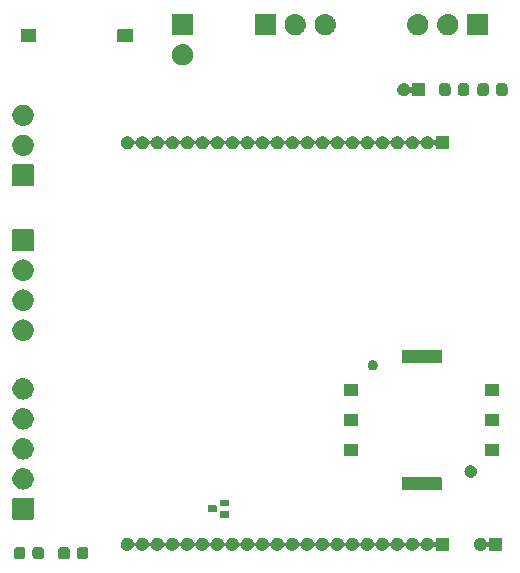
<source format=gbr>
G04 #@! TF.GenerationSoftware,KiCad,Pcbnew,5.99.0-unknown-f1fcf3f~86~ubuntu18.04.1*
G04 #@! TF.CreationDate,2020-01-20T18:37:53-05:00*
G04 #@! TF.ProjectId,module_benchmark_extension_board,6d6f6475-6c65-45f6-9265-6e63686d6172,rev?*
G04 #@! TF.SameCoordinates,Original*
G04 #@! TF.FileFunction,Soldermask,Top*
G04 #@! TF.FilePolarity,Negative*
%FSLAX46Y46*%
G04 Gerber Fmt 4.6, Leading zero omitted, Abs format (unit mm)*
G04 Created by KiCad (PCBNEW 5.99.0-unknown-f1fcf3f~86~ubuntu18.04.1) date 2020-01-20 18:37:53*
%MOMM*%
%LPD*%
G04 APERTURE LIST*
G04 APERTURE END LIST*
G36*
X104001231Y-142223001D02*
G01*
X104001964Y-142223001D01*
X104004829Y-142223571D01*
X104087918Y-142236731D01*
X104098760Y-142242255D01*
X104107215Y-142243937D01*
X104123768Y-142254998D01*
X104164054Y-142275524D01*
X104183316Y-142294786D01*
X104196443Y-142303557D01*
X104205214Y-142316684D01*
X104224476Y-142335946D01*
X104245002Y-142376232D01*
X104256063Y-142392785D01*
X104257745Y-142401240D01*
X104263269Y-142412082D01*
X104276429Y-142495171D01*
X104276999Y-142498036D01*
X104276999Y-142498769D01*
X104278194Y-142506314D01*
X104278194Y-142993686D01*
X104276999Y-143001231D01*
X104276999Y-143001964D01*
X104276429Y-143004829D01*
X104263269Y-143087918D01*
X104257745Y-143098760D01*
X104256063Y-143107215D01*
X104245002Y-143123768D01*
X104224476Y-143164054D01*
X104205214Y-143183316D01*
X104196443Y-143196443D01*
X104183316Y-143205214D01*
X104164054Y-143224476D01*
X104123768Y-143245002D01*
X104107215Y-143256063D01*
X104098760Y-143257745D01*
X104087918Y-143263269D01*
X104004829Y-143276429D01*
X104001964Y-143276999D01*
X104001231Y-143276999D01*
X103993686Y-143278194D01*
X103581314Y-143278194D01*
X103573769Y-143276999D01*
X103573036Y-143276999D01*
X103570171Y-143276429D01*
X103487082Y-143263269D01*
X103476240Y-143257745D01*
X103467785Y-143256063D01*
X103451232Y-143245002D01*
X103410946Y-143224476D01*
X103391684Y-143205214D01*
X103378557Y-143196443D01*
X103369786Y-143183316D01*
X103350524Y-143164054D01*
X103329998Y-143123768D01*
X103318937Y-143107215D01*
X103317255Y-143098760D01*
X103311731Y-143087918D01*
X103298571Y-143004829D01*
X103298001Y-143001964D01*
X103298001Y-143001231D01*
X103296806Y-142993686D01*
X103296806Y-142506314D01*
X103298001Y-142498769D01*
X103298001Y-142498036D01*
X103298571Y-142495171D01*
X103311731Y-142412082D01*
X103317255Y-142401240D01*
X103318937Y-142392785D01*
X103329998Y-142376232D01*
X103350524Y-142335946D01*
X103369786Y-142316684D01*
X103378557Y-142303557D01*
X103391684Y-142294786D01*
X103410946Y-142275524D01*
X103451232Y-142254998D01*
X103467785Y-142243937D01*
X103476240Y-142242255D01*
X103487082Y-142236731D01*
X103570171Y-142223571D01*
X103573036Y-142223001D01*
X103573769Y-142223001D01*
X103581314Y-142221806D01*
X103993686Y-142221806D01*
X104001231Y-142223001D01*
G37*
G36*
X106176231Y-142223001D02*
G01*
X106176964Y-142223001D01*
X106179829Y-142223571D01*
X106262918Y-142236731D01*
X106273760Y-142242255D01*
X106282215Y-142243937D01*
X106298768Y-142254998D01*
X106339054Y-142275524D01*
X106358316Y-142294786D01*
X106371443Y-142303557D01*
X106380214Y-142316684D01*
X106399476Y-142335946D01*
X106420002Y-142376232D01*
X106431063Y-142392785D01*
X106432745Y-142401240D01*
X106438269Y-142412082D01*
X106451429Y-142495171D01*
X106451999Y-142498036D01*
X106451999Y-142498769D01*
X106453194Y-142506314D01*
X106453194Y-142993686D01*
X106451999Y-143001231D01*
X106451999Y-143001964D01*
X106451429Y-143004829D01*
X106438269Y-143087918D01*
X106432745Y-143098760D01*
X106431063Y-143107215D01*
X106420002Y-143123768D01*
X106399476Y-143164054D01*
X106380214Y-143183316D01*
X106371443Y-143196443D01*
X106358316Y-143205214D01*
X106339054Y-143224476D01*
X106298768Y-143245002D01*
X106282215Y-143256063D01*
X106273760Y-143257745D01*
X106262918Y-143263269D01*
X106179829Y-143276429D01*
X106176964Y-143276999D01*
X106176231Y-143276999D01*
X106168686Y-143278194D01*
X105756314Y-143278194D01*
X105748769Y-143276999D01*
X105748036Y-143276999D01*
X105745171Y-143276429D01*
X105662082Y-143263269D01*
X105651240Y-143257745D01*
X105642785Y-143256063D01*
X105626232Y-143245002D01*
X105585946Y-143224476D01*
X105566684Y-143205214D01*
X105553557Y-143196443D01*
X105544786Y-143183316D01*
X105525524Y-143164054D01*
X105504998Y-143123768D01*
X105493937Y-143107215D01*
X105492255Y-143098760D01*
X105486731Y-143087918D01*
X105473571Y-143004829D01*
X105473001Y-143001964D01*
X105473001Y-143001231D01*
X105471806Y-142993686D01*
X105471806Y-142506314D01*
X105473001Y-142498769D01*
X105473001Y-142498036D01*
X105473571Y-142495171D01*
X105486731Y-142412082D01*
X105492255Y-142401240D01*
X105493937Y-142392785D01*
X105504998Y-142376232D01*
X105525524Y-142335946D01*
X105544786Y-142316684D01*
X105553557Y-142303557D01*
X105566684Y-142294786D01*
X105585946Y-142275524D01*
X105626232Y-142254998D01*
X105642785Y-142243937D01*
X105651240Y-142242255D01*
X105662082Y-142236731D01*
X105745171Y-142223571D01*
X105748036Y-142223001D01*
X105748769Y-142223001D01*
X105756314Y-142221806D01*
X106168686Y-142221806D01*
X106176231Y-142223001D01*
G37*
G36*
X107751231Y-142223001D02*
G01*
X107751964Y-142223001D01*
X107754829Y-142223571D01*
X107837918Y-142236731D01*
X107848760Y-142242255D01*
X107857215Y-142243937D01*
X107873768Y-142254998D01*
X107914054Y-142275524D01*
X107933316Y-142294786D01*
X107946443Y-142303557D01*
X107955214Y-142316684D01*
X107974476Y-142335946D01*
X107995002Y-142376232D01*
X108006063Y-142392785D01*
X108007745Y-142401240D01*
X108013269Y-142412082D01*
X108026429Y-142495171D01*
X108026999Y-142498036D01*
X108026999Y-142498769D01*
X108028194Y-142506314D01*
X108028194Y-142993686D01*
X108026999Y-143001231D01*
X108026999Y-143001964D01*
X108026429Y-143004829D01*
X108013269Y-143087918D01*
X108007745Y-143098760D01*
X108006063Y-143107215D01*
X107995002Y-143123768D01*
X107974476Y-143164054D01*
X107955214Y-143183316D01*
X107946443Y-143196443D01*
X107933316Y-143205214D01*
X107914054Y-143224476D01*
X107873768Y-143245002D01*
X107857215Y-143256063D01*
X107848760Y-143257745D01*
X107837918Y-143263269D01*
X107754829Y-143276429D01*
X107751964Y-143276999D01*
X107751231Y-143276999D01*
X107743686Y-143278194D01*
X107331314Y-143278194D01*
X107323769Y-143276999D01*
X107323036Y-143276999D01*
X107320171Y-143276429D01*
X107237082Y-143263269D01*
X107226240Y-143257745D01*
X107217785Y-143256063D01*
X107201232Y-143245002D01*
X107160946Y-143224476D01*
X107141684Y-143205214D01*
X107128557Y-143196443D01*
X107119786Y-143183316D01*
X107100524Y-143164054D01*
X107079998Y-143123768D01*
X107068937Y-143107215D01*
X107067255Y-143098760D01*
X107061731Y-143087918D01*
X107048571Y-143004829D01*
X107048001Y-143001964D01*
X107048001Y-143001231D01*
X107046806Y-142993686D01*
X107046806Y-142506314D01*
X107048001Y-142498769D01*
X107048001Y-142498036D01*
X107048571Y-142495171D01*
X107061731Y-142412082D01*
X107067255Y-142401240D01*
X107068937Y-142392785D01*
X107079998Y-142376232D01*
X107100524Y-142335946D01*
X107119786Y-142316684D01*
X107128557Y-142303557D01*
X107141684Y-142294786D01*
X107160946Y-142275524D01*
X107201232Y-142254998D01*
X107217785Y-142243937D01*
X107226240Y-142242255D01*
X107237082Y-142236731D01*
X107320171Y-142223571D01*
X107323036Y-142223001D01*
X107323769Y-142223001D01*
X107331314Y-142221806D01*
X107743686Y-142221806D01*
X107751231Y-142223001D01*
G37*
G36*
X102426231Y-142223001D02*
G01*
X102426964Y-142223001D01*
X102429829Y-142223571D01*
X102512918Y-142236731D01*
X102523760Y-142242255D01*
X102532215Y-142243937D01*
X102548768Y-142254998D01*
X102589054Y-142275524D01*
X102608316Y-142294786D01*
X102621443Y-142303557D01*
X102630214Y-142316684D01*
X102649476Y-142335946D01*
X102670002Y-142376232D01*
X102681063Y-142392785D01*
X102682745Y-142401240D01*
X102688269Y-142412082D01*
X102701429Y-142495171D01*
X102701999Y-142498036D01*
X102701999Y-142498769D01*
X102703194Y-142506314D01*
X102703194Y-142993686D01*
X102701999Y-143001231D01*
X102701999Y-143001964D01*
X102701429Y-143004829D01*
X102688269Y-143087918D01*
X102682745Y-143098760D01*
X102681063Y-143107215D01*
X102670002Y-143123768D01*
X102649476Y-143164054D01*
X102630214Y-143183316D01*
X102621443Y-143196443D01*
X102608316Y-143205214D01*
X102589054Y-143224476D01*
X102548768Y-143245002D01*
X102532215Y-143256063D01*
X102523760Y-143257745D01*
X102512918Y-143263269D01*
X102429829Y-143276429D01*
X102426964Y-143276999D01*
X102426231Y-143276999D01*
X102418686Y-143278194D01*
X102006314Y-143278194D01*
X101998769Y-143276999D01*
X101998036Y-143276999D01*
X101995171Y-143276429D01*
X101912082Y-143263269D01*
X101901240Y-143257745D01*
X101892785Y-143256063D01*
X101876232Y-143245002D01*
X101835946Y-143224476D01*
X101816684Y-143205214D01*
X101803557Y-143196443D01*
X101794786Y-143183316D01*
X101775524Y-143164054D01*
X101754998Y-143123768D01*
X101743937Y-143107215D01*
X101742255Y-143098760D01*
X101736731Y-143087918D01*
X101723571Y-143004829D01*
X101723001Y-143001964D01*
X101723001Y-143001231D01*
X101721806Y-142993686D01*
X101721806Y-142506314D01*
X101723001Y-142498769D01*
X101723001Y-142498036D01*
X101723571Y-142495171D01*
X101736731Y-142412082D01*
X101742255Y-142401240D01*
X101743937Y-142392785D01*
X101754998Y-142376232D01*
X101775524Y-142335946D01*
X101794786Y-142316684D01*
X101803557Y-142303557D01*
X101816684Y-142294786D01*
X101835946Y-142275524D01*
X101876232Y-142254998D01*
X101892785Y-142243937D01*
X101901240Y-142242255D01*
X101912082Y-142236731D01*
X101995171Y-142223571D01*
X101998036Y-142223001D01*
X101998769Y-142223001D01*
X102006314Y-142221806D01*
X102418686Y-142221806D01*
X102426231Y-142223001D01*
G37*
G36*
X136747381Y-141446783D02*
G01*
X136770734Y-141445314D01*
X136821992Y-141456209D01*
X136865218Y-141461670D01*
X136886974Y-141470021D01*
X136918399Y-141476701D01*
X136957154Y-141496961D01*
X136989724Y-141509464D01*
X137015993Y-141527721D01*
X137052185Y-141546642D01*
X137077727Y-141570628D01*
X137099239Y-141585579D01*
X137126134Y-141616086D01*
X137162233Y-141649985D01*
X137175865Y-141672494D01*
X137187430Y-141685612D01*
X137209778Y-141728359D01*
X137258673Y-141779055D01*
X137327214Y-141795268D01*
X137393640Y-141771852D01*
X137436862Y-141716241D01*
X137445552Y-141670447D01*
X137445552Y-141512312D01*
X137451959Y-141480101D01*
X137463231Y-141463231D01*
X137480101Y-141451959D01*
X137512312Y-141445552D01*
X138487688Y-141445552D01*
X138519899Y-141451959D01*
X138536769Y-141463231D01*
X138548041Y-141480101D01*
X138554448Y-141512312D01*
X138554448Y-142487688D01*
X138551999Y-142500000D01*
X138548041Y-142519899D01*
X138536769Y-142536769D01*
X138519899Y-142548041D01*
X138500000Y-142551999D01*
X138487688Y-142554448D01*
X137512312Y-142554448D01*
X137480101Y-142548041D01*
X137463231Y-142536769D01*
X137451959Y-142519899D01*
X137445552Y-142487688D01*
X137445552Y-142329059D01*
X137425709Y-142261479D01*
X137372479Y-142215356D01*
X137302764Y-142205332D01*
X137238696Y-142234591D01*
X137215689Y-142263058D01*
X137204512Y-142280669D01*
X137180748Y-142323897D01*
X137168908Y-142336772D01*
X137154808Y-142358991D01*
X137118006Y-142392128D01*
X137090478Y-142422064D01*
X137068657Y-142436562D01*
X137042620Y-142460006D01*
X137006045Y-142478162D01*
X136979394Y-142495869D01*
X136946565Y-142507688D01*
X136907399Y-142527130D01*
X136875839Y-142533150D01*
X136853916Y-142541043D01*
X136810593Y-142545597D01*
X136759108Y-142555418D01*
X136735787Y-142553460D01*
X136721284Y-142554984D01*
X136669548Y-142547897D01*
X136608673Y-142542785D01*
X136594937Y-142537677D01*
X136589150Y-142536884D01*
X136532595Y-142514492D01*
X136467177Y-142490163D01*
X136408252Y-142447352D01*
X136356441Y-142410532D01*
X136354537Y-142408326D01*
X136345044Y-142401429D01*
X136305302Y-142351287D01*
X136269300Y-142309579D01*
X136264001Y-142299179D01*
X136251272Y-142283119D01*
X136229840Y-142232135D01*
X136206252Y-142185840D01*
X136157891Y-142134634D01*
X136089524Y-142117704D01*
X136022856Y-142140423D01*
X135984701Y-142195101D01*
X135982284Y-142193772D01*
X135970780Y-142214697D01*
X135965699Y-142231527D01*
X135934510Y-142280673D01*
X135910747Y-142323898D01*
X135898908Y-142336772D01*
X135884808Y-142358991D01*
X135848006Y-142392128D01*
X135820478Y-142422064D01*
X135798657Y-142436562D01*
X135772620Y-142460006D01*
X135736045Y-142478162D01*
X135709394Y-142495869D01*
X135676565Y-142507688D01*
X135637399Y-142527130D01*
X135605839Y-142533150D01*
X135583916Y-142541043D01*
X135540593Y-142545597D01*
X135489108Y-142555418D01*
X135465787Y-142553460D01*
X135451284Y-142554984D01*
X135399548Y-142547897D01*
X135338673Y-142542785D01*
X135324937Y-142537677D01*
X135319150Y-142536884D01*
X135262595Y-142514492D01*
X135197177Y-142490163D01*
X135138252Y-142447352D01*
X135086441Y-142410532D01*
X135084537Y-142408326D01*
X135075044Y-142401429D01*
X135035302Y-142351287D01*
X134999300Y-142309579D01*
X134994001Y-142299179D01*
X134981272Y-142283119D01*
X134959840Y-142232135D01*
X134936252Y-142185840D01*
X134887891Y-142134634D01*
X134819524Y-142117704D01*
X134752856Y-142140423D01*
X134714701Y-142195101D01*
X134712284Y-142193772D01*
X134700780Y-142214697D01*
X134695699Y-142231527D01*
X134664510Y-142280673D01*
X134640747Y-142323898D01*
X134628908Y-142336772D01*
X134614808Y-142358991D01*
X134578006Y-142392128D01*
X134550478Y-142422064D01*
X134528657Y-142436562D01*
X134502620Y-142460006D01*
X134466045Y-142478162D01*
X134439394Y-142495869D01*
X134406565Y-142507688D01*
X134367399Y-142527130D01*
X134335839Y-142533150D01*
X134313916Y-142541043D01*
X134270593Y-142545597D01*
X134219108Y-142555418D01*
X134195787Y-142553460D01*
X134181284Y-142554984D01*
X134129548Y-142547897D01*
X134068673Y-142542785D01*
X134054937Y-142537677D01*
X134049150Y-142536884D01*
X133992595Y-142514492D01*
X133927177Y-142490163D01*
X133868252Y-142447352D01*
X133816441Y-142410532D01*
X133814537Y-142408326D01*
X133805044Y-142401429D01*
X133765302Y-142351287D01*
X133729300Y-142309579D01*
X133724001Y-142299179D01*
X133711272Y-142283119D01*
X133689840Y-142232135D01*
X133666252Y-142185840D01*
X133617891Y-142134634D01*
X133549524Y-142117704D01*
X133482856Y-142140423D01*
X133444701Y-142195101D01*
X133442284Y-142193772D01*
X133430780Y-142214697D01*
X133425699Y-142231527D01*
X133394510Y-142280673D01*
X133370747Y-142323898D01*
X133358908Y-142336772D01*
X133344808Y-142358991D01*
X133308006Y-142392128D01*
X133280478Y-142422064D01*
X133258657Y-142436562D01*
X133232620Y-142460006D01*
X133196045Y-142478162D01*
X133169394Y-142495869D01*
X133136565Y-142507688D01*
X133097399Y-142527130D01*
X133065839Y-142533150D01*
X133043916Y-142541043D01*
X133000593Y-142545597D01*
X132949108Y-142555418D01*
X132925787Y-142553460D01*
X132911284Y-142554984D01*
X132859548Y-142547897D01*
X132798673Y-142542785D01*
X132784937Y-142537677D01*
X132779150Y-142536884D01*
X132722595Y-142514492D01*
X132657177Y-142490163D01*
X132598252Y-142447352D01*
X132546441Y-142410532D01*
X132544537Y-142408326D01*
X132535044Y-142401429D01*
X132495302Y-142351287D01*
X132459300Y-142309579D01*
X132454001Y-142299179D01*
X132441272Y-142283119D01*
X132419840Y-142232135D01*
X132396252Y-142185840D01*
X132347891Y-142134634D01*
X132279524Y-142117704D01*
X132212856Y-142140423D01*
X132174701Y-142195101D01*
X132172284Y-142193772D01*
X132160780Y-142214697D01*
X132155699Y-142231527D01*
X132124510Y-142280673D01*
X132100747Y-142323898D01*
X132088908Y-142336772D01*
X132074808Y-142358991D01*
X132038006Y-142392128D01*
X132010478Y-142422064D01*
X131988657Y-142436562D01*
X131962620Y-142460006D01*
X131926045Y-142478162D01*
X131899394Y-142495869D01*
X131866565Y-142507688D01*
X131827399Y-142527130D01*
X131795839Y-142533150D01*
X131773916Y-142541043D01*
X131730593Y-142545597D01*
X131679108Y-142555418D01*
X131655787Y-142553460D01*
X131641284Y-142554984D01*
X131589548Y-142547897D01*
X131528673Y-142542785D01*
X131514937Y-142537677D01*
X131509150Y-142536884D01*
X131452595Y-142514492D01*
X131387177Y-142490163D01*
X131328252Y-142447352D01*
X131276441Y-142410532D01*
X131274537Y-142408326D01*
X131265044Y-142401429D01*
X131225302Y-142351287D01*
X131189300Y-142309579D01*
X131184001Y-142299179D01*
X131171272Y-142283119D01*
X131149840Y-142232135D01*
X131126252Y-142185840D01*
X131077891Y-142134634D01*
X131009524Y-142117704D01*
X130942856Y-142140423D01*
X130904701Y-142195101D01*
X130902284Y-142193772D01*
X130890780Y-142214697D01*
X130885699Y-142231527D01*
X130854510Y-142280673D01*
X130830747Y-142323898D01*
X130818908Y-142336772D01*
X130804808Y-142358991D01*
X130768006Y-142392128D01*
X130740478Y-142422064D01*
X130718657Y-142436562D01*
X130692620Y-142460006D01*
X130656045Y-142478162D01*
X130629394Y-142495869D01*
X130596565Y-142507688D01*
X130557399Y-142527130D01*
X130525839Y-142533150D01*
X130503916Y-142541043D01*
X130460593Y-142545597D01*
X130409108Y-142555418D01*
X130385787Y-142553460D01*
X130371284Y-142554984D01*
X130319548Y-142547897D01*
X130258673Y-142542785D01*
X130244937Y-142537677D01*
X130239150Y-142536884D01*
X130182595Y-142514492D01*
X130117177Y-142490163D01*
X130058252Y-142447352D01*
X130006441Y-142410532D01*
X130004537Y-142408326D01*
X129995044Y-142401429D01*
X129955302Y-142351287D01*
X129919300Y-142309579D01*
X129914001Y-142299179D01*
X129901272Y-142283119D01*
X129879840Y-142232135D01*
X129856252Y-142185840D01*
X129807891Y-142134634D01*
X129739524Y-142117704D01*
X129672856Y-142140423D01*
X129634701Y-142195101D01*
X129632284Y-142193772D01*
X129620780Y-142214697D01*
X129615699Y-142231527D01*
X129584510Y-142280673D01*
X129560747Y-142323898D01*
X129548908Y-142336772D01*
X129534808Y-142358991D01*
X129498006Y-142392128D01*
X129470478Y-142422064D01*
X129448657Y-142436562D01*
X129422620Y-142460006D01*
X129386045Y-142478162D01*
X129359394Y-142495869D01*
X129326565Y-142507688D01*
X129287399Y-142527130D01*
X129255839Y-142533150D01*
X129233916Y-142541043D01*
X129190593Y-142545597D01*
X129139108Y-142555418D01*
X129115787Y-142553460D01*
X129101284Y-142554984D01*
X129049548Y-142547897D01*
X128988673Y-142542785D01*
X128974937Y-142537677D01*
X128969150Y-142536884D01*
X128912595Y-142514492D01*
X128847177Y-142490163D01*
X128788252Y-142447352D01*
X128736441Y-142410532D01*
X128734537Y-142408326D01*
X128725044Y-142401429D01*
X128685302Y-142351287D01*
X128649300Y-142309579D01*
X128644001Y-142299179D01*
X128631272Y-142283119D01*
X128609840Y-142232135D01*
X128586252Y-142185840D01*
X128537891Y-142134634D01*
X128469524Y-142117704D01*
X128402856Y-142140423D01*
X128364701Y-142195101D01*
X128362284Y-142193772D01*
X128350780Y-142214697D01*
X128345699Y-142231527D01*
X128314510Y-142280673D01*
X128290747Y-142323898D01*
X128278908Y-142336772D01*
X128264808Y-142358991D01*
X128228006Y-142392128D01*
X128200478Y-142422064D01*
X128178657Y-142436562D01*
X128152620Y-142460006D01*
X128116045Y-142478162D01*
X128089394Y-142495869D01*
X128056565Y-142507688D01*
X128017399Y-142527130D01*
X127985839Y-142533150D01*
X127963916Y-142541043D01*
X127920593Y-142545597D01*
X127869108Y-142555418D01*
X127845787Y-142553460D01*
X127831284Y-142554984D01*
X127779548Y-142547897D01*
X127718673Y-142542785D01*
X127704937Y-142537677D01*
X127699150Y-142536884D01*
X127642595Y-142514492D01*
X127577177Y-142490163D01*
X127518252Y-142447352D01*
X127466441Y-142410532D01*
X127464537Y-142408326D01*
X127455044Y-142401429D01*
X127415302Y-142351287D01*
X127379300Y-142309579D01*
X127374001Y-142299179D01*
X127361272Y-142283119D01*
X127339840Y-142232135D01*
X127316252Y-142185840D01*
X127267891Y-142134634D01*
X127199524Y-142117704D01*
X127132856Y-142140423D01*
X127094701Y-142195101D01*
X127092284Y-142193772D01*
X127080780Y-142214697D01*
X127075699Y-142231527D01*
X127044510Y-142280673D01*
X127020747Y-142323898D01*
X127008908Y-142336772D01*
X126994808Y-142358991D01*
X126958006Y-142392128D01*
X126930478Y-142422064D01*
X126908657Y-142436562D01*
X126882620Y-142460006D01*
X126846045Y-142478162D01*
X126819394Y-142495869D01*
X126786565Y-142507688D01*
X126747399Y-142527130D01*
X126715839Y-142533150D01*
X126693916Y-142541043D01*
X126650593Y-142545597D01*
X126599108Y-142555418D01*
X126575787Y-142553460D01*
X126561284Y-142554984D01*
X126509548Y-142547897D01*
X126448673Y-142542785D01*
X126434937Y-142537677D01*
X126429150Y-142536884D01*
X126372595Y-142514492D01*
X126307177Y-142490163D01*
X126248252Y-142447352D01*
X126196441Y-142410532D01*
X126194537Y-142408326D01*
X126185044Y-142401429D01*
X126145302Y-142351287D01*
X126109300Y-142309579D01*
X126104001Y-142299179D01*
X126091272Y-142283119D01*
X126069840Y-142232135D01*
X126046252Y-142185840D01*
X125997891Y-142134634D01*
X125929524Y-142117704D01*
X125862856Y-142140423D01*
X125824701Y-142195101D01*
X125822284Y-142193772D01*
X125810780Y-142214697D01*
X125805699Y-142231527D01*
X125774510Y-142280673D01*
X125750747Y-142323898D01*
X125738908Y-142336772D01*
X125724808Y-142358991D01*
X125688006Y-142392128D01*
X125660478Y-142422064D01*
X125638657Y-142436562D01*
X125612620Y-142460006D01*
X125576045Y-142478162D01*
X125549394Y-142495869D01*
X125516565Y-142507688D01*
X125477399Y-142527130D01*
X125445839Y-142533150D01*
X125423916Y-142541043D01*
X125380593Y-142545597D01*
X125329108Y-142555418D01*
X125305787Y-142553460D01*
X125291284Y-142554984D01*
X125239548Y-142547897D01*
X125178673Y-142542785D01*
X125164937Y-142537677D01*
X125159150Y-142536884D01*
X125102595Y-142514492D01*
X125037177Y-142490163D01*
X124978252Y-142447352D01*
X124926441Y-142410532D01*
X124924537Y-142408326D01*
X124915044Y-142401429D01*
X124875302Y-142351287D01*
X124839300Y-142309579D01*
X124834001Y-142299179D01*
X124821272Y-142283119D01*
X124799840Y-142232135D01*
X124776252Y-142185840D01*
X124727891Y-142134634D01*
X124659524Y-142117704D01*
X124592856Y-142140423D01*
X124554701Y-142195101D01*
X124552284Y-142193772D01*
X124540780Y-142214697D01*
X124535699Y-142231527D01*
X124504510Y-142280673D01*
X124480747Y-142323898D01*
X124468908Y-142336772D01*
X124454808Y-142358991D01*
X124418006Y-142392128D01*
X124390478Y-142422064D01*
X124368657Y-142436562D01*
X124342620Y-142460006D01*
X124306045Y-142478162D01*
X124279394Y-142495869D01*
X124246565Y-142507688D01*
X124207399Y-142527130D01*
X124175839Y-142533150D01*
X124153916Y-142541043D01*
X124110593Y-142545597D01*
X124059108Y-142555418D01*
X124035787Y-142553460D01*
X124021284Y-142554984D01*
X123969548Y-142547897D01*
X123908673Y-142542785D01*
X123894937Y-142537677D01*
X123889150Y-142536884D01*
X123832595Y-142514492D01*
X123767177Y-142490163D01*
X123708252Y-142447352D01*
X123656441Y-142410532D01*
X123654537Y-142408326D01*
X123645044Y-142401429D01*
X123605302Y-142351287D01*
X123569300Y-142309579D01*
X123564001Y-142299179D01*
X123551272Y-142283119D01*
X123529840Y-142232135D01*
X123506252Y-142185840D01*
X123457891Y-142134634D01*
X123389524Y-142117704D01*
X123322856Y-142140423D01*
X123284701Y-142195101D01*
X123282284Y-142193772D01*
X123270780Y-142214697D01*
X123265699Y-142231527D01*
X123234510Y-142280673D01*
X123210747Y-142323898D01*
X123198908Y-142336772D01*
X123184808Y-142358991D01*
X123148006Y-142392128D01*
X123120478Y-142422064D01*
X123098657Y-142436562D01*
X123072620Y-142460006D01*
X123036045Y-142478162D01*
X123009394Y-142495869D01*
X122976565Y-142507688D01*
X122937399Y-142527130D01*
X122905839Y-142533150D01*
X122883916Y-142541043D01*
X122840593Y-142545597D01*
X122789108Y-142555418D01*
X122765787Y-142553460D01*
X122751284Y-142554984D01*
X122699548Y-142547897D01*
X122638673Y-142542785D01*
X122624937Y-142537677D01*
X122619150Y-142536884D01*
X122562595Y-142514492D01*
X122497177Y-142490163D01*
X122438252Y-142447352D01*
X122386441Y-142410532D01*
X122384537Y-142408326D01*
X122375044Y-142401429D01*
X122335302Y-142351287D01*
X122299300Y-142309579D01*
X122294001Y-142299179D01*
X122281272Y-142283119D01*
X122259840Y-142232135D01*
X122236252Y-142185840D01*
X122187891Y-142134634D01*
X122119524Y-142117704D01*
X122052856Y-142140423D01*
X122014701Y-142195101D01*
X122012284Y-142193772D01*
X122000780Y-142214697D01*
X121995699Y-142231527D01*
X121964510Y-142280673D01*
X121940747Y-142323898D01*
X121928908Y-142336772D01*
X121914808Y-142358991D01*
X121878006Y-142392128D01*
X121850478Y-142422064D01*
X121828657Y-142436562D01*
X121802620Y-142460006D01*
X121766045Y-142478162D01*
X121739394Y-142495869D01*
X121706565Y-142507688D01*
X121667399Y-142527130D01*
X121635839Y-142533150D01*
X121613916Y-142541043D01*
X121570593Y-142545597D01*
X121519108Y-142555418D01*
X121495787Y-142553460D01*
X121481284Y-142554984D01*
X121429548Y-142547897D01*
X121368673Y-142542785D01*
X121354937Y-142537677D01*
X121349150Y-142536884D01*
X121292595Y-142514492D01*
X121227177Y-142490163D01*
X121168252Y-142447352D01*
X121116441Y-142410532D01*
X121114537Y-142408326D01*
X121105044Y-142401429D01*
X121065302Y-142351287D01*
X121029300Y-142309579D01*
X121024001Y-142299179D01*
X121011272Y-142283119D01*
X120989840Y-142232135D01*
X120966252Y-142185840D01*
X120917891Y-142134634D01*
X120849524Y-142117704D01*
X120782856Y-142140423D01*
X120744701Y-142195101D01*
X120742284Y-142193772D01*
X120730780Y-142214697D01*
X120725699Y-142231527D01*
X120694510Y-142280673D01*
X120670747Y-142323898D01*
X120658908Y-142336772D01*
X120644808Y-142358991D01*
X120608006Y-142392128D01*
X120580478Y-142422064D01*
X120558657Y-142436562D01*
X120532620Y-142460006D01*
X120496045Y-142478162D01*
X120469394Y-142495869D01*
X120436565Y-142507688D01*
X120397399Y-142527130D01*
X120365839Y-142533150D01*
X120343916Y-142541043D01*
X120300593Y-142545597D01*
X120249108Y-142555418D01*
X120225787Y-142553460D01*
X120211284Y-142554984D01*
X120159548Y-142547897D01*
X120098673Y-142542785D01*
X120084937Y-142537677D01*
X120079150Y-142536884D01*
X120022595Y-142514492D01*
X119957177Y-142490163D01*
X119898252Y-142447352D01*
X119846441Y-142410532D01*
X119844537Y-142408326D01*
X119835044Y-142401429D01*
X119795302Y-142351287D01*
X119759300Y-142309579D01*
X119754001Y-142299179D01*
X119741272Y-142283119D01*
X119719840Y-142232135D01*
X119696252Y-142185840D01*
X119647891Y-142134634D01*
X119579524Y-142117704D01*
X119512856Y-142140423D01*
X119474701Y-142195101D01*
X119472284Y-142193772D01*
X119460780Y-142214697D01*
X119455699Y-142231527D01*
X119424510Y-142280673D01*
X119400747Y-142323898D01*
X119388908Y-142336772D01*
X119374808Y-142358991D01*
X119338006Y-142392128D01*
X119310478Y-142422064D01*
X119288657Y-142436562D01*
X119262620Y-142460006D01*
X119226045Y-142478162D01*
X119199394Y-142495869D01*
X119166565Y-142507688D01*
X119127399Y-142527130D01*
X119095839Y-142533150D01*
X119073916Y-142541043D01*
X119030593Y-142545597D01*
X118979108Y-142555418D01*
X118955787Y-142553460D01*
X118941284Y-142554984D01*
X118889548Y-142547897D01*
X118828673Y-142542785D01*
X118814937Y-142537677D01*
X118809150Y-142536884D01*
X118752595Y-142514492D01*
X118687177Y-142490163D01*
X118628252Y-142447352D01*
X118576441Y-142410532D01*
X118574537Y-142408326D01*
X118565044Y-142401429D01*
X118525302Y-142351287D01*
X118489300Y-142309579D01*
X118484001Y-142299179D01*
X118471272Y-142283119D01*
X118449840Y-142232135D01*
X118426252Y-142185840D01*
X118377891Y-142134634D01*
X118309524Y-142117704D01*
X118242856Y-142140423D01*
X118204701Y-142195101D01*
X118202284Y-142193772D01*
X118190780Y-142214697D01*
X118185699Y-142231527D01*
X118154510Y-142280673D01*
X118130747Y-142323898D01*
X118118908Y-142336772D01*
X118104808Y-142358991D01*
X118068006Y-142392128D01*
X118040478Y-142422064D01*
X118018657Y-142436562D01*
X117992620Y-142460006D01*
X117956045Y-142478162D01*
X117929394Y-142495869D01*
X117896565Y-142507688D01*
X117857399Y-142527130D01*
X117825839Y-142533150D01*
X117803916Y-142541043D01*
X117760593Y-142545597D01*
X117709108Y-142555418D01*
X117685787Y-142553460D01*
X117671284Y-142554984D01*
X117619548Y-142547897D01*
X117558673Y-142542785D01*
X117544937Y-142537677D01*
X117539150Y-142536884D01*
X117482595Y-142514492D01*
X117417177Y-142490163D01*
X117358252Y-142447352D01*
X117306441Y-142410532D01*
X117304537Y-142408326D01*
X117295044Y-142401429D01*
X117255302Y-142351287D01*
X117219300Y-142309579D01*
X117214001Y-142299179D01*
X117201272Y-142283119D01*
X117179840Y-142232135D01*
X117156252Y-142185840D01*
X117107891Y-142134634D01*
X117039524Y-142117704D01*
X116972856Y-142140423D01*
X116934701Y-142195101D01*
X116932284Y-142193772D01*
X116920780Y-142214697D01*
X116915699Y-142231527D01*
X116884510Y-142280673D01*
X116860747Y-142323898D01*
X116848908Y-142336772D01*
X116834808Y-142358991D01*
X116798006Y-142392128D01*
X116770478Y-142422064D01*
X116748657Y-142436562D01*
X116722620Y-142460006D01*
X116686045Y-142478162D01*
X116659394Y-142495869D01*
X116626565Y-142507688D01*
X116587399Y-142527130D01*
X116555839Y-142533150D01*
X116533916Y-142541043D01*
X116490593Y-142545597D01*
X116439108Y-142555418D01*
X116415787Y-142553460D01*
X116401284Y-142554984D01*
X116349548Y-142547897D01*
X116288673Y-142542785D01*
X116274937Y-142537677D01*
X116269150Y-142536884D01*
X116212595Y-142514492D01*
X116147177Y-142490163D01*
X116088252Y-142447352D01*
X116036441Y-142410532D01*
X116034537Y-142408326D01*
X116025044Y-142401429D01*
X115985302Y-142351287D01*
X115949300Y-142309579D01*
X115944001Y-142299179D01*
X115931272Y-142283119D01*
X115909840Y-142232135D01*
X115886252Y-142185840D01*
X115837891Y-142134634D01*
X115769524Y-142117704D01*
X115702856Y-142140423D01*
X115664701Y-142195101D01*
X115662284Y-142193772D01*
X115650780Y-142214697D01*
X115645699Y-142231527D01*
X115614510Y-142280673D01*
X115590747Y-142323898D01*
X115578908Y-142336772D01*
X115564808Y-142358991D01*
X115528006Y-142392128D01*
X115500478Y-142422064D01*
X115478657Y-142436562D01*
X115452620Y-142460006D01*
X115416045Y-142478162D01*
X115389394Y-142495869D01*
X115356565Y-142507688D01*
X115317399Y-142527130D01*
X115285839Y-142533150D01*
X115263916Y-142541043D01*
X115220593Y-142545597D01*
X115169108Y-142555418D01*
X115145787Y-142553460D01*
X115131284Y-142554984D01*
X115079548Y-142547897D01*
X115018673Y-142542785D01*
X115004937Y-142537677D01*
X114999150Y-142536884D01*
X114942595Y-142514492D01*
X114877177Y-142490163D01*
X114818252Y-142447352D01*
X114766441Y-142410532D01*
X114764537Y-142408326D01*
X114755044Y-142401429D01*
X114715302Y-142351287D01*
X114679300Y-142309579D01*
X114674001Y-142299179D01*
X114661272Y-142283119D01*
X114639840Y-142232135D01*
X114616252Y-142185840D01*
X114567891Y-142134634D01*
X114499524Y-142117704D01*
X114432856Y-142140423D01*
X114394701Y-142195101D01*
X114392284Y-142193772D01*
X114380780Y-142214697D01*
X114375699Y-142231527D01*
X114344510Y-142280673D01*
X114320747Y-142323898D01*
X114308908Y-142336772D01*
X114294808Y-142358991D01*
X114258006Y-142392128D01*
X114230478Y-142422064D01*
X114208657Y-142436562D01*
X114182620Y-142460006D01*
X114146045Y-142478162D01*
X114119394Y-142495869D01*
X114086565Y-142507688D01*
X114047399Y-142527130D01*
X114015839Y-142533150D01*
X113993916Y-142541043D01*
X113950593Y-142545597D01*
X113899108Y-142555418D01*
X113875787Y-142553460D01*
X113861284Y-142554984D01*
X113809548Y-142547897D01*
X113748673Y-142542785D01*
X113734937Y-142537677D01*
X113729150Y-142536884D01*
X113672595Y-142514492D01*
X113607177Y-142490163D01*
X113548252Y-142447352D01*
X113496441Y-142410532D01*
X113494537Y-142408326D01*
X113485044Y-142401429D01*
X113445302Y-142351287D01*
X113409300Y-142309579D01*
X113404001Y-142299179D01*
X113391272Y-142283119D01*
X113369840Y-142232135D01*
X113346252Y-142185840D01*
X113297891Y-142134634D01*
X113229524Y-142117704D01*
X113162856Y-142140423D01*
X113124701Y-142195101D01*
X113122284Y-142193772D01*
X113110780Y-142214697D01*
X113105699Y-142231527D01*
X113074510Y-142280673D01*
X113050747Y-142323898D01*
X113038908Y-142336772D01*
X113024808Y-142358991D01*
X112988006Y-142392128D01*
X112960478Y-142422064D01*
X112938657Y-142436562D01*
X112912620Y-142460006D01*
X112876045Y-142478162D01*
X112849394Y-142495869D01*
X112816565Y-142507688D01*
X112777399Y-142527130D01*
X112745839Y-142533150D01*
X112723916Y-142541043D01*
X112680593Y-142545597D01*
X112629108Y-142555418D01*
X112605787Y-142553460D01*
X112591284Y-142554984D01*
X112539548Y-142547897D01*
X112478673Y-142542785D01*
X112464937Y-142537677D01*
X112459150Y-142536884D01*
X112402595Y-142514492D01*
X112337177Y-142490163D01*
X112278252Y-142447352D01*
X112226441Y-142410532D01*
X112224537Y-142408326D01*
X112215044Y-142401429D01*
X112175302Y-142351287D01*
X112139300Y-142309579D01*
X112134001Y-142299179D01*
X112121272Y-142283119D01*
X112099840Y-142232135D01*
X112076252Y-142185840D01*
X112027891Y-142134634D01*
X111959524Y-142117704D01*
X111892856Y-142140423D01*
X111854701Y-142195101D01*
X111852284Y-142193772D01*
X111840780Y-142214697D01*
X111835699Y-142231527D01*
X111804510Y-142280673D01*
X111780747Y-142323898D01*
X111768908Y-142336772D01*
X111754808Y-142358991D01*
X111718006Y-142392128D01*
X111690478Y-142422064D01*
X111668657Y-142436562D01*
X111642620Y-142460006D01*
X111606045Y-142478162D01*
X111579394Y-142495869D01*
X111546565Y-142507688D01*
X111507399Y-142527130D01*
X111475839Y-142533150D01*
X111453916Y-142541043D01*
X111410593Y-142545597D01*
X111359108Y-142555418D01*
X111335787Y-142553460D01*
X111321284Y-142554984D01*
X111269548Y-142547897D01*
X111208673Y-142542785D01*
X111194937Y-142537677D01*
X111189150Y-142536884D01*
X111132595Y-142514492D01*
X111067177Y-142490163D01*
X111008252Y-142447352D01*
X110956441Y-142410532D01*
X110954537Y-142408326D01*
X110945044Y-142401429D01*
X110905302Y-142351287D01*
X110869300Y-142309579D01*
X110864001Y-142299179D01*
X110851272Y-142283119D01*
X110829838Y-142232129D01*
X110808754Y-142190749D01*
X110804096Y-142170892D01*
X110792771Y-142143950D01*
X110786928Y-142097696D01*
X110778299Y-142060909D01*
X110778604Y-142031808D01*
X110773850Y-141994176D01*
X110779392Y-141956647D01*
X110779697Y-141927552D01*
X110789092Y-141890961D01*
X110795904Y-141844831D01*
X110807791Y-141818132D01*
X110812864Y-141798375D01*
X110834815Y-141757436D01*
X110857307Y-141706918D01*
X110870366Y-141691132D01*
X110875883Y-141680843D01*
X110912753Y-141639895D01*
X110953535Y-141590598D01*
X110963171Y-141583901D01*
X110965122Y-141581734D01*
X111017700Y-141546002D01*
X111077500Y-141504440D01*
X111143435Y-141481479D01*
X111200424Y-141460285D01*
X111206223Y-141459614D01*
X111220067Y-141454793D01*
X111281037Y-141450957D01*
X111332909Y-141444955D01*
X111347381Y-141446783D01*
X111370734Y-141445314D01*
X111421992Y-141456209D01*
X111465218Y-141461670D01*
X111486974Y-141470021D01*
X111518399Y-141476701D01*
X111557154Y-141496961D01*
X111589724Y-141509464D01*
X111615993Y-141527721D01*
X111652185Y-141546642D01*
X111677727Y-141570628D01*
X111699239Y-141585579D01*
X111726135Y-141616086D01*
X111762233Y-141649985D01*
X111775865Y-141672493D01*
X111787433Y-141685615D01*
X111810288Y-141729333D01*
X111840437Y-141779114D01*
X111845164Y-141796043D01*
X111854110Y-141813156D01*
X111903004Y-141863852D01*
X111971545Y-141880065D01*
X112037971Y-141856649D01*
X112070536Y-141808930D01*
X112075715Y-141811707D01*
X112104816Y-141757433D01*
X112127307Y-141706918D01*
X112140366Y-141691132D01*
X112145883Y-141680843D01*
X112182753Y-141639895D01*
X112223535Y-141590598D01*
X112233171Y-141583901D01*
X112235122Y-141581734D01*
X112287700Y-141546002D01*
X112347500Y-141504440D01*
X112413435Y-141481479D01*
X112470424Y-141460285D01*
X112476223Y-141459614D01*
X112490067Y-141454793D01*
X112551037Y-141450957D01*
X112602909Y-141444955D01*
X112617381Y-141446783D01*
X112640734Y-141445314D01*
X112691992Y-141456209D01*
X112735218Y-141461670D01*
X112756974Y-141470021D01*
X112788399Y-141476701D01*
X112827154Y-141496961D01*
X112859724Y-141509464D01*
X112885993Y-141527721D01*
X112922185Y-141546642D01*
X112947727Y-141570628D01*
X112969239Y-141585579D01*
X112996135Y-141616086D01*
X113032233Y-141649985D01*
X113045865Y-141672493D01*
X113057433Y-141685615D01*
X113080288Y-141729333D01*
X113110437Y-141779114D01*
X113115164Y-141796043D01*
X113124110Y-141813156D01*
X113173004Y-141863852D01*
X113241545Y-141880065D01*
X113307971Y-141856649D01*
X113340536Y-141808930D01*
X113345715Y-141811707D01*
X113374816Y-141757433D01*
X113397307Y-141706918D01*
X113410366Y-141691132D01*
X113415883Y-141680843D01*
X113452753Y-141639895D01*
X113493535Y-141590598D01*
X113503171Y-141583901D01*
X113505122Y-141581734D01*
X113557700Y-141546002D01*
X113617500Y-141504440D01*
X113683435Y-141481479D01*
X113740424Y-141460285D01*
X113746223Y-141459614D01*
X113760067Y-141454793D01*
X113821037Y-141450957D01*
X113872909Y-141444955D01*
X113887381Y-141446783D01*
X113910734Y-141445314D01*
X113961992Y-141456209D01*
X114005218Y-141461670D01*
X114026974Y-141470021D01*
X114058399Y-141476701D01*
X114097154Y-141496961D01*
X114129724Y-141509464D01*
X114155993Y-141527721D01*
X114192185Y-141546642D01*
X114217727Y-141570628D01*
X114239239Y-141585579D01*
X114266135Y-141616086D01*
X114302233Y-141649985D01*
X114315865Y-141672493D01*
X114327433Y-141685615D01*
X114350288Y-141729333D01*
X114380437Y-141779114D01*
X114385164Y-141796043D01*
X114394110Y-141813156D01*
X114443004Y-141863852D01*
X114511545Y-141880065D01*
X114577971Y-141856649D01*
X114610536Y-141808930D01*
X114615715Y-141811707D01*
X114644816Y-141757433D01*
X114667307Y-141706918D01*
X114680366Y-141691132D01*
X114685883Y-141680843D01*
X114722753Y-141639895D01*
X114763535Y-141590598D01*
X114773171Y-141583901D01*
X114775122Y-141581734D01*
X114827700Y-141546002D01*
X114887500Y-141504440D01*
X114953435Y-141481479D01*
X115010424Y-141460285D01*
X115016223Y-141459614D01*
X115030067Y-141454793D01*
X115091037Y-141450957D01*
X115142909Y-141444955D01*
X115157381Y-141446783D01*
X115180734Y-141445314D01*
X115231992Y-141456209D01*
X115275218Y-141461670D01*
X115296974Y-141470021D01*
X115328399Y-141476701D01*
X115367154Y-141496961D01*
X115399724Y-141509464D01*
X115425993Y-141527721D01*
X115462185Y-141546642D01*
X115487727Y-141570628D01*
X115509239Y-141585579D01*
X115536135Y-141616086D01*
X115572233Y-141649985D01*
X115585865Y-141672493D01*
X115597433Y-141685615D01*
X115620288Y-141729333D01*
X115650437Y-141779114D01*
X115655164Y-141796043D01*
X115664110Y-141813156D01*
X115713004Y-141863852D01*
X115781545Y-141880065D01*
X115847971Y-141856649D01*
X115880536Y-141808930D01*
X115885715Y-141811707D01*
X115914816Y-141757433D01*
X115937307Y-141706918D01*
X115950366Y-141691132D01*
X115955883Y-141680843D01*
X115992753Y-141639895D01*
X116033535Y-141590598D01*
X116043171Y-141583901D01*
X116045122Y-141581734D01*
X116097700Y-141546002D01*
X116157500Y-141504440D01*
X116223435Y-141481479D01*
X116280424Y-141460285D01*
X116286223Y-141459614D01*
X116300067Y-141454793D01*
X116361037Y-141450957D01*
X116412909Y-141444955D01*
X116427381Y-141446783D01*
X116450734Y-141445314D01*
X116501992Y-141456209D01*
X116545218Y-141461670D01*
X116566974Y-141470021D01*
X116598399Y-141476701D01*
X116637154Y-141496961D01*
X116669724Y-141509464D01*
X116695993Y-141527721D01*
X116732185Y-141546642D01*
X116757727Y-141570628D01*
X116779239Y-141585579D01*
X116806135Y-141616086D01*
X116842233Y-141649985D01*
X116855865Y-141672493D01*
X116867433Y-141685615D01*
X116890288Y-141729333D01*
X116920437Y-141779114D01*
X116925164Y-141796043D01*
X116934110Y-141813156D01*
X116983004Y-141863852D01*
X117051545Y-141880065D01*
X117117971Y-141856649D01*
X117150536Y-141808930D01*
X117155715Y-141811707D01*
X117184816Y-141757433D01*
X117207307Y-141706918D01*
X117220366Y-141691132D01*
X117225883Y-141680843D01*
X117262753Y-141639895D01*
X117303535Y-141590598D01*
X117313171Y-141583901D01*
X117315122Y-141581734D01*
X117367700Y-141546002D01*
X117427500Y-141504440D01*
X117493435Y-141481479D01*
X117550424Y-141460285D01*
X117556223Y-141459614D01*
X117570067Y-141454793D01*
X117631037Y-141450957D01*
X117682909Y-141444955D01*
X117697381Y-141446783D01*
X117720734Y-141445314D01*
X117771992Y-141456209D01*
X117815218Y-141461670D01*
X117836974Y-141470021D01*
X117868399Y-141476701D01*
X117907154Y-141496961D01*
X117939724Y-141509464D01*
X117965993Y-141527721D01*
X118002185Y-141546642D01*
X118027727Y-141570628D01*
X118049239Y-141585579D01*
X118076135Y-141616086D01*
X118112233Y-141649985D01*
X118125865Y-141672493D01*
X118137433Y-141685615D01*
X118160288Y-141729333D01*
X118190437Y-141779114D01*
X118195164Y-141796043D01*
X118204110Y-141813156D01*
X118253004Y-141863852D01*
X118321545Y-141880065D01*
X118387971Y-141856649D01*
X118420536Y-141808930D01*
X118425715Y-141811707D01*
X118454816Y-141757433D01*
X118477307Y-141706918D01*
X118490366Y-141691132D01*
X118495883Y-141680843D01*
X118532753Y-141639895D01*
X118573535Y-141590598D01*
X118583171Y-141583901D01*
X118585122Y-141581734D01*
X118637700Y-141546002D01*
X118697500Y-141504440D01*
X118763435Y-141481479D01*
X118820424Y-141460285D01*
X118826223Y-141459614D01*
X118840067Y-141454793D01*
X118901037Y-141450957D01*
X118952909Y-141444955D01*
X118967381Y-141446783D01*
X118990734Y-141445314D01*
X119041992Y-141456209D01*
X119085218Y-141461670D01*
X119106974Y-141470021D01*
X119138399Y-141476701D01*
X119177154Y-141496961D01*
X119209724Y-141509464D01*
X119235993Y-141527721D01*
X119272185Y-141546642D01*
X119297727Y-141570628D01*
X119319239Y-141585579D01*
X119346135Y-141616086D01*
X119382233Y-141649985D01*
X119395865Y-141672493D01*
X119407433Y-141685615D01*
X119430288Y-141729333D01*
X119460437Y-141779114D01*
X119465164Y-141796043D01*
X119474110Y-141813156D01*
X119523004Y-141863852D01*
X119591545Y-141880065D01*
X119657971Y-141856649D01*
X119690536Y-141808930D01*
X119695715Y-141811707D01*
X119724816Y-141757433D01*
X119747307Y-141706918D01*
X119760366Y-141691132D01*
X119765883Y-141680843D01*
X119802753Y-141639895D01*
X119843535Y-141590598D01*
X119853171Y-141583901D01*
X119855122Y-141581734D01*
X119907700Y-141546002D01*
X119967500Y-141504440D01*
X120033435Y-141481479D01*
X120090424Y-141460285D01*
X120096223Y-141459614D01*
X120110067Y-141454793D01*
X120171037Y-141450957D01*
X120222909Y-141444955D01*
X120237381Y-141446783D01*
X120260734Y-141445314D01*
X120311992Y-141456209D01*
X120355218Y-141461670D01*
X120376974Y-141470021D01*
X120408399Y-141476701D01*
X120447154Y-141496961D01*
X120479724Y-141509464D01*
X120505993Y-141527721D01*
X120542185Y-141546642D01*
X120567727Y-141570628D01*
X120589239Y-141585579D01*
X120616135Y-141616086D01*
X120652233Y-141649985D01*
X120665865Y-141672493D01*
X120677433Y-141685615D01*
X120700288Y-141729333D01*
X120730437Y-141779114D01*
X120735164Y-141796043D01*
X120744110Y-141813156D01*
X120793004Y-141863852D01*
X120861545Y-141880065D01*
X120927971Y-141856649D01*
X120960536Y-141808930D01*
X120965715Y-141811707D01*
X120994816Y-141757433D01*
X121017307Y-141706918D01*
X121030366Y-141691132D01*
X121035883Y-141680843D01*
X121072753Y-141639895D01*
X121113535Y-141590598D01*
X121123171Y-141583901D01*
X121125122Y-141581734D01*
X121177700Y-141546002D01*
X121237500Y-141504440D01*
X121303435Y-141481479D01*
X121360424Y-141460285D01*
X121366223Y-141459614D01*
X121380067Y-141454793D01*
X121441037Y-141450957D01*
X121492909Y-141444955D01*
X121507381Y-141446783D01*
X121530734Y-141445314D01*
X121581992Y-141456209D01*
X121625218Y-141461670D01*
X121646974Y-141470021D01*
X121678399Y-141476701D01*
X121717154Y-141496961D01*
X121749724Y-141509464D01*
X121775993Y-141527721D01*
X121812185Y-141546642D01*
X121837727Y-141570628D01*
X121859239Y-141585579D01*
X121886135Y-141616086D01*
X121922233Y-141649985D01*
X121935865Y-141672493D01*
X121947433Y-141685615D01*
X121970288Y-141729333D01*
X122000437Y-141779114D01*
X122005164Y-141796043D01*
X122014110Y-141813156D01*
X122063004Y-141863852D01*
X122131545Y-141880065D01*
X122197971Y-141856649D01*
X122230536Y-141808930D01*
X122235715Y-141811707D01*
X122264816Y-141757433D01*
X122287307Y-141706918D01*
X122300366Y-141691132D01*
X122305883Y-141680843D01*
X122342753Y-141639895D01*
X122383535Y-141590598D01*
X122393171Y-141583901D01*
X122395122Y-141581734D01*
X122447700Y-141546002D01*
X122507500Y-141504440D01*
X122573435Y-141481479D01*
X122630424Y-141460285D01*
X122636223Y-141459614D01*
X122650067Y-141454793D01*
X122711037Y-141450957D01*
X122762909Y-141444955D01*
X122777381Y-141446783D01*
X122800734Y-141445314D01*
X122851992Y-141456209D01*
X122895218Y-141461670D01*
X122916974Y-141470021D01*
X122948399Y-141476701D01*
X122987154Y-141496961D01*
X123019724Y-141509464D01*
X123045993Y-141527721D01*
X123082185Y-141546642D01*
X123107727Y-141570628D01*
X123129239Y-141585579D01*
X123156135Y-141616086D01*
X123192233Y-141649985D01*
X123205865Y-141672493D01*
X123217433Y-141685615D01*
X123240288Y-141729333D01*
X123270437Y-141779114D01*
X123275164Y-141796043D01*
X123284110Y-141813156D01*
X123333004Y-141863852D01*
X123401545Y-141880065D01*
X123467971Y-141856649D01*
X123500536Y-141808930D01*
X123505715Y-141811707D01*
X123534816Y-141757433D01*
X123557307Y-141706918D01*
X123570366Y-141691132D01*
X123575883Y-141680843D01*
X123612753Y-141639895D01*
X123653535Y-141590598D01*
X123663171Y-141583901D01*
X123665122Y-141581734D01*
X123717700Y-141546002D01*
X123777500Y-141504440D01*
X123843435Y-141481479D01*
X123900424Y-141460285D01*
X123906223Y-141459614D01*
X123920067Y-141454793D01*
X123981037Y-141450957D01*
X124032909Y-141444955D01*
X124047381Y-141446783D01*
X124070734Y-141445314D01*
X124121992Y-141456209D01*
X124165218Y-141461670D01*
X124186974Y-141470021D01*
X124218399Y-141476701D01*
X124257154Y-141496961D01*
X124289724Y-141509464D01*
X124315993Y-141527721D01*
X124352185Y-141546642D01*
X124377727Y-141570628D01*
X124399239Y-141585579D01*
X124426135Y-141616086D01*
X124462233Y-141649985D01*
X124475865Y-141672493D01*
X124487433Y-141685615D01*
X124510288Y-141729333D01*
X124540437Y-141779114D01*
X124545164Y-141796043D01*
X124554110Y-141813156D01*
X124603004Y-141863852D01*
X124671545Y-141880065D01*
X124737971Y-141856649D01*
X124770536Y-141808930D01*
X124775715Y-141811707D01*
X124804816Y-141757433D01*
X124827307Y-141706918D01*
X124840366Y-141691132D01*
X124845883Y-141680843D01*
X124882753Y-141639895D01*
X124923535Y-141590598D01*
X124933171Y-141583901D01*
X124935122Y-141581734D01*
X124987700Y-141546002D01*
X125047500Y-141504440D01*
X125113435Y-141481479D01*
X125170424Y-141460285D01*
X125176223Y-141459614D01*
X125190067Y-141454793D01*
X125251037Y-141450957D01*
X125302909Y-141444955D01*
X125317381Y-141446783D01*
X125340734Y-141445314D01*
X125391992Y-141456209D01*
X125435218Y-141461670D01*
X125456974Y-141470021D01*
X125488399Y-141476701D01*
X125527154Y-141496961D01*
X125559724Y-141509464D01*
X125585993Y-141527721D01*
X125622185Y-141546642D01*
X125647727Y-141570628D01*
X125669239Y-141585579D01*
X125696135Y-141616086D01*
X125732233Y-141649985D01*
X125745865Y-141672493D01*
X125757433Y-141685615D01*
X125780288Y-141729333D01*
X125810437Y-141779114D01*
X125815164Y-141796043D01*
X125824110Y-141813156D01*
X125873004Y-141863852D01*
X125941545Y-141880065D01*
X126007971Y-141856649D01*
X126040536Y-141808930D01*
X126045715Y-141811707D01*
X126074816Y-141757433D01*
X126097307Y-141706918D01*
X126110366Y-141691132D01*
X126115883Y-141680843D01*
X126152753Y-141639895D01*
X126193535Y-141590598D01*
X126203171Y-141583901D01*
X126205122Y-141581734D01*
X126257700Y-141546002D01*
X126317500Y-141504440D01*
X126383435Y-141481479D01*
X126440424Y-141460285D01*
X126446223Y-141459614D01*
X126460067Y-141454793D01*
X126521037Y-141450957D01*
X126572909Y-141444955D01*
X126587381Y-141446783D01*
X126610734Y-141445314D01*
X126661992Y-141456209D01*
X126705218Y-141461670D01*
X126726974Y-141470021D01*
X126758399Y-141476701D01*
X126797154Y-141496961D01*
X126829724Y-141509464D01*
X126855993Y-141527721D01*
X126892185Y-141546642D01*
X126917727Y-141570628D01*
X126939239Y-141585579D01*
X126966135Y-141616086D01*
X127002233Y-141649985D01*
X127015865Y-141672493D01*
X127027433Y-141685615D01*
X127050288Y-141729333D01*
X127080437Y-141779114D01*
X127085164Y-141796043D01*
X127094110Y-141813156D01*
X127143004Y-141863852D01*
X127211545Y-141880065D01*
X127277971Y-141856649D01*
X127310536Y-141808930D01*
X127315715Y-141811707D01*
X127344816Y-141757433D01*
X127367307Y-141706918D01*
X127380366Y-141691132D01*
X127385883Y-141680843D01*
X127422753Y-141639895D01*
X127463535Y-141590598D01*
X127473171Y-141583901D01*
X127475122Y-141581734D01*
X127527700Y-141546002D01*
X127587500Y-141504440D01*
X127653435Y-141481479D01*
X127710424Y-141460285D01*
X127716223Y-141459614D01*
X127730067Y-141454793D01*
X127791037Y-141450957D01*
X127842909Y-141444955D01*
X127857381Y-141446783D01*
X127880734Y-141445314D01*
X127931992Y-141456209D01*
X127975218Y-141461670D01*
X127996974Y-141470021D01*
X128028399Y-141476701D01*
X128067154Y-141496961D01*
X128099724Y-141509464D01*
X128125993Y-141527721D01*
X128162185Y-141546642D01*
X128187727Y-141570628D01*
X128209239Y-141585579D01*
X128236135Y-141616086D01*
X128272233Y-141649985D01*
X128285865Y-141672493D01*
X128297433Y-141685615D01*
X128320288Y-141729333D01*
X128350437Y-141779114D01*
X128355164Y-141796043D01*
X128364110Y-141813156D01*
X128413004Y-141863852D01*
X128481545Y-141880065D01*
X128547971Y-141856649D01*
X128580536Y-141808930D01*
X128585715Y-141811707D01*
X128614816Y-141757433D01*
X128637307Y-141706918D01*
X128650366Y-141691132D01*
X128655883Y-141680843D01*
X128692753Y-141639895D01*
X128733535Y-141590598D01*
X128743171Y-141583901D01*
X128745122Y-141581734D01*
X128797700Y-141546002D01*
X128857500Y-141504440D01*
X128923435Y-141481479D01*
X128980424Y-141460285D01*
X128986223Y-141459614D01*
X129000067Y-141454793D01*
X129061037Y-141450957D01*
X129112909Y-141444955D01*
X129127381Y-141446783D01*
X129150734Y-141445314D01*
X129201992Y-141456209D01*
X129245218Y-141461670D01*
X129266974Y-141470021D01*
X129298399Y-141476701D01*
X129337154Y-141496961D01*
X129369724Y-141509464D01*
X129395993Y-141527721D01*
X129432185Y-141546642D01*
X129457727Y-141570628D01*
X129479239Y-141585579D01*
X129506135Y-141616086D01*
X129542233Y-141649985D01*
X129555865Y-141672493D01*
X129567433Y-141685615D01*
X129590288Y-141729333D01*
X129620437Y-141779114D01*
X129625164Y-141796043D01*
X129634110Y-141813156D01*
X129683004Y-141863852D01*
X129751545Y-141880065D01*
X129817971Y-141856649D01*
X129850536Y-141808930D01*
X129855715Y-141811707D01*
X129884816Y-141757433D01*
X129907307Y-141706918D01*
X129920366Y-141691132D01*
X129925883Y-141680843D01*
X129962753Y-141639895D01*
X130003535Y-141590598D01*
X130013171Y-141583901D01*
X130015122Y-141581734D01*
X130067700Y-141546002D01*
X130127500Y-141504440D01*
X130193435Y-141481479D01*
X130250424Y-141460285D01*
X130256223Y-141459614D01*
X130270067Y-141454793D01*
X130331037Y-141450957D01*
X130382909Y-141444955D01*
X130397381Y-141446783D01*
X130420734Y-141445314D01*
X130471992Y-141456209D01*
X130515218Y-141461670D01*
X130536974Y-141470021D01*
X130568399Y-141476701D01*
X130607154Y-141496961D01*
X130639724Y-141509464D01*
X130665993Y-141527721D01*
X130702185Y-141546642D01*
X130727727Y-141570628D01*
X130749239Y-141585579D01*
X130776135Y-141616086D01*
X130812233Y-141649985D01*
X130825865Y-141672493D01*
X130837433Y-141685615D01*
X130860288Y-141729333D01*
X130890437Y-141779114D01*
X130895164Y-141796043D01*
X130904110Y-141813156D01*
X130953004Y-141863852D01*
X131021545Y-141880065D01*
X131087971Y-141856649D01*
X131120536Y-141808930D01*
X131125715Y-141811707D01*
X131154816Y-141757433D01*
X131177307Y-141706918D01*
X131190366Y-141691132D01*
X131195883Y-141680843D01*
X131232753Y-141639895D01*
X131273535Y-141590598D01*
X131283171Y-141583901D01*
X131285122Y-141581734D01*
X131337700Y-141546002D01*
X131397500Y-141504440D01*
X131463435Y-141481479D01*
X131520424Y-141460285D01*
X131526223Y-141459614D01*
X131540067Y-141454793D01*
X131601037Y-141450957D01*
X131652909Y-141444955D01*
X131667381Y-141446783D01*
X131690734Y-141445314D01*
X131741992Y-141456209D01*
X131785218Y-141461670D01*
X131806974Y-141470021D01*
X131838399Y-141476701D01*
X131877154Y-141496961D01*
X131909724Y-141509464D01*
X131935993Y-141527721D01*
X131972185Y-141546642D01*
X131997727Y-141570628D01*
X132019239Y-141585579D01*
X132046135Y-141616086D01*
X132082233Y-141649985D01*
X132095865Y-141672493D01*
X132107433Y-141685615D01*
X132130288Y-141729333D01*
X132160437Y-141779114D01*
X132165164Y-141796043D01*
X132174110Y-141813156D01*
X132223004Y-141863852D01*
X132291545Y-141880065D01*
X132357971Y-141856649D01*
X132390536Y-141808930D01*
X132395715Y-141811707D01*
X132424816Y-141757433D01*
X132447307Y-141706918D01*
X132460366Y-141691132D01*
X132465883Y-141680843D01*
X132502753Y-141639895D01*
X132543535Y-141590598D01*
X132553171Y-141583901D01*
X132555122Y-141581734D01*
X132607700Y-141546002D01*
X132667500Y-141504440D01*
X132733435Y-141481479D01*
X132790424Y-141460285D01*
X132796223Y-141459614D01*
X132810067Y-141454793D01*
X132871037Y-141450957D01*
X132922909Y-141444955D01*
X132937381Y-141446783D01*
X132960734Y-141445314D01*
X133011992Y-141456209D01*
X133055218Y-141461670D01*
X133076974Y-141470021D01*
X133108399Y-141476701D01*
X133147154Y-141496961D01*
X133179724Y-141509464D01*
X133205993Y-141527721D01*
X133242185Y-141546642D01*
X133267727Y-141570628D01*
X133289239Y-141585579D01*
X133316135Y-141616086D01*
X133352233Y-141649985D01*
X133365865Y-141672493D01*
X133377433Y-141685615D01*
X133400288Y-141729333D01*
X133430437Y-141779114D01*
X133435164Y-141796043D01*
X133444110Y-141813156D01*
X133493004Y-141863852D01*
X133561545Y-141880065D01*
X133627971Y-141856649D01*
X133660536Y-141808930D01*
X133665715Y-141811707D01*
X133694816Y-141757433D01*
X133717307Y-141706918D01*
X133730366Y-141691132D01*
X133735883Y-141680843D01*
X133772753Y-141639895D01*
X133813535Y-141590598D01*
X133823171Y-141583901D01*
X133825122Y-141581734D01*
X133877700Y-141546002D01*
X133937500Y-141504440D01*
X134003435Y-141481479D01*
X134060424Y-141460285D01*
X134066223Y-141459614D01*
X134080067Y-141454793D01*
X134141037Y-141450957D01*
X134192909Y-141444955D01*
X134207381Y-141446783D01*
X134230734Y-141445314D01*
X134281992Y-141456209D01*
X134325218Y-141461670D01*
X134346974Y-141470021D01*
X134378399Y-141476701D01*
X134417154Y-141496961D01*
X134449724Y-141509464D01*
X134475993Y-141527721D01*
X134512185Y-141546642D01*
X134537727Y-141570628D01*
X134559239Y-141585579D01*
X134586135Y-141616086D01*
X134622233Y-141649985D01*
X134635865Y-141672493D01*
X134647433Y-141685615D01*
X134670288Y-141729333D01*
X134700437Y-141779114D01*
X134705164Y-141796043D01*
X134714110Y-141813156D01*
X134763004Y-141863852D01*
X134831545Y-141880065D01*
X134897971Y-141856649D01*
X134930536Y-141808930D01*
X134935715Y-141811707D01*
X134964816Y-141757433D01*
X134987307Y-141706918D01*
X135000366Y-141691132D01*
X135005883Y-141680843D01*
X135042753Y-141639895D01*
X135083535Y-141590598D01*
X135093171Y-141583901D01*
X135095122Y-141581734D01*
X135147700Y-141546002D01*
X135207500Y-141504440D01*
X135273435Y-141481479D01*
X135330424Y-141460285D01*
X135336223Y-141459614D01*
X135350067Y-141454793D01*
X135411037Y-141450957D01*
X135462909Y-141444955D01*
X135477381Y-141446783D01*
X135500734Y-141445314D01*
X135551992Y-141456209D01*
X135595218Y-141461670D01*
X135616974Y-141470021D01*
X135648399Y-141476701D01*
X135687154Y-141496961D01*
X135719724Y-141509464D01*
X135745993Y-141527721D01*
X135782185Y-141546642D01*
X135807727Y-141570628D01*
X135829239Y-141585579D01*
X135856135Y-141616086D01*
X135892233Y-141649985D01*
X135905865Y-141672493D01*
X135917433Y-141685615D01*
X135940288Y-141729333D01*
X135970437Y-141779114D01*
X135975164Y-141796043D01*
X135984110Y-141813156D01*
X136033004Y-141863852D01*
X136101545Y-141880065D01*
X136167971Y-141856649D01*
X136200536Y-141808930D01*
X136205715Y-141811707D01*
X136234816Y-141757433D01*
X136257307Y-141706918D01*
X136270366Y-141691132D01*
X136275883Y-141680843D01*
X136312753Y-141639895D01*
X136353535Y-141590598D01*
X136363171Y-141583901D01*
X136365122Y-141581734D01*
X136417700Y-141546002D01*
X136477500Y-141504440D01*
X136543435Y-141481479D01*
X136600424Y-141460285D01*
X136606223Y-141459614D01*
X136620067Y-141454793D01*
X136681037Y-141450957D01*
X136732909Y-141444955D01*
X136747381Y-141446783D01*
G37*
G36*
X141247381Y-141446783D02*
G01*
X141270734Y-141445314D01*
X141321992Y-141456209D01*
X141365218Y-141461670D01*
X141386974Y-141470021D01*
X141418399Y-141476701D01*
X141457154Y-141496961D01*
X141489724Y-141509464D01*
X141515993Y-141527721D01*
X141552185Y-141546642D01*
X141577727Y-141570628D01*
X141599239Y-141585579D01*
X141626134Y-141616086D01*
X141662233Y-141649985D01*
X141675865Y-141672494D01*
X141687430Y-141685612D01*
X141709778Y-141728359D01*
X141758673Y-141779055D01*
X141827214Y-141795268D01*
X141893640Y-141771852D01*
X141936862Y-141716241D01*
X141945552Y-141670447D01*
X141945552Y-141512312D01*
X141951959Y-141480101D01*
X141963231Y-141463231D01*
X141980101Y-141451959D01*
X142012312Y-141445552D01*
X142987688Y-141445552D01*
X143019899Y-141451959D01*
X143036769Y-141463231D01*
X143048041Y-141480101D01*
X143054448Y-141512312D01*
X143054448Y-142487688D01*
X143051999Y-142500000D01*
X143048041Y-142519899D01*
X143036769Y-142536769D01*
X143019899Y-142548041D01*
X143000000Y-142551999D01*
X142987688Y-142554448D01*
X142012312Y-142554448D01*
X141980101Y-142548041D01*
X141963231Y-142536769D01*
X141951959Y-142519899D01*
X141945552Y-142487688D01*
X141945552Y-142329059D01*
X141925709Y-142261479D01*
X141872479Y-142215356D01*
X141802764Y-142205332D01*
X141738696Y-142234591D01*
X141715689Y-142263058D01*
X141704512Y-142280669D01*
X141680748Y-142323897D01*
X141668908Y-142336772D01*
X141654808Y-142358991D01*
X141618006Y-142392128D01*
X141590478Y-142422064D01*
X141568657Y-142436562D01*
X141542620Y-142460006D01*
X141506045Y-142478162D01*
X141479394Y-142495869D01*
X141446565Y-142507688D01*
X141407399Y-142527130D01*
X141375839Y-142533150D01*
X141353916Y-142541043D01*
X141310593Y-142545597D01*
X141259108Y-142555418D01*
X141235787Y-142553460D01*
X141221284Y-142554984D01*
X141169548Y-142547897D01*
X141108673Y-142542785D01*
X141094937Y-142537677D01*
X141089150Y-142536884D01*
X141032595Y-142514492D01*
X140967177Y-142490163D01*
X140908252Y-142447352D01*
X140856441Y-142410532D01*
X140854537Y-142408326D01*
X140845044Y-142401429D01*
X140805302Y-142351287D01*
X140769300Y-142309579D01*
X140764001Y-142299179D01*
X140751272Y-142283119D01*
X140729838Y-142232129D01*
X140708754Y-142190749D01*
X140704096Y-142170892D01*
X140692771Y-142143950D01*
X140686928Y-142097696D01*
X140678299Y-142060909D01*
X140678604Y-142031808D01*
X140673850Y-141994176D01*
X140679392Y-141956647D01*
X140679697Y-141927552D01*
X140689092Y-141890961D01*
X140695904Y-141844831D01*
X140707791Y-141818132D01*
X140712864Y-141798375D01*
X140734815Y-141757436D01*
X140757307Y-141706918D01*
X140770366Y-141691132D01*
X140775883Y-141680843D01*
X140812753Y-141639895D01*
X140853535Y-141590598D01*
X140863171Y-141583901D01*
X140865122Y-141581734D01*
X140917700Y-141546002D01*
X140977500Y-141504440D01*
X141043435Y-141481479D01*
X141100424Y-141460285D01*
X141106223Y-141459614D01*
X141120067Y-141454793D01*
X141181037Y-141450957D01*
X141232909Y-141444955D01*
X141247381Y-141446783D01*
G37*
G36*
X103369899Y-138101959D02*
G01*
X103386769Y-138113231D01*
X103398041Y-138130101D01*
X103404448Y-138162312D01*
X103404448Y-139837688D01*
X103401999Y-139850000D01*
X103398041Y-139869899D01*
X103386769Y-139886769D01*
X103369899Y-139898041D01*
X103350000Y-139901999D01*
X103337688Y-139904448D01*
X101662312Y-139904448D01*
X101630101Y-139898041D01*
X101613231Y-139886769D01*
X101601959Y-139869899D01*
X101595552Y-139837688D01*
X101595552Y-138162312D01*
X101601959Y-138130101D01*
X101613231Y-138113231D01*
X101630101Y-138101959D01*
X101662312Y-138095552D01*
X103337688Y-138095552D01*
X103369899Y-138101959D01*
G37*
G36*
X119894899Y-139221959D02*
G01*
X119911769Y-139233231D01*
X119923041Y-139250101D01*
X119929448Y-139282312D01*
X119929448Y-139717688D01*
X119926999Y-139730000D01*
X119923041Y-139749899D01*
X119911769Y-139766769D01*
X119894899Y-139778041D01*
X119875000Y-139781999D01*
X119862688Y-139784448D01*
X119237312Y-139784448D01*
X119205101Y-139778041D01*
X119188231Y-139766769D01*
X119176959Y-139749899D01*
X119170552Y-139717688D01*
X119170552Y-139282312D01*
X119176959Y-139250101D01*
X119188231Y-139233231D01*
X119205101Y-139221959D01*
X119237312Y-139215552D01*
X119862688Y-139215552D01*
X119894899Y-139221959D01*
G37*
G36*
X118844899Y-138721959D02*
G01*
X118861769Y-138733231D01*
X118873041Y-138750101D01*
X118879448Y-138782312D01*
X118879448Y-139217688D01*
X118876999Y-139230000D01*
X118873041Y-139249899D01*
X118861769Y-139266769D01*
X118844899Y-139278041D01*
X118825000Y-139281999D01*
X118812688Y-139284448D01*
X118187312Y-139284448D01*
X118155101Y-139278041D01*
X118138231Y-139266769D01*
X118126959Y-139249899D01*
X118120552Y-139217688D01*
X118120552Y-138782312D01*
X118126959Y-138750101D01*
X118138231Y-138733231D01*
X118155101Y-138721959D01*
X118187312Y-138715552D01*
X118812688Y-138715552D01*
X118844899Y-138721959D01*
G37*
G36*
X119894899Y-138221959D02*
G01*
X119911769Y-138233231D01*
X119923041Y-138250101D01*
X119929448Y-138282312D01*
X119929448Y-138717688D01*
X119926999Y-138730000D01*
X119923041Y-138749899D01*
X119911769Y-138766769D01*
X119894899Y-138778041D01*
X119875000Y-138781999D01*
X119862688Y-138784448D01*
X119237312Y-138784448D01*
X119205101Y-138778041D01*
X119188231Y-138766769D01*
X119176959Y-138749899D01*
X119170552Y-138717688D01*
X119170552Y-138282312D01*
X119176959Y-138250101D01*
X119188231Y-138233231D01*
X119205101Y-138221959D01*
X119237312Y-138215552D01*
X119862688Y-138215552D01*
X119894899Y-138221959D01*
G37*
G36*
X137914899Y-136336959D02*
G01*
X137931769Y-136348231D01*
X137943041Y-136365101D01*
X137949448Y-136397312D01*
X137949448Y-137372688D01*
X137946999Y-137385000D01*
X137943041Y-137404899D01*
X137931769Y-137421769D01*
X137914899Y-137433041D01*
X137895000Y-137436999D01*
X137882688Y-137439448D01*
X134617312Y-137439448D01*
X134585101Y-137433041D01*
X134568231Y-137421769D01*
X134556959Y-137404899D01*
X134550552Y-137372688D01*
X134550552Y-136397312D01*
X134556959Y-136365101D01*
X134568231Y-136348231D01*
X134585101Y-136336959D01*
X134617312Y-136330552D01*
X137882688Y-136330552D01*
X137914899Y-136336959D01*
G37*
G36*
X102549902Y-135559283D02*
G01*
X102594637Y-135559595D01*
X102638460Y-135568590D01*
X102688360Y-135573835D01*
X102730132Y-135587408D01*
X102767723Y-135595124D01*
X102814851Y-135614935D01*
X102868488Y-135632363D01*
X102901099Y-135651191D01*
X102930614Y-135663598D01*
X102978301Y-135695763D01*
X103032511Y-135727061D01*
X103055826Y-135748054D01*
X103077101Y-135762404D01*
X103122183Y-135807802D01*
X103173261Y-135853793D01*
X103188003Y-135874083D01*
X103201608Y-135887784D01*
X103240643Y-135946537D01*
X103284586Y-136007019D01*
X103292221Y-136024168D01*
X103299388Y-136034955D01*
X103328865Y-136106472D01*
X103361621Y-136180042D01*
X103364211Y-136192225D01*
X103366724Y-136198323D01*
X103383292Y-136281997D01*
X103400999Y-136365301D01*
X103400999Y-136554699D01*
X103398115Y-136568269D01*
X103398030Y-136574331D01*
X103379342Y-136656585D01*
X103361621Y-136739958D01*
X103359129Y-136745555D01*
X103359078Y-136745780D01*
X103287210Y-136907197D01*
X103287078Y-136907385D01*
X103284586Y-136912981D01*
X103234480Y-136981946D01*
X103185357Y-137051582D01*
X103180585Y-137056126D01*
X103173261Y-137066207D01*
X103113396Y-137120110D01*
X103057396Y-137173438D01*
X103046464Y-137180376D01*
X103032511Y-137192939D01*
X102967764Y-137230321D01*
X102908211Y-137268114D01*
X102890209Y-137275097D01*
X102868488Y-137287637D01*
X102803115Y-137308878D01*
X102743468Y-137332014D01*
X102718200Y-137336469D01*
X102688360Y-137346165D01*
X102626095Y-137352709D01*
X102569460Y-137362695D01*
X102537459Y-137362025D01*
X102500000Y-137365962D01*
X102443902Y-137360066D01*
X102392799Y-137358996D01*
X102355323Y-137350756D01*
X102311640Y-137346165D01*
X102263917Y-137330659D01*
X102220225Y-137321052D01*
X102179230Y-137303142D01*
X102131512Y-137287637D01*
X102093473Y-137265675D01*
X102058310Y-137250313D01*
X102016337Y-137221141D01*
X101967489Y-137192939D01*
X101939504Y-137167741D01*
X101913215Y-137149470D01*
X101873257Y-137108092D01*
X101826739Y-137066207D01*
X101808296Y-137040823D01*
X101790473Y-137022366D01*
X101755821Y-136968597D01*
X101715414Y-136912981D01*
X101705212Y-136890066D01*
X101694754Y-136873839D01*
X101668789Y-136808261D01*
X101638379Y-136739958D01*
X101634476Y-136721596D01*
X101629707Y-136709551D01*
X101615740Y-136633448D01*
X101599001Y-136554699D01*
X101599001Y-136542246D01*
X101597811Y-136535762D01*
X101599001Y-136450535D01*
X101599001Y-136365301D01*
X101600275Y-136359308D01*
X101600278Y-136359077D01*
X101637015Y-136186246D01*
X101637105Y-136186036D01*
X101638379Y-136180042D01*
X101673042Y-136102188D01*
X101706622Y-136023839D01*
X101710348Y-136018397D01*
X101715414Y-136007019D01*
X101762746Y-135941872D01*
X101806452Y-135878041D01*
X101815706Y-135868979D01*
X101826739Y-135853793D01*
X101882297Y-135803769D01*
X101932693Y-135754417D01*
X101948848Y-135743846D01*
X101967489Y-135727061D01*
X102027026Y-135692687D01*
X102080551Y-135657662D01*
X102104340Y-135648050D01*
X102131512Y-135632363D01*
X102191045Y-135613019D01*
X102244376Y-135591472D01*
X102275820Y-135585474D01*
X102311640Y-135573835D01*
X102367744Y-135567938D01*
X102417945Y-135558362D01*
X102456312Y-135558630D01*
X102500000Y-135554038D01*
X102549902Y-135559283D01*
G37*
G36*
X140471799Y-135317477D02*
G01*
X140499345Y-135319210D01*
X140536030Y-135331130D01*
X140579851Y-135340444D01*
X140604735Y-135353453D01*
X140625740Y-135360278D01*
X140662905Y-135383864D01*
X140707566Y-135407212D01*
X140723973Y-135422619D01*
X140737950Y-135431489D01*
X140771762Y-135467496D01*
X140812622Y-135505865D01*
X140821392Y-135520346D01*
X140828924Y-135528367D01*
X140855244Y-135576242D01*
X140887277Y-135629136D01*
X140890326Y-135640057D01*
X140892949Y-135644828D01*
X140907711Y-135702320D01*
X140926033Y-135767942D01*
X140925975Y-135773455D01*
X140926000Y-135773551D01*
X140926000Y-135906449D01*
X140924522Y-135912207D01*
X140924408Y-135923058D01*
X140906540Y-135982239D01*
X140892949Y-136035172D01*
X140887647Y-136044817D01*
X140882754Y-136061022D01*
X140852718Y-136108352D01*
X140828924Y-136151633D01*
X140817596Y-136163696D01*
X140805534Y-136182703D01*
X140768076Y-136216430D01*
X140737950Y-136248511D01*
X140719302Y-136260345D01*
X140698435Y-136279134D01*
X140658309Y-136299053D01*
X140625740Y-136319722D01*
X140599491Y-136328251D01*
X140569350Y-136343213D01*
X140530822Y-136350562D01*
X140499345Y-136360790D01*
X140466313Y-136362868D01*
X140427788Y-136370217D01*
X140394255Y-136367401D01*
X140366711Y-136369134D01*
X140328823Y-136361907D01*
X140284178Y-136358158D01*
X140257861Y-136348371D01*
X140236163Y-136344232D01*
X140196330Y-136325488D01*
X140149102Y-136307924D01*
X140130896Y-136294697D01*
X140115917Y-136287648D01*
X140077855Y-136256160D01*
X140032510Y-136223215D01*
X140021994Y-136209948D01*
X140013514Y-136202932D01*
X139981396Y-136158725D01*
X139942993Y-136110273D01*
X139938599Y-136099821D01*
X139935399Y-136095416D01*
X139913537Y-136040200D01*
X139887147Y-135977419D01*
X139869084Y-135834440D01*
X139879032Y-135767073D01*
X139886476Y-135708149D01*
X139888481Y-135703085D01*
X139890137Y-135691871D01*
X139915279Y-135635401D01*
X139935399Y-135584584D01*
X139941869Y-135575679D01*
X139948754Y-135560215D01*
X139984481Y-135517029D01*
X140013514Y-135477068D01*
X140026268Y-135466517D01*
X140040616Y-135449173D01*
X140082003Y-135420409D01*
X140115917Y-135392352D01*
X140135903Y-135382947D01*
X140158956Y-135366925D01*
X140201253Y-135352195D01*
X140236163Y-135335768D01*
X140263279Y-135330596D01*
X140295055Y-135319530D01*
X140334202Y-135317067D01*
X140366711Y-135310866D01*
X140399739Y-135312944D01*
X140438885Y-135310481D01*
X140471799Y-135317477D01*
G37*
G36*
X102549902Y-133019283D02*
G01*
X102594637Y-133019595D01*
X102638460Y-133028590D01*
X102688360Y-133033835D01*
X102730132Y-133047408D01*
X102767723Y-133055124D01*
X102814851Y-133074935D01*
X102868488Y-133092363D01*
X102901099Y-133111191D01*
X102930614Y-133123598D01*
X102978301Y-133155763D01*
X103032511Y-133187061D01*
X103055826Y-133208054D01*
X103077101Y-133222404D01*
X103122183Y-133267802D01*
X103173261Y-133313793D01*
X103188003Y-133334083D01*
X103201608Y-133347784D01*
X103240643Y-133406537D01*
X103284586Y-133467019D01*
X103292221Y-133484168D01*
X103299388Y-133494955D01*
X103328865Y-133566472D01*
X103361621Y-133640042D01*
X103364211Y-133652225D01*
X103366724Y-133658323D01*
X103383292Y-133741997D01*
X103400999Y-133825301D01*
X103400999Y-134014699D01*
X103398115Y-134028269D01*
X103398030Y-134034331D01*
X103379342Y-134116585D01*
X103361621Y-134199958D01*
X103359129Y-134205555D01*
X103359078Y-134205780D01*
X103287210Y-134367197D01*
X103287078Y-134367385D01*
X103284586Y-134372981D01*
X103234480Y-134441946D01*
X103185357Y-134511582D01*
X103180585Y-134516126D01*
X103173261Y-134526207D01*
X103113396Y-134580110D01*
X103057396Y-134633438D01*
X103046464Y-134640376D01*
X103032511Y-134652939D01*
X102967764Y-134690321D01*
X102908211Y-134728114D01*
X102890209Y-134735097D01*
X102868488Y-134747637D01*
X102803115Y-134768878D01*
X102743468Y-134792014D01*
X102718200Y-134796469D01*
X102688360Y-134806165D01*
X102626095Y-134812709D01*
X102569460Y-134822695D01*
X102537459Y-134822025D01*
X102500000Y-134825962D01*
X102443902Y-134820066D01*
X102392799Y-134818996D01*
X102355323Y-134810756D01*
X102311640Y-134806165D01*
X102263917Y-134790659D01*
X102220225Y-134781052D01*
X102179230Y-134763142D01*
X102131512Y-134747637D01*
X102093473Y-134725675D01*
X102058310Y-134710313D01*
X102016337Y-134681141D01*
X101967489Y-134652939D01*
X101939504Y-134627741D01*
X101913215Y-134609470D01*
X101873257Y-134568092D01*
X101826739Y-134526207D01*
X101808296Y-134500823D01*
X101790473Y-134482366D01*
X101755821Y-134428597D01*
X101715414Y-134372981D01*
X101705212Y-134350066D01*
X101694754Y-134333839D01*
X101668789Y-134268261D01*
X101638379Y-134199958D01*
X101634476Y-134181596D01*
X101629707Y-134169551D01*
X101615740Y-134093448D01*
X101599001Y-134014699D01*
X101599001Y-134002246D01*
X101597811Y-133995762D01*
X101599001Y-133910535D01*
X101599001Y-133825301D01*
X101600275Y-133819308D01*
X101600278Y-133819077D01*
X101637015Y-133646246D01*
X101637105Y-133646036D01*
X101638379Y-133640042D01*
X101673042Y-133562188D01*
X101706622Y-133483839D01*
X101710348Y-133478397D01*
X101715414Y-133467019D01*
X101762746Y-133401872D01*
X101806452Y-133338041D01*
X101815706Y-133328979D01*
X101826739Y-133313793D01*
X101882297Y-133263769D01*
X101932693Y-133214417D01*
X101948848Y-133203846D01*
X101967489Y-133187061D01*
X102027026Y-133152687D01*
X102080551Y-133117662D01*
X102104340Y-133108050D01*
X102131512Y-133092363D01*
X102191045Y-133073019D01*
X102244376Y-133051472D01*
X102275820Y-133045474D01*
X102311640Y-133033835D01*
X102367744Y-133027938D01*
X102417945Y-133018362D01*
X102456312Y-133018630D01*
X102500000Y-133014038D01*
X102549902Y-133019283D01*
G37*
G36*
X130839899Y-133541959D02*
G01*
X130856769Y-133553231D01*
X130868041Y-133570101D01*
X130874448Y-133602312D01*
X130874448Y-134477688D01*
X130871999Y-134490000D01*
X130868041Y-134509899D01*
X130856769Y-134526769D01*
X130839899Y-134538041D01*
X130820000Y-134541999D01*
X130807688Y-134544448D01*
X129732312Y-134544448D01*
X129700101Y-134538041D01*
X129683231Y-134526769D01*
X129671959Y-134509899D01*
X129665552Y-134477688D01*
X129665552Y-133602312D01*
X129671959Y-133570101D01*
X129683231Y-133553231D01*
X129700101Y-133541959D01*
X129732312Y-133535552D01*
X130807688Y-133535552D01*
X130839899Y-133541959D01*
G37*
G36*
X142789899Y-133541959D02*
G01*
X142806769Y-133553231D01*
X142818041Y-133570101D01*
X142824448Y-133602312D01*
X142824448Y-134477688D01*
X142821999Y-134490000D01*
X142818041Y-134509899D01*
X142806769Y-134526769D01*
X142789899Y-134538041D01*
X142770000Y-134541999D01*
X142757688Y-134544448D01*
X141682312Y-134544448D01*
X141650101Y-134538041D01*
X141633231Y-134526769D01*
X141621959Y-134509899D01*
X141615552Y-134477688D01*
X141615552Y-133602312D01*
X141621959Y-133570101D01*
X141633231Y-133553231D01*
X141650101Y-133541959D01*
X141682312Y-133535552D01*
X142757688Y-133535552D01*
X142789899Y-133541959D01*
G37*
G36*
X102549902Y-130479283D02*
G01*
X102594637Y-130479595D01*
X102638460Y-130488590D01*
X102688360Y-130493835D01*
X102730132Y-130507408D01*
X102767723Y-130515124D01*
X102814851Y-130534935D01*
X102868488Y-130552363D01*
X102901099Y-130571191D01*
X102930614Y-130583598D01*
X102978301Y-130615763D01*
X103032511Y-130647061D01*
X103055826Y-130668054D01*
X103077101Y-130682404D01*
X103122183Y-130727802D01*
X103173261Y-130773793D01*
X103188003Y-130794083D01*
X103201608Y-130807784D01*
X103240643Y-130866537D01*
X103284586Y-130927019D01*
X103292221Y-130944168D01*
X103299388Y-130954955D01*
X103328865Y-131026472D01*
X103361621Y-131100042D01*
X103364211Y-131112225D01*
X103366724Y-131118323D01*
X103383292Y-131201997D01*
X103400999Y-131285301D01*
X103400999Y-131474699D01*
X103398115Y-131488269D01*
X103398030Y-131494331D01*
X103379342Y-131576585D01*
X103361621Y-131659958D01*
X103359129Y-131665555D01*
X103359078Y-131665780D01*
X103287210Y-131827197D01*
X103287078Y-131827385D01*
X103284586Y-131832981D01*
X103234480Y-131901946D01*
X103185357Y-131971582D01*
X103180585Y-131976126D01*
X103173261Y-131986207D01*
X103113396Y-132040110D01*
X103057396Y-132093438D01*
X103046464Y-132100376D01*
X103032511Y-132112939D01*
X102967764Y-132150321D01*
X102908211Y-132188114D01*
X102890209Y-132195097D01*
X102868488Y-132207637D01*
X102803115Y-132228878D01*
X102743468Y-132252014D01*
X102718200Y-132256469D01*
X102688360Y-132266165D01*
X102626095Y-132272709D01*
X102569460Y-132282695D01*
X102537459Y-132282025D01*
X102500000Y-132285962D01*
X102443902Y-132280066D01*
X102392799Y-132278996D01*
X102355323Y-132270756D01*
X102311640Y-132266165D01*
X102263917Y-132250659D01*
X102220225Y-132241052D01*
X102179230Y-132223142D01*
X102131512Y-132207637D01*
X102093473Y-132185675D01*
X102058310Y-132170313D01*
X102016337Y-132141141D01*
X101967489Y-132112939D01*
X101939504Y-132087741D01*
X101913215Y-132069470D01*
X101873257Y-132028092D01*
X101826739Y-131986207D01*
X101808296Y-131960823D01*
X101790473Y-131942366D01*
X101755821Y-131888597D01*
X101715414Y-131832981D01*
X101705212Y-131810066D01*
X101694754Y-131793839D01*
X101668789Y-131728261D01*
X101638379Y-131659958D01*
X101634476Y-131641596D01*
X101629707Y-131629551D01*
X101615740Y-131553448D01*
X101599001Y-131474699D01*
X101599001Y-131462246D01*
X101597811Y-131455762D01*
X101599001Y-131370535D01*
X101599001Y-131285301D01*
X101600275Y-131279308D01*
X101600278Y-131279077D01*
X101637015Y-131106246D01*
X101637105Y-131106036D01*
X101638379Y-131100042D01*
X101673042Y-131022188D01*
X101706622Y-130943839D01*
X101710348Y-130938397D01*
X101715414Y-130927019D01*
X101762746Y-130861872D01*
X101806452Y-130798041D01*
X101815706Y-130788979D01*
X101826739Y-130773793D01*
X101882297Y-130723769D01*
X101932693Y-130674417D01*
X101948848Y-130663846D01*
X101967489Y-130647061D01*
X102027026Y-130612687D01*
X102080551Y-130577662D01*
X102104340Y-130568050D01*
X102131512Y-130552363D01*
X102191045Y-130533019D01*
X102244376Y-130511472D01*
X102275820Y-130505474D01*
X102311640Y-130493835D01*
X102367744Y-130487938D01*
X102417945Y-130478362D01*
X102456312Y-130478630D01*
X102500000Y-130474038D01*
X102549902Y-130479283D01*
G37*
G36*
X130839899Y-131001959D02*
G01*
X130856769Y-131013231D01*
X130868041Y-131030101D01*
X130874448Y-131062312D01*
X130874448Y-131937688D01*
X130871999Y-131950000D01*
X130868041Y-131969899D01*
X130856769Y-131986769D01*
X130839899Y-131998041D01*
X130820000Y-132001999D01*
X130807688Y-132004448D01*
X129732312Y-132004448D01*
X129700101Y-131998041D01*
X129683231Y-131986769D01*
X129671959Y-131969899D01*
X129665552Y-131937688D01*
X129665552Y-131062312D01*
X129671959Y-131030101D01*
X129683231Y-131013231D01*
X129700101Y-131001959D01*
X129732312Y-130995552D01*
X130807688Y-130995552D01*
X130839899Y-131001959D01*
G37*
G36*
X142789899Y-131001959D02*
G01*
X142806769Y-131013231D01*
X142818041Y-131030101D01*
X142824448Y-131062312D01*
X142824448Y-131937688D01*
X142821999Y-131950000D01*
X142818041Y-131969899D01*
X142806769Y-131986769D01*
X142789899Y-131998041D01*
X142770000Y-132001999D01*
X142757688Y-132004448D01*
X141682312Y-132004448D01*
X141650101Y-131998041D01*
X141633231Y-131986769D01*
X141621959Y-131969899D01*
X141615552Y-131937688D01*
X141615552Y-131062312D01*
X141621959Y-131030101D01*
X141633231Y-131013231D01*
X141650101Y-131001959D01*
X141682312Y-130995552D01*
X142757688Y-130995552D01*
X142789899Y-131001959D01*
G37*
G36*
X102549902Y-127939283D02*
G01*
X102594637Y-127939595D01*
X102638460Y-127948590D01*
X102688360Y-127953835D01*
X102730132Y-127967408D01*
X102767723Y-127975124D01*
X102814851Y-127994935D01*
X102868488Y-128012363D01*
X102901099Y-128031191D01*
X102930614Y-128043598D01*
X102978301Y-128075763D01*
X103032511Y-128107061D01*
X103055826Y-128128054D01*
X103077101Y-128142404D01*
X103122183Y-128187802D01*
X103173261Y-128233793D01*
X103188003Y-128254083D01*
X103201608Y-128267784D01*
X103240643Y-128326537D01*
X103284586Y-128387019D01*
X103292221Y-128404168D01*
X103299388Y-128414955D01*
X103328865Y-128486472D01*
X103361621Y-128560042D01*
X103364211Y-128572225D01*
X103366724Y-128578323D01*
X103383292Y-128661997D01*
X103400999Y-128745301D01*
X103400999Y-128934699D01*
X103398115Y-128948269D01*
X103398030Y-128954331D01*
X103379342Y-129036585D01*
X103361621Y-129119958D01*
X103359129Y-129125555D01*
X103359078Y-129125780D01*
X103287210Y-129287197D01*
X103287078Y-129287385D01*
X103284586Y-129292981D01*
X103234480Y-129361946D01*
X103185357Y-129431582D01*
X103180585Y-129436126D01*
X103173261Y-129446207D01*
X103113396Y-129500110D01*
X103057396Y-129553438D01*
X103046464Y-129560376D01*
X103032511Y-129572939D01*
X102967764Y-129610321D01*
X102908211Y-129648114D01*
X102890209Y-129655097D01*
X102868488Y-129667637D01*
X102803115Y-129688878D01*
X102743468Y-129712014D01*
X102718200Y-129716469D01*
X102688360Y-129726165D01*
X102626095Y-129732709D01*
X102569460Y-129742695D01*
X102537459Y-129742025D01*
X102500000Y-129745962D01*
X102443902Y-129740066D01*
X102392799Y-129738996D01*
X102355323Y-129730756D01*
X102311640Y-129726165D01*
X102263917Y-129710659D01*
X102220225Y-129701052D01*
X102179230Y-129683142D01*
X102131512Y-129667637D01*
X102093473Y-129645675D01*
X102058310Y-129630313D01*
X102016337Y-129601141D01*
X101967489Y-129572939D01*
X101939504Y-129547741D01*
X101913215Y-129529470D01*
X101873257Y-129488092D01*
X101826739Y-129446207D01*
X101808296Y-129420823D01*
X101790473Y-129402366D01*
X101755821Y-129348597D01*
X101715414Y-129292981D01*
X101705212Y-129270066D01*
X101694754Y-129253839D01*
X101668789Y-129188261D01*
X101638379Y-129119958D01*
X101634476Y-129101596D01*
X101629707Y-129089551D01*
X101615740Y-129013448D01*
X101599001Y-128934699D01*
X101599001Y-128922246D01*
X101597811Y-128915762D01*
X101599001Y-128830535D01*
X101599001Y-128745301D01*
X101600275Y-128739308D01*
X101600278Y-128739077D01*
X101637015Y-128566246D01*
X101637105Y-128566036D01*
X101638379Y-128560042D01*
X101673042Y-128482188D01*
X101706622Y-128403839D01*
X101710348Y-128398397D01*
X101715414Y-128387019D01*
X101762746Y-128321872D01*
X101806452Y-128258041D01*
X101815706Y-128248979D01*
X101826739Y-128233793D01*
X101882297Y-128183769D01*
X101932693Y-128134417D01*
X101948848Y-128123846D01*
X101967489Y-128107061D01*
X102027026Y-128072687D01*
X102080551Y-128037662D01*
X102104340Y-128028050D01*
X102131512Y-128012363D01*
X102191045Y-127993019D01*
X102244376Y-127971472D01*
X102275820Y-127965474D01*
X102311640Y-127953835D01*
X102367744Y-127947938D01*
X102417945Y-127938362D01*
X102456312Y-127938630D01*
X102500000Y-127934038D01*
X102549902Y-127939283D01*
G37*
G36*
X142789899Y-128461959D02*
G01*
X142806769Y-128473231D01*
X142818041Y-128490101D01*
X142824448Y-128522312D01*
X142824448Y-129397688D01*
X142821999Y-129410000D01*
X142818041Y-129429899D01*
X142806769Y-129446769D01*
X142789899Y-129458041D01*
X142770000Y-129461999D01*
X142757688Y-129464448D01*
X141682312Y-129464448D01*
X141650101Y-129458041D01*
X141633231Y-129446769D01*
X141621959Y-129429899D01*
X141615552Y-129397688D01*
X141615552Y-128522312D01*
X141621959Y-128490101D01*
X141633231Y-128473231D01*
X141650101Y-128461959D01*
X141682312Y-128455552D01*
X142757688Y-128455552D01*
X142789899Y-128461959D01*
G37*
G36*
X130839899Y-128461959D02*
G01*
X130856769Y-128473231D01*
X130868041Y-128490101D01*
X130874448Y-128522312D01*
X130874448Y-129397688D01*
X130871999Y-129410000D01*
X130868041Y-129429899D01*
X130856769Y-129446769D01*
X130839899Y-129458041D01*
X130820000Y-129461999D01*
X130807688Y-129464448D01*
X129732312Y-129464448D01*
X129700101Y-129458041D01*
X129683231Y-129446769D01*
X129671959Y-129429899D01*
X129665552Y-129397688D01*
X129665552Y-128522312D01*
X129671959Y-128490101D01*
X129683231Y-128473231D01*
X129700101Y-128461959D01*
X129732312Y-128455552D01*
X130807688Y-128455552D01*
X130839899Y-128461959D01*
G37*
G36*
X132144940Y-126414000D02*
G01*
X132167472Y-126414000D01*
X132210097Y-126427850D01*
X132245660Y-126435409D01*
X132265856Y-126445967D01*
X132295811Y-126455700D01*
X132324898Y-126476833D01*
X132349099Y-126489485D01*
X132372303Y-126511275D01*
X132404982Y-126535018D01*
X132420864Y-126556877D01*
X132434181Y-126569383D01*
X132455372Y-126604373D01*
X132484300Y-126644189D01*
X132489873Y-126661342D01*
X132494647Y-126669224D01*
X132508161Y-126717625D01*
X132526000Y-126772528D01*
X132526000Y-126907472D01*
X132507033Y-126965847D01*
X132490983Y-127019006D01*
X132488477Y-127022954D01*
X132484300Y-127035811D01*
X132452831Y-127079124D01*
X132428442Y-127117555D01*
X132418226Y-127126754D01*
X132404982Y-127144982D01*
X132368724Y-127171325D01*
X132341703Y-127195655D01*
X132321291Y-127205788D01*
X132295811Y-127224300D01*
X132261615Y-127235411D01*
X132237157Y-127247552D01*
X132205895Y-127253516D01*
X132167472Y-127266000D01*
X132140450Y-127266000D01*
X132122506Y-127269423D01*
X132081742Y-127266000D01*
X132032528Y-127266000D01*
X132015377Y-127260427D01*
X132006193Y-127259656D01*
X131959092Y-127242139D01*
X131904189Y-127224300D01*
X131896916Y-127219016D01*
X131896798Y-127218972D01*
X131802370Y-127150366D01*
X131802291Y-127150266D01*
X131795018Y-127144982D01*
X131761085Y-127098277D01*
X131729869Y-127058893D01*
X131726298Y-127050398D01*
X131715700Y-127035811D01*
X131700495Y-126989015D01*
X131684639Y-126951295D01*
X131682349Y-126933167D01*
X131674000Y-126907472D01*
X131674000Y-126867082D01*
X131670010Y-126835499D01*
X131674000Y-126808480D01*
X131674000Y-126772528D01*
X131683733Y-126742573D01*
X131687062Y-126720030D01*
X131701849Y-126686817D01*
X131715700Y-126644189D01*
X131728945Y-126625959D01*
X131734536Y-126613401D01*
X131763554Y-126578324D01*
X131795018Y-126535018D01*
X131805951Y-126527074D01*
X131808934Y-126523469D01*
X131854548Y-126491767D01*
X131904189Y-126455700D01*
X131962568Y-126436732D01*
X132015005Y-126418471D01*
X132019671Y-126418177D01*
X132032528Y-126414000D01*
X132086068Y-126414000D01*
X132131494Y-126411142D01*
X132144940Y-126414000D01*
G37*
G36*
X137914899Y-125566959D02*
G01*
X137931769Y-125578231D01*
X137943041Y-125595101D01*
X137949448Y-125627312D01*
X137949448Y-126602688D01*
X137946999Y-126615000D01*
X137943041Y-126634899D01*
X137931769Y-126651769D01*
X137914899Y-126663041D01*
X137895000Y-126666999D01*
X137882688Y-126669448D01*
X134617312Y-126669448D01*
X134585101Y-126663041D01*
X134568231Y-126651769D01*
X134556959Y-126634899D01*
X134550552Y-126602688D01*
X134550552Y-125627312D01*
X134556959Y-125595101D01*
X134568231Y-125578231D01*
X134585101Y-125566959D01*
X134617312Y-125560552D01*
X137882688Y-125560552D01*
X137914899Y-125566959D01*
G37*
G36*
X102549902Y-122969283D02*
G01*
X102594637Y-122969595D01*
X102638460Y-122978590D01*
X102688360Y-122983835D01*
X102730132Y-122997408D01*
X102767723Y-123005124D01*
X102814851Y-123024935D01*
X102868488Y-123042363D01*
X102901099Y-123061191D01*
X102930614Y-123073598D01*
X102978301Y-123105763D01*
X103032511Y-123137061D01*
X103055826Y-123158054D01*
X103077101Y-123172404D01*
X103122183Y-123217802D01*
X103173261Y-123263793D01*
X103188003Y-123284083D01*
X103201608Y-123297784D01*
X103240643Y-123356537D01*
X103284586Y-123417019D01*
X103292221Y-123434168D01*
X103299388Y-123444955D01*
X103328865Y-123516472D01*
X103361621Y-123590042D01*
X103364211Y-123602225D01*
X103366724Y-123608323D01*
X103383292Y-123691997D01*
X103400999Y-123775301D01*
X103400999Y-123964699D01*
X103398115Y-123978269D01*
X103398030Y-123984331D01*
X103379342Y-124066585D01*
X103361621Y-124149958D01*
X103359129Y-124155555D01*
X103359078Y-124155780D01*
X103287210Y-124317197D01*
X103287078Y-124317385D01*
X103284586Y-124322981D01*
X103234480Y-124391946D01*
X103185357Y-124461582D01*
X103180585Y-124466126D01*
X103173261Y-124476207D01*
X103113396Y-124530110D01*
X103057396Y-124583438D01*
X103046464Y-124590376D01*
X103032511Y-124602939D01*
X102967764Y-124640321D01*
X102908211Y-124678114D01*
X102890209Y-124685097D01*
X102868488Y-124697637D01*
X102803115Y-124718878D01*
X102743468Y-124742014D01*
X102718200Y-124746469D01*
X102688360Y-124756165D01*
X102626095Y-124762709D01*
X102569460Y-124772695D01*
X102537459Y-124772025D01*
X102500000Y-124775962D01*
X102443902Y-124770066D01*
X102392799Y-124768996D01*
X102355323Y-124760756D01*
X102311640Y-124756165D01*
X102263917Y-124740659D01*
X102220225Y-124731052D01*
X102179230Y-124713142D01*
X102131512Y-124697637D01*
X102093473Y-124675675D01*
X102058310Y-124660313D01*
X102016337Y-124631141D01*
X101967489Y-124602939D01*
X101939504Y-124577741D01*
X101913215Y-124559470D01*
X101873257Y-124518092D01*
X101826739Y-124476207D01*
X101808296Y-124450823D01*
X101790473Y-124432366D01*
X101755821Y-124378597D01*
X101715414Y-124322981D01*
X101705212Y-124300066D01*
X101694754Y-124283839D01*
X101668789Y-124218261D01*
X101638379Y-124149958D01*
X101634476Y-124131596D01*
X101629707Y-124119551D01*
X101615740Y-124043448D01*
X101599001Y-123964699D01*
X101599001Y-123952246D01*
X101597811Y-123945762D01*
X101599001Y-123860535D01*
X101599001Y-123775301D01*
X101600275Y-123769308D01*
X101600278Y-123769077D01*
X101637015Y-123596246D01*
X101637105Y-123596036D01*
X101638379Y-123590042D01*
X101673042Y-123512188D01*
X101706622Y-123433839D01*
X101710348Y-123428397D01*
X101715414Y-123417019D01*
X101762746Y-123351872D01*
X101806452Y-123288041D01*
X101815706Y-123278979D01*
X101826739Y-123263793D01*
X101882297Y-123213769D01*
X101932693Y-123164417D01*
X101948848Y-123153846D01*
X101967489Y-123137061D01*
X102027026Y-123102687D01*
X102080551Y-123067662D01*
X102104340Y-123058050D01*
X102131512Y-123042363D01*
X102191045Y-123023019D01*
X102244376Y-123001472D01*
X102275820Y-122995474D01*
X102311640Y-122983835D01*
X102367744Y-122977938D01*
X102417945Y-122968362D01*
X102456312Y-122968630D01*
X102500000Y-122964038D01*
X102549902Y-122969283D01*
G37*
G36*
X102549902Y-120429283D02*
G01*
X102594637Y-120429595D01*
X102638460Y-120438590D01*
X102688360Y-120443835D01*
X102730132Y-120457408D01*
X102767723Y-120465124D01*
X102814851Y-120484935D01*
X102868488Y-120502363D01*
X102901099Y-120521191D01*
X102930614Y-120533598D01*
X102978301Y-120565763D01*
X103032511Y-120597061D01*
X103055826Y-120618054D01*
X103077101Y-120632404D01*
X103122183Y-120677802D01*
X103173261Y-120723793D01*
X103188003Y-120744083D01*
X103201608Y-120757784D01*
X103240643Y-120816537D01*
X103284586Y-120877019D01*
X103292221Y-120894168D01*
X103299388Y-120904955D01*
X103328865Y-120976472D01*
X103361621Y-121050042D01*
X103364211Y-121062225D01*
X103366724Y-121068323D01*
X103383292Y-121151997D01*
X103400999Y-121235301D01*
X103400999Y-121424699D01*
X103398115Y-121438269D01*
X103398030Y-121444331D01*
X103379342Y-121526585D01*
X103361621Y-121609958D01*
X103359129Y-121615555D01*
X103359078Y-121615780D01*
X103287210Y-121777197D01*
X103287078Y-121777385D01*
X103284586Y-121782981D01*
X103234480Y-121851946D01*
X103185357Y-121921582D01*
X103180585Y-121926126D01*
X103173261Y-121936207D01*
X103113396Y-121990110D01*
X103057396Y-122043438D01*
X103046464Y-122050376D01*
X103032511Y-122062939D01*
X102967764Y-122100321D01*
X102908211Y-122138114D01*
X102890209Y-122145097D01*
X102868488Y-122157637D01*
X102803115Y-122178878D01*
X102743468Y-122202014D01*
X102718200Y-122206469D01*
X102688360Y-122216165D01*
X102626095Y-122222709D01*
X102569460Y-122232695D01*
X102537459Y-122232025D01*
X102500000Y-122235962D01*
X102443902Y-122230066D01*
X102392799Y-122228996D01*
X102355323Y-122220756D01*
X102311640Y-122216165D01*
X102263917Y-122200659D01*
X102220225Y-122191052D01*
X102179230Y-122173142D01*
X102131512Y-122157637D01*
X102093473Y-122135675D01*
X102058310Y-122120313D01*
X102016337Y-122091141D01*
X101967489Y-122062939D01*
X101939504Y-122037741D01*
X101913215Y-122019470D01*
X101873257Y-121978092D01*
X101826739Y-121936207D01*
X101808296Y-121910823D01*
X101790473Y-121892366D01*
X101755821Y-121838597D01*
X101715414Y-121782981D01*
X101705212Y-121760066D01*
X101694754Y-121743839D01*
X101668789Y-121678261D01*
X101638379Y-121609958D01*
X101634476Y-121591596D01*
X101629707Y-121579551D01*
X101615740Y-121503448D01*
X101599001Y-121424699D01*
X101599001Y-121412246D01*
X101597811Y-121405762D01*
X101599001Y-121320535D01*
X101599001Y-121235301D01*
X101600275Y-121229308D01*
X101600278Y-121229077D01*
X101637015Y-121056246D01*
X101637105Y-121056036D01*
X101638379Y-121050042D01*
X101673042Y-120972188D01*
X101706622Y-120893839D01*
X101710348Y-120888397D01*
X101715414Y-120877019D01*
X101762746Y-120811872D01*
X101806452Y-120748041D01*
X101815706Y-120738979D01*
X101826739Y-120723793D01*
X101882297Y-120673769D01*
X101932693Y-120624417D01*
X101948848Y-120613846D01*
X101967489Y-120597061D01*
X102027026Y-120562687D01*
X102080551Y-120527662D01*
X102104340Y-120518050D01*
X102131512Y-120502363D01*
X102191045Y-120483019D01*
X102244376Y-120461472D01*
X102275820Y-120455474D01*
X102311640Y-120443835D01*
X102367744Y-120437938D01*
X102417945Y-120428362D01*
X102456312Y-120428630D01*
X102500000Y-120424038D01*
X102549902Y-120429283D01*
G37*
G36*
X102549902Y-117889283D02*
G01*
X102594637Y-117889595D01*
X102638460Y-117898590D01*
X102688360Y-117903835D01*
X102730132Y-117917408D01*
X102767723Y-117925124D01*
X102814851Y-117944935D01*
X102868488Y-117962363D01*
X102901099Y-117981191D01*
X102930614Y-117993598D01*
X102978301Y-118025763D01*
X103032511Y-118057061D01*
X103055826Y-118078054D01*
X103077101Y-118092404D01*
X103122183Y-118137802D01*
X103173261Y-118183793D01*
X103188003Y-118204083D01*
X103201608Y-118217784D01*
X103240643Y-118276537D01*
X103284586Y-118337019D01*
X103292221Y-118354168D01*
X103299388Y-118364955D01*
X103328865Y-118436472D01*
X103361621Y-118510042D01*
X103364211Y-118522225D01*
X103366724Y-118528323D01*
X103383292Y-118611997D01*
X103400999Y-118695301D01*
X103400999Y-118884699D01*
X103398115Y-118898269D01*
X103398030Y-118904331D01*
X103379342Y-118986585D01*
X103361621Y-119069958D01*
X103359129Y-119075555D01*
X103359078Y-119075780D01*
X103287210Y-119237197D01*
X103287078Y-119237385D01*
X103284586Y-119242981D01*
X103234480Y-119311946D01*
X103185357Y-119381582D01*
X103180585Y-119386126D01*
X103173261Y-119396207D01*
X103113396Y-119450110D01*
X103057396Y-119503438D01*
X103046464Y-119510376D01*
X103032511Y-119522939D01*
X102967764Y-119560321D01*
X102908211Y-119598114D01*
X102890209Y-119605097D01*
X102868488Y-119617637D01*
X102803115Y-119638878D01*
X102743468Y-119662014D01*
X102718200Y-119666469D01*
X102688360Y-119676165D01*
X102626095Y-119682709D01*
X102569460Y-119692695D01*
X102537459Y-119692025D01*
X102500000Y-119695962D01*
X102443902Y-119690066D01*
X102392799Y-119688996D01*
X102355323Y-119680756D01*
X102311640Y-119676165D01*
X102263917Y-119660659D01*
X102220225Y-119651052D01*
X102179230Y-119633142D01*
X102131512Y-119617637D01*
X102093473Y-119595675D01*
X102058310Y-119580313D01*
X102016337Y-119551141D01*
X101967489Y-119522939D01*
X101939504Y-119497741D01*
X101913215Y-119479470D01*
X101873257Y-119438092D01*
X101826739Y-119396207D01*
X101808296Y-119370823D01*
X101790473Y-119352366D01*
X101755821Y-119298597D01*
X101715414Y-119242981D01*
X101705212Y-119220066D01*
X101694754Y-119203839D01*
X101668789Y-119138261D01*
X101638379Y-119069958D01*
X101634476Y-119051596D01*
X101629707Y-119039551D01*
X101615740Y-118963448D01*
X101599001Y-118884699D01*
X101599001Y-118872246D01*
X101597811Y-118865762D01*
X101599001Y-118780535D01*
X101599001Y-118695301D01*
X101600275Y-118689308D01*
X101600278Y-118689077D01*
X101637015Y-118516246D01*
X101637105Y-118516036D01*
X101638379Y-118510042D01*
X101673042Y-118432188D01*
X101706622Y-118353839D01*
X101710348Y-118348397D01*
X101715414Y-118337019D01*
X101762746Y-118271872D01*
X101806452Y-118208041D01*
X101815706Y-118198979D01*
X101826739Y-118183793D01*
X101882297Y-118133769D01*
X101932693Y-118084417D01*
X101948848Y-118073846D01*
X101967489Y-118057061D01*
X102027026Y-118022687D01*
X102080551Y-117987662D01*
X102104340Y-117978050D01*
X102131512Y-117962363D01*
X102191045Y-117943019D01*
X102244376Y-117921472D01*
X102275820Y-117915474D01*
X102311640Y-117903835D01*
X102367744Y-117897938D01*
X102417945Y-117888362D01*
X102456312Y-117888630D01*
X102500000Y-117884038D01*
X102549902Y-117889283D01*
G37*
G36*
X103369899Y-115351959D02*
G01*
X103386769Y-115363231D01*
X103398041Y-115380101D01*
X103404448Y-115412312D01*
X103404448Y-117087688D01*
X103401999Y-117100000D01*
X103398041Y-117119899D01*
X103386769Y-117136769D01*
X103369899Y-117148041D01*
X103350000Y-117151999D01*
X103337688Y-117154448D01*
X101662312Y-117154448D01*
X101630101Y-117148041D01*
X101613231Y-117136769D01*
X101601959Y-117119899D01*
X101595552Y-117087688D01*
X101595552Y-115412312D01*
X101601959Y-115380101D01*
X101613231Y-115363231D01*
X101630101Y-115351959D01*
X101662312Y-115345552D01*
X103337688Y-115345552D01*
X103369899Y-115351959D01*
G37*
G36*
X103369899Y-109851959D02*
G01*
X103386769Y-109863231D01*
X103398041Y-109880101D01*
X103404448Y-109912312D01*
X103404448Y-111587688D01*
X103401999Y-111600000D01*
X103398041Y-111619899D01*
X103386769Y-111636769D01*
X103369899Y-111648041D01*
X103350000Y-111651999D01*
X103337688Y-111654448D01*
X101662312Y-111654448D01*
X101630101Y-111648041D01*
X101613231Y-111636769D01*
X101601959Y-111619899D01*
X101595552Y-111587688D01*
X101595552Y-109912312D01*
X101601959Y-109880101D01*
X101613231Y-109863231D01*
X101630101Y-109851959D01*
X101662312Y-109845552D01*
X103337688Y-109845552D01*
X103369899Y-109851959D01*
G37*
G36*
X102549902Y-107309283D02*
G01*
X102594637Y-107309595D01*
X102638460Y-107318590D01*
X102688360Y-107323835D01*
X102730132Y-107337408D01*
X102767723Y-107345124D01*
X102814851Y-107364935D01*
X102868488Y-107382363D01*
X102901099Y-107401191D01*
X102930614Y-107413598D01*
X102978301Y-107445763D01*
X103032511Y-107477061D01*
X103055826Y-107498054D01*
X103077101Y-107512404D01*
X103122183Y-107557802D01*
X103173261Y-107603793D01*
X103188003Y-107624083D01*
X103201608Y-107637784D01*
X103240643Y-107696537D01*
X103284586Y-107757019D01*
X103292221Y-107774168D01*
X103299388Y-107784955D01*
X103328865Y-107856472D01*
X103361621Y-107930042D01*
X103364211Y-107942225D01*
X103366724Y-107948323D01*
X103383292Y-108031997D01*
X103400999Y-108115301D01*
X103400999Y-108304699D01*
X103398115Y-108318269D01*
X103398030Y-108324331D01*
X103379342Y-108406585D01*
X103361621Y-108489958D01*
X103359129Y-108495555D01*
X103359078Y-108495780D01*
X103287210Y-108657197D01*
X103287078Y-108657385D01*
X103284586Y-108662981D01*
X103234480Y-108731946D01*
X103185357Y-108801582D01*
X103180585Y-108806126D01*
X103173261Y-108816207D01*
X103113396Y-108870110D01*
X103057396Y-108923438D01*
X103046464Y-108930376D01*
X103032511Y-108942939D01*
X102967764Y-108980321D01*
X102908211Y-109018114D01*
X102890209Y-109025097D01*
X102868488Y-109037637D01*
X102803115Y-109058878D01*
X102743468Y-109082014D01*
X102718200Y-109086469D01*
X102688360Y-109096165D01*
X102626095Y-109102709D01*
X102569460Y-109112695D01*
X102537459Y-109112025D01*
X102500000Y-109115962D01*
X102443902Y-109110066D01*
X102392799Y-109108996D01*
X102355323Y-109100756D01*
X102311640Y-109096165D01*
X102263917Y-109080659D01*
X102220225Y-109071052D01*
X102179230Y-109053142D01*
X102131512Y-109037637D01*
X102093473Y-109015675D01*
X102058310Y-109000313D01*
X102016337Y-108971141D01*
X101967489Y-108942939D01*
X101939504Y-108917741D01*
X101913215Y-108899470D01*
X101873257Y-108858092D01*
X101826739Y-108816207D01*
X101808296Y-108790823D01*
X101790473Y-108772366D01*
X101755821Y-108718597D01*
X101715414Y-108662981D01*
X101705212Y-108640066D01*
X101694754Y-108623839D01*
X101668789Y-108558261D01*
X101638379Y-108489958D01*
X101634476Y-108471596D01*
X101629707Y-108459551D01*
X101615740Y-108383448D01*
X101599001Y-108304699D01*
X101599001Y-108292246D01*
X101597811Y-108285762D01*
X101599001Y-108200535D01*
X101599001Y-108115301D01*
X101600275Y-108109308D01*
X101600278Y-108109077D01*
X101637015Y-107936246D01*
X101637105Y-107936036D01*
X101638379Y-107930042D01*
X101673042Y-107852188D01*
X101706622Y-107773839D01*
X101710348Y-107768397D01*
X101715414Y-107757019D01*
X101762746Y-107691872D01*
X101806452Y-107628041D01*
X101815706Y-107618979D01*
X101826739Y-107603793D01*
X101882297Y-107553769D01*
X101932693Y-107504417D01*
X101948848Y-107493846D01*
X101967489Y-107477061D01*
X102027026Y-107442687D01*
X102080551Y-107407662D01*
X102104340Y-107398050D01*
X102131512Y-107382363D01*
X102191045Y-107363019D01*
X102244376Y-107341472D01*
X102275820Y-107335474D01*
X102311640Y-107323835D01*
X102367744Y-107317938D01*
X102417945Y-107308362D01*
X102456312Y-107308630D01*
X102500000Y-107304038D01*
X102549902Y-107309283D01*
G37*
G36*
X136747381Y-107446783D02*
G01*
X136770734Y-107445314D01*
X136821992Y-107456209D01*
X136865218Y-107461670D01*
X136886974Y-107470021D01*
X136918399Y-107476701D01*
X136957154Y-107496961D01*
X136989724Y-107509464D01*
X137015993Y-107527721D01*
X137052185Y-107546642D01*
X137077727Y-107570628D01*
X137099239Y-107585579D01*
X137126134Y-107616086D01*
X137162233Y-107649985D01*
X137175865Y-107672494D01*
X137187430Y-107685612D01*
X137209778Y-107728359D01*
X137258673Y-107779055D01*
X137327214Y-107795268D01*
X137393640Y-107771852D01*
X137436862Y-107716241D01*
X137445552Y-107670447D01*
X137445552Y-107512312D01*
X137451959Y-107480101D01*
X137463231Y-107463231D01*
X137480101Y-107451959D01*
X137512312Y-107445552D01*
X138487688Y-107445552D01*
X138519899Y-107451959D01*
X138536769Y-107463231D01*
X138548041Y-107480101D01*
X138554448Y-107512312D01*
X138554448Y-108487688D01*
X138551999Y-108500000D01*
X138548041Y-108519899D01*
X138536769Y-108536769D01*
X138519899Y-108548041D01*
X138500000Y-108551999D01*
X138487688Y-108554448D01*
X137512312Y-108554448D01*
X137480101Y-108548041D01*
X137463231Y-108536769D01*
X137451959Y-108519899D01*
X137445552Y-108487688D01*
X137445552Y-108329059D01*
X137425709Y-108261479D01*
X137372479Y-108215356D01*
X137302764Y-108205332D01*
X137238696Y-108234591D01*
X137215689Y-108263058D01*
X137204512Y-108280669D01*
X137180748Y-108323897D01*
X137168908Y-108336772D01*
X137154808Y-108358991D01*
X137118006Y-108392128D01*
X137090478Y-108422064D01*
X137068657Y-108436562D01*
X137042620Y-108460006D01*
X137006045Y-108478162D01*
X136979394Y-108495869D01*
X136946565Y-108507688D01*
X136907399Y-108527130D01*
X136875839Y-108533150D01*
X136853916Y-108541043D01*
X136810593Y-108545597D01*
X136759108Y-108555418D01*
X136735787Y-108553460D01*
X136721284Y-108554984D01*
X136669548Y-108547897D01*
X136608673Y-108542785D01*
X136594937Y-108537677D01*
X136589150Y-108536884D01*
X136532595Y-108514492D01*
X136467177Y-108490163D01*
X136408252Y-108447352D01*
X136356441Y-108410532D01*
X136354537Y-108408326D01*
X136345044Y-108401429D01*
X136305302Y-108351287D01*
X136269300Y-108309579D01*
X136264001Y-108299179D01*
X136251272Y-108283119D01*
X136229840Y-108232135D01*
X136206252Y-108185840D01*
X136157891Y-108134634D01*
X136089524Y-108117704D01*
X136022856Y-108140423D01*
X135984701Y-108195101D01*
X135982284Y-108193772D01*
X135970780Y-108214697D01*
X135965699Y-108231527D01*
X135934510Y-108280673D01*
X135910747Y-108323898D01*
X135898908Y-108336772D01*
X135884808Y-108358991D01*
X135848006Y-108392128D01*
X135820478Y-108422064D01*
X135798657Y-108436562D01*
X135772620Y-108460006D01*
X135736045Y-108478162D01*
X135709394Y-108495869D01*
X135676565Y-108507688D01*
X135637399Y-108527130D01*
X135605839Y-108533150D01*
X135583916Y-108541043D01*
X135540593Y-108545597D01*
X135489108Y-108555418D01*
X135465787Y-108553460D01*
X135451284Y-108554984D01*
X135399548Y-108547897D01*
X135338673Y-108542785D01*
X135324937Y-108537677D01*
X135319150Y-108536884D01*
X135262595Y-108514492D01*
X135197177Y-108490163D01*
X135138252Y-108447352D01*
X135086441Y-108410532D01*
X135084537Y-108408326D01*
X135075044Y-108401429D01*
X135035302Y-108351287D01*
X134999300Y-108309579D01*
X134994001Y-108299179D01*
X134981272Y-108283119D01*
X134959840Y-108232135D01*
X134936252Y-108185840D01*
X134887891Y-108134634D01*
X134819524Y-108117704D01*
X134752856Y-108140423D01*
X134714701Y-108195101D01*
X134712284Y-108193772D01*
X134700780Y-108214697D01*
X134695699Y-108231527D01*
X134664510Y-108280673D01*
X134640747Y-108323898D01*
X134628908Y-108336772D01*
X134614808Y-108358991D01*
X134578006Y-108392128D01*
X134550478Y-108422064D01*
X134528657Y-108436562D01*
X134502620Y-108460006D01*
X134466045Y-108478162D01*
X134439394Y-108495869D01*
X134406565Y-108507688D01*
X134367399Y-108527130D01*
X134335839Y-108533150D01*
X134313916Y-108541043D01*
X134270593Y-108545597D01*
X134219108Y-108555418D01*
X134195787Y-108553460D01*
X134181284Y-108554984D01*
X134129548Y-108547897D01*
X134068673Y-108542785D01*
X134054937Y-108537677D01*
X134049150Y-108536884D01*
X133992595Y-108514492D01*
X133927177Y-108490163D01*
X133868252Y-108447352D01*
X133816441Y-108410532D01*
X133814537Y-108408326D01*
X133805044Y-108401429D01*
X133765302Y-108351287D01*
X133729300Y-108309579D01*
X133724001Y-108299179D01*
X133711272Y-108283119D01*
X133689840Y-108232135D01*
X133666252Y-108185840D01*
X133617891Y-108134634D01*
X133549524Y-108117704D01*
X133482856Y-108140423D01*
X133444701Y-108195101D01*
X133442284Y-108193772D01*
X133430780Y-108214697D01*
X133425699Y-108231527D01*
X133394510Y-108280673D01*
X133370747Y-108323898D01*
X133358908Y-108336772D01*
X133344808Y-108358991D01*
X133308006Y-108392128D01*
X133280478Y-108422064D01*
X133258657Y-108436562D01*
X133232620Y-108460006D01*
X133196045Y-108478162D01*
X133169394Y-108495869D01*
X133136565Y-108507688D01*
X133097399Y-108527130D01*
X133065839Y-108533150D01*
X133043916Y-108541043D01*
X133000593Y-108545597D01*
X132949108Y-108555418D01*
X132925787Y-108553460D01*
X132911284Y-108554984D01*
X132859548Y-108547897D01*
X132798673Y-108542785D01*
X132784937Y-108537677D01*
X132779150Y-108536884D01*
X132722595Y-108514492D01*
X132657177Y-108490163D01*
X132598252Y-108447352D01*
X132546441Y-108410532D01*
X132544537Y-108408326D01*
X132535044Y-108401429D01*
X132495302Y-108351287D01*
X132459300Y-108309579D01*
X132454001Y-108299179D01*
X132441272Y-108283119D01*
X132419840Y-108232135D01*
X132396252Y-108185840D01*
X132347891Y-108134634D01*
X132279524Y-108117704D01*
X132212856Y-108140423D01*
X132174701Y-108195101D01*
X132172284Y-108193772D01*
X132160780Y-108214697D01*
X132155699Y-108231527D01*
X132124510Y-108280673D01*
X132100747Y-108323898D01*
X132088908Y-108336772D01*
X132074808Y-108358991D01*
X132038006Y-108392128D01*
X132010478Y-108422064D01*
X131988657Y-108436562D01*
X131962620Y-108460006D01*
X131926045Y-108478162D01*
X131899394Y-108495869D01*
X131866565Y-108507688D01*
X131827399Y-108527130D01*
X131795839Y-108533150D01*
X131773916Y-108541043D01*
X131730593Y-108545597D01*
X131679108Y-108555418D01*
X131655787Y-108553460D01*
X131641284Y-108554984D01*
X131589548Y-108547897D01*
X131528673Y-108542785D01*
X131514937Y-108537677D01*
X131509150Y-108536884D01*
X131452595Y-108514492D01*
X131387177Y-108490163D01*
X131328252Y-108447352D01*
X131276441Y-108410532D01*
X131274537Y-108408326D01*
X131265044Y-108401429D01*
X131225302Y-108351287D01*
X131189300Y-108309579D01*
X131184001Y-108299179D01*
X131171272Y-108283119D01*
X131149840Y-108232135D01*
X131126252Y-108185840D01*
X131077891Y-108134634D01*
X131009524Y-108117704D01*
X130942856Y-108140423D01*
X130904701Y-108195101D01*
X130902284Y-108193772D01*
X130890780Y-108214697D01*
X130885699Y-108231527D01*
X130854510Y-108280673D01*
X130830747Y-108323898D01*
X130818908Y-108336772D01*
X130804808Y-108358991D01*
X130768006Y-108392128D01*
X130740478Y-108422064D01*
X130718657Y-108436562D01*
X130692620Y-108460006D01*
X130656045Y-108478162D01*
X130629394Y-108495869D01*
X130596565Y-108507688D01*
X130557399Y-108527130D01*
X130525839Y-108533150D01*
X130503916Y-108541043D01*
X130460593Y-108545597D01*
X130409108Y-108555418D01*
X130385787Y-108553460D01*
X130371284Y-108554984D01*
X130319548Y-108547897D01*
X130258673Y-108542785D01*
X130244937Y-108537677D01*
X130239150Y-108536884D01*
X130182595Y-108514492D01*
X130117177Y-108490163D01*
X130058252Y-108447352D01*
X130006441Y-108410532D01*
X130004537Y-108408326D01*
X129995044Y-108401429D01*
X129955302Y-108351287D01*
X129919300Y-108309579D01*
X129914001Y-108299179D01*
X129901272Y-108283119D01*
X129879840Y-108232135D01*
X129856252Y-108185840D01*
X129807891Y-108134634D01*
X129739524Y-108117704D01*
X129672856Y-108140423D01*
X129634701Y-108195101D01*
X129632284Y-108193772D01*
X129620780Y-108214697D01*
X129615699Y-108231527D01*
X129584510Y-108280673D01*
X129560747Y-108323898D01*
X129548908Y-108336772D01*
X129534808Y-108358991D01*
X129498006Y-108392128D01*
X129470478Y-108422064D01*
X129448657Y-108436562D01*
X129422620Y-108460006D01*
X129386045Y-108478162D01*
X129359394Y-108495869D01*
X129326565Y-108507688D01*
X129287399Y-108527130D01*
X129255839Y-108533150D01*
X129233916Y-108541043D01*
X129190593Y-108545597D01*
X129139108Y-108555418D01*
X129115787Y-108553460D01*
X129101284Y-108554984D01*
X129049548Y-108547897D01*
X128988673Y-108542785D01*
X128974937Y-108537677D01*
X128969150Y-108536884D01*
X128912595Y-108514492D01*
X128847177Y-108490163D01*
X128788252Y-108447352D01*
X128736441Y-108410532D01*
X128734537Y-108408326D01*
X128725044Y-108401429D01*
X128685302Y-108351287D01*
X128649300Y-108309579D01*
X128644001Y-108299179D01*
X128631272Y-108283119D01*
X128609840Y-108232135D01*
X128586252Y-108185840D01*
X128537891Y-108134634D01*
X128469524Y-108117704D01*
X128402856Y-108140423D01*
X128364701Y-108195101D01*
X128362284Y-108193772D01*
X128350780Y-108214697D01*
X128345699Y-108231527D01*
X128314510Y-108280673D01*
X128290747Y-108323898D01*
X128278908Y-108336772D01*
X128264808Y-108358991D01*
X128228006Y-108392128D01*
X128200478Y-108422064D01*
X128178657Y-108436562D01*
X128152620Y-108460006D01*
X128116045Y-108478162D01*
X128089394Y-108495869D01*
X128056565Y-108507688D01*
X128017399Y-108527130D01*
X127985839Y-108533150D01*
X127963916Y-108541043D01*
X127920593Y-108545597D01*
X127869108Y-108555418D01*
X127845787Y-108553460D01*
X127831284Y-108554984D01*
X127779548Y-108547897D01*
X127718673Y-108542785D01*
X127704937Y-108537677D01*
X127699150Y-108536884D01*
X127642595Y-108514492D01*
X127577177Y-108490163D01*
X127518252Y-108447352D01*
X127466441Y-108410532D01*
X127464537Y-108408326D01*
X127455044Y-108401429D01*
X127415302Y-108351287D01*
X127379300Y-108309579D01*
X127374001Y-108299179D01*
X127361272Y-108283119D01*
X127339840Y-108232135D01*
X127316252Y-108185840D01*
X127267891Y-108134634D01*
X127199524Y-108117704D01*
X127132856Y-108140423D01*
X127094701Y-108195101D01*
X127092284Y-108193772D01*
X127080780Y-108214697D01*
X127075699Y-108231527D01*
X127044510Y-108280673D01*
X127020747Y-108323898D01*
X127008908Y-108336772D01*
X126994808Y-108358991D01*
X126958006Y-108392128D01*
X126930478Y-108422064D01*
X126908657Y-108436562D01*
X126882620Y-108460006D01*
X126846045Y-108478162D01*
X126819394Y-108495869D01*
X126786565Y-108507688D01*
X126747399Y-108527130D01*
X126715839Y-108533150D01*
X126693916Y-108541043D01*
X126650593Y-108545597D01*
X126599108Y-108555418D01*
X126575787Y-108553460D01*
X126561284Y-108554984D01*
X126509548Y-108547897D01*
X126448673Y-108542785D01*
X126434937Y-108537677D01*
X126429150Y-108536884D01*
X126372595Y-108514492D01*
X126307177Y-108490163D01*
X126248252Y-108447352D01*
X126196441Y-108410532D01*
X126194537Y-108408326D01*
X126185044Y-108401429D01*
X126145302Y-108351287D01*
X126109300Y-108309579D01*
X126104001Y-108299179D01*
X126091272Y-108283119D01*
X126069840Y-108232135D01*
X126046252Y-108185840D01*
X125997891Y-108134634D01*
X125929524Y-108117704D01*
X125862856Y-108140423D01*
X125824701Y-108195101D01*
X125822284Y-108193772D01*
X125810780Y-108214697D01*
X125805699Y-108231527D01*
X125774510Y-108280673D01*
X125750747Y-108323898D01*
X125738908Y-108336772D01*
X125724808Y-108358991D01*
X125688006Y-108392128D01*
X125660478Y-108422064D01*
X125638657Y-108436562D01*
X125612620Y-108460006D01*
X125576045Y-108478162D01*
X125549394Y-108495869D01*
X125516565Y-108507688D01*
X125477399Y-108527130D01*
X125445839Y-108533150D01*
X125423916Y-108541043D01*
X125380593Y-108545597D01*
X125329108Y-108555418D01*
X125305787Y-108553460D01*
X125291284Y-108554984D01*
X125239548Y-108547897D01*
X125178673Y-108542785D01*
X125164937Y-108537677D01*
X125159150Y-108536884D01*
X125102595Y-108514492D01*
X125037177Y-108490163D01*
X124978252Y-108447352D01*
X124926441Y-108410532D01*
X124924537Y-108408326D01*
X124915044Y-108401429D01*
X124875302Y-108351287D01*
X124839300Y-108309579D01*
X124834001Y-108299179D01*
X124821272Y-108283119D01*
X124799840Y-108232135D01*
X124776252Y-108185840D01*
X124727891Y-108134634D01*
X124659524Y-108117704D01*
X124592856Y-108140423D01*
X124554701Y-108195101D01*
X124552284Y-108193772D01*
X124540780Y-108214697D01*
X124535699Y-108231527D01*
X124504510Y-108280673D01*
X124480747Y-108323898D01*
X124468908Y-108336772D01*
X124454808Y-108358991D01*
X124418006Y-108392128D01*
X124390478Y-108422064D01*
X124368657Y-108436562D01*
X124342620Y-108460006D01*
X124306045Y-108478162D01*
X124279394Y-108495869D01*
X124246565Y-108507688D01*
X124207399Y-108527130D01*
X124175839Y-108533150D01*
X124153916Y-108541043D01*
X124110593Y-108545597D01*
X124059108Y-108555418D01*
X124035787Y-108553460D01*
X124021284Y-108554984D01*
X123969548Y-108547897D01*
X123908673Y-108542785D01*
X123894937Y-108537677D01*
X123889150Y-108536884D01*
X123832595Y-108514492D01*
X123767177Y-108490163D01*
X123708252Y-108447352D01*
X123656441Y-108410532D01*
X123654537Y-108408326D01*
X123645044Y-108401429D01*
X123605302Y-108351287D01*
X123569300Y-108309579D01*
X123564001Y-108299179D01*
X123551272Y-108283119D01*
X123529840Y-108232135D01*
X123506252Y-108185840D01*
X123457891Y-108134634D01*
X123389524Y-108117704D01*
X123322856Y-108140423D01*
X123284701Y-108195101D01*
X123282284Y-108193772D01*
X123270780Y-108214697D01*
X123265699Y-108231527D01*
X123234510Y-108280673D01*
X123210747Y-108323898D01*
X123198908Y-108336772D01*
X123184808Y-108358991D01*
X123148006Y-108392128D01*
X123120478Y-108422064D01*
X123098657Y-108436562D01*
X123072620Y-108460006D01*
X123036045Y-108478162D01*
X123009394Y-108495869D01*
X122976565Y-108507688D01*
X122937399Y-108527130D01*
X122905839Y-108533150D01*
X122883916Y-108541043D01*
X122840593Y-108545597D01*
X122789108Y-108555418D01*
X122765787Y-108553460D01*
X122751284Y-108554984D01*
X122699548Y-108547897D01*
X122638673Y-108542785D01*
X122624937Y-108537677D01*
X122619150Y-108536884D01*
X122562595Y-108514492D01*
X122497177Y-108490163D01*
X122438252Y-108447352D01*
X122386441Y-108410532D01*
X122384537Y-108408326D01*
X122375044Y-108401429D01*
X122335302Y-108351287D01*
X122299300Y-108309579D01*
X122294001Y-108299179D01*
X122281272Y-108283119D01*
X122259840Y-108232135D01*
X122236252Y-108185840D01*
X122187891Y-108134634D01*
X122119524Y-108117704D01*
X122052856Y-108140423D01*
X122014701Y-108195101D01*
X122012284Y-108193772D01*
X122000780Y-108214697D01*
X121995699Y-108231527D01*
X121964510Y-108280673D01*
X121940747Y-108323898D01*
X121928908Y-108336772D01*
X121914808Y-108358991D01*
X121878006Y-108392128D01*
X121850478Y-108422064D01*
X121828657Y-108436562D01*
X121802620Y-108460006D01*
X121766045Y-108478162D01*
X121739394Y-108495869D01*
X121706565Y-108507688D01*
X121667399Y-108527130D01*
X121635839Y-108533150D01*
X121613916Y-108541043D01*
X121570593Y-108545597D01*
X121519108Y-108555418D01*
X121495787Y-108553460D01*
X121481284Y-108554984D01*
X121429548Y-108547897D01*
X121368673Y-108542785D01*
X121354937Y-108537677D01*
X121349150Y-108536884D01*
X121292595Y-108514492D01*
X121227177Y-108490163D01*
X121168252Y-108447352D01*
X121116441Y-108410532D01*
X121114537Y-108408326D01*
X121105044Y-108401429D01*
X121065302Y-108351287D01*
X121029300Y-108309579D01*
X121024001Y-108299179D01*
X121011272Y-108283119D01*
X120989840Y-108232135D01*
X120966252Y-108185840D01*
X120917891Y-108134634D01*
X120849524Y-108117704D01*
X120782856Y-108140423D01*
X120744701Y-108195101D01*
X120742284Y-108193772D01*
X120730780Y-108214697D01*
X120725699Y-108231527D01*
X120694510Y-108280673D01*
X120670747Y-108323898D01*
X120658908Y-108336772D01*
X120644808Y-108358991D01*
X120608006Y-108392128D01*
X120580478Y-108422064D01*
X120558657Y-108436562D01*
X120532620Y-108460006D01*
X120496045Y-108478162D01*
X120469394Y-108495869D01*
X120436565Y-108507688D01*
X120397399Y-108527130D01*
X120365839Y-108533150D01*
X120343916Y-108541043D01*
X120300593Y-108545597D01*
X120249108Y-108555418D01*
X120225787Y-108553460D01*
X120211284Y-108554984D01*
X120159548Y-108547897D01*
X120098673Y-108542785D01*
X120084937Y-108537677D01*
X120079150Y-108536884D01*
X120022595Y-108514492D01*
X119957177Y-108490163D01*
X119898252Y-108447352D01*
X119846441Y-108410532D01*
X119844537Y-108408326D01*
X119835044Y-108401429D01*
X119795302Y-108351287D01*
X119759300Y-108309579D01*
X119754001Y-108299179D01*
X119741272Y-108283119D01*
X119719840Y-108232135D01*
X119696252Y-108185840D01*
X119647891Y-108134634D01*
X119579524Y-108117704D01*
X119512856Y-108140423D01*
X119474701Y-108195101D01*
X119472284Y-108193772D01*
X119460780Y-108214697D01*
X119455699Y-108231527D01*
X119424510Y-108280673D01*
X119400747Y-108323898D01*
X119388908Y-108336772D01*
X119374808Y-108358991D01*
X119338006Y-108392128D01*
X119310478Y-108422064D01*
X119288657Y-108436562D01*
X119262620Y-108460006D01*
X119226045Y-108478162D01*
X119199394Y-108495869D01*
X119166565Y-108507688D01*
X119127399Y-108527130D01*
X119095839Y-108533150D01*
X119073916Y-108541043D01*
X119030593Y-108545597D01*
X118979108Y-108555418D01*
X118955787Y-108553460D01*
X118941284Y-108554984D01*
X118889548Y-108547897D01*
X118828673Y-108542785D01*
X118814937Y-108537677D01*
X118809150Y-108536884D01*
X118752595Y-108514492D01*
X118687177Y-108490163D01*
X118628252Y-108447352D01*
X118576441Y-108410532D01*
X118574537Y-108408326D01*
X118565044Y-108401429D01*
X118525302Y-108351287D01*
X118489300Y-108309579D01*
X118484001Y-108299179D01*
X118471272Y-108283119D01*
X118449840Y-108232135D01*
X118426252Y-108185840D01*
X118377891Y-108134634D01*
X118309524Y-108117704D01*
X118242856Y-108140423D01*
X118204701Y-108195101D01*
X118202284Y-108193772D01*
X118190780Y-108214697D01*
X118185699Y-108231527D01*
X118154510Y-108280673D01*
X118130747Y-108323898D01*
X118118908Y-108336772D01*
X118104808Y-108358991D01*
X118068006Y-108392128D01*
X118040478Y-108422064D01*
X118018657Y-108436562D01*
X117992620Y-108460006D01*
X117956045Y-108478162D01*
X117929394Y-108495869D01*
X117896565Y-108507688D01*
X117857399Y-108527130D01*
X117825839Y-108533150D01*
X117803916Y-108541043D01*
X117760593Y-108545597D01*
X117709108Y-108555418D01*
X117685787Y-108553460D01*
X117671284Y-108554984D01*
X117619548Y-108547897D01*
X117558673Y-108542785D01*
X117544937Y-108537677D01*
X117539150Y-108536884D01*
X117482595Y-108514492D01*
X117417177Y-108490163D01*
X117358252Y-108447352D01*
X117306441Y-108410532D01*
X117304537Y-108408326D01*
X117295044Y-108401429D01*
X117255302Y-108351287D01*
X117219300Y-108309579D01*
X117214001Y-108299179D01*
X117201272Y-108283119D01*
X117179840Y-108232135D01*
X117156252Y-108185840D01*
X117107891Y-108134634D01*
X117039524Y-108117704D01*
X116972856Y-108140423D01*
X116934701Y-108195101D01*
X116932284Y-108193772D01*
X116920780Y-108214697D01*
X116915699Y-108231527D01*
X116884510Y-108280673D01*
X116860747Y-108323898D01*
X116848908Y-108336772D01*
X116834808Y-108358991D01*
X116798006Y-108392128D01*
X116770478Y-108422064D01*
X116748657Y-108436562D01*
X116722620Y-108460006D01*
X116686045Y-108478162D01*
X116659394Y-108495869D01*
X116626565Y-108507688D01*
X116587399Y-108527130D01*
X116555839Y-108533150D01*
X116533916Y-108541043D01*
X116490593Y-108545597D01*
X116439108Y-108555418D01*
X116415787Y-108553460D01*
X116401284Y-108554984D01*
X116349548Y-108547897D01*
X116288673Y-108542785D01*
X116274937Y-108537677D01*
X116269150Y-108536884D01*
X116212595Y-108514492D01*
X116147177Y-108490163D01*
X116088252Y-108447352D01*
X116036441Y-108410532D01*
X116034537Y-108408326D01*
X116025044Y-108401429D01*
X115985302Y-108351287D01*
X115949300Y-108309579D01*
X115944001Y-108299179D01*
X115931272Y-108283119D01*
X115909840Y-108232135D01*
X115886252Y-108185840D01*
X115837891Y-108134634D01*
X115769524Y-108117704D01*
X115702856Y-108140423D01*
X115664701Y-108195101D01*
X115662284Y-108193772D01*
X115650780Y-108214697D01*
X115645699Y-108231527D01*
X115614510Y-108280673D01*
X115590747Y-108323898D01*
X115578908Y-108336772D01*
X115564808Y-108358991D01*
X115528006Y-108392128D01*
X115500478Y-108422064D01*
X115478657Y-108436562D01*
X115452620Y-108460006D01*
X115416045Y-108478162D01*
X115389394Y-108495869D01*
X115356565Y-108507688D01*
X115317399Y-108527130D01*
X115285839Y-108533150D01*
X115263916Y-108541043D01*
X115220593Y-108545597D01*
X115169108Y-108555418D01*
X115145787Y-108553460D01*
X115131284Y-108554984D01*
X115079548Y-108547897D01*
X115018673Y-108542785D01*
X115004937Y-108537677D01*
X114999150Y-108536884D01*
X114942595Y-108514492D01*
X114877177Y-108490163D01*
X114818252Y-108447352D01*
X114766441Y-108410532D01*
X114764537Y-108408326D01*
X114755044Y-108401429D01*
X114715302Y-108351287D01*
X114679300Y-108309579D01*
X114674001Y-108299179D01*
X114661272Y-108283119D01*
X114639840Y-108232135D01*
X114616252Y-108185840D01*
X114567891Y-108134634D01*
X114499524Y-108117704D01*
X114432856Y-108140423D01*
X114394701Y-108195101D01*
X114392284Y-108193772D01*
X114380780Y-108214697D01*
X114375699Y-108231527D01*
X114344510Y-108280673D01*
X114320747Y-108323898D01*
X114308908Y-108336772D01*
X114294808Y-108358991D01*
X114258006Y-108392128D01*
X114230478Y-108422064D01*
X114208657Y-108436562D01*
X114182620Y-108460006D01*
X114146045Y-108478162D01*
X114119394Y-108495869D01*
X114086565Y-108507688D01*
X114047399Y-108527130D01*
X114015839Y-108533150D01*
X113993916Y-108541043D01*
X113950593Y-108545597D01*
X113899108Y-108555418D01*
X113875787Y-108553460D01*
X113861284Y-108554984D01*
X113809548Y-108547897D01*
X113748673Y-108542785D01*
X113734937Y-108537677D01*
X113729150Y-108536884D01*
X113672595Y-108514492D01*
X113607177Y-108490163D01*
X113548252Y-108447352D01*
X113496441Y-108410532D01*
X113494537Y-108408326D01*
X113485044Y-108401429D01*
X113445302Y-108351287D01*
X113409300Y-108309579D01*
X113404001Y-108299179D01*
X113391272Y-108283119D01*
X113369840Y-108232135D01*
X113346252Y-108185840D01*
X113297891Y-108134634D01*
X113229524Y-108117704D01*
X113162856Y-108140423D01*
X113124701Y-108195101D01*
X113122284Y-108193772D01*
X113110780Y-108214697D01*
X113105699Y-108231527D01*
X113074510Y-108280673D01*
X113050747Y-108323898D01*
X113038908Y-108336772D01*
X113024808Y-108358991D01*
X112988006Y-108392128D01*
X112960478Y-108422064D01*
X112938657Y-108436562D01*
X112912620Y-108460006D01*
X112876045Y-108478162D01*
X112849394Y-108495869D01*
X112816565Y-108507688D01*
X112777399Y-108527130D01*
X112745839Y-108533150D01*
X112723916Y-108541043D01*
X112680593Y-108545597D01*
X112629108Y-108555418D01*
X112605787Y-108553460D01*
X112591284Y-108554984D01*
X112539548Y-108547897D01*
X112478673Y-108542785D01*
X112464937Y-108537677D01*
X112459150Y-108536884D01*
X112402595Y-108514492D01*
X112337177Y-108490163D01*
X112278252Y-108447352D01*
X112226441Y-108410532D01*
X112224537Y-108408326D01*
X112215044Y-108401429D01*
X112175302Y-108351287D01*
X112139300Y-108309579D01*
X112134001Y-108299179D01*
X112121272Y-108283119D01*
X112099840Y-108232135D01*
X112076252Y-108185840D01*
X112027891Y-108134634D01*
X111959524Y-108117704D01*
X111892856Y-108140423D01*
X111854701Y-108195101D01*
X111852284Y-108193772D01*
X111840780Y-108214697D01*
X111835699Y-108231527D01*
X111804510Y-108280673D01*
X111780747Y-108323898D01*
X111768908Y-108336772D01*
X111754808Y-108358991D01*
X111718006Y-108392128D01*
X111690478Y-108422064D01*
X111668657Y-108436562D01*
X111642620Y-108460006D01*
X111606045Y-108478162D01*
X111579394Y-108495869D01*
X111546565Y-108507688D01*
X111507399Y-108527130D01*
X111475839Y-108533150D01*
X111453916Y-108541043D01*
X111410593Y-108545597D01*
X111359108Y-108555418D01*
X111335787Y-108553460D01*
X111321284Y-108554984D01*
X111269548Y-108547897D01*
X111208673Y-108542785D01*
X111194937Y-108537677D01*
X111189150Y-108536884D01*
X111132595Y-108514492D01*
X111067177Y-108490163D01*
X111008252Y-108447352D01*
X110956441Y-108410532D01*
X110954537Y-108408326D01*
X110945044Y-108401429D01*
X110905302Y-108351287D01*
X110869300Y-108309579D01*
X110864001Y-108299179D01*
X110851272Y-108283119D01*
X110829838Y-108232129D01*
X110808754Y-108190749D01*
X110804096Y-108170892D01*
X110792771Y-108143950D01*
X110786928Y-108097696D01*
X110778299Y-108060909D01*
X110778604Y-108031808D01*
X110773850Y-107994176D01*
X110779392Y-107956647D01*
X110779697Y-107927552D01*
X110789092Y-107890961D01*
X110795904Y-107844831D01*
X110807791Y-107818132D01*
X110812864Y-107798375D01*
X110834815Y-107757436D01*
X110857307Y-107706918D01*
X110870366Y-107691132D01*
X110875883Y-107680843D01*
X110912753Y-107639895D01*
X110953535Y-107590598D01*
X110963171Y-107583901D01*
X110965122Y-107581734D01*
X111017700Y-107546002D01*
X111077500Y-107504440D01*
X111143435Y-107481479D01*
X111200424Y-107460285D01*
X111206223Y-107459614D01*
X111220067Y-107454793D01*
X111281037Y-107450957D01*
X111332909Y-107444955D01*
X111347381Y-107446783D01*
X111370734Y-107445314D01*
X111421992Y-107456209D01*
X111465218Y-107461670D01*
X111486974Y-107470021D01*
X111518399Y-107476701D01*
X111557154Y-107496961D01*
X111589724Y-107509464D01*
X111615993Y-107527721D01*
X111652185Y-107546642D01*
X111677727Y-107570628D01*
X111699239Y-107585579D01*
X111726135Y-107616086D01*
X111762233Y-107649985D01*
X111775865Y-107672493D01*
X111787433Y-107685615D01*
X111810288Y-107729333D01*
X111840437Y-107779114D01*
X111845164Y-107796043D01*
X111854110Y-107813156D01*
X111903004Y-107863852D01*
X111971545Y-107880065D01*
X112037971Y-107856649D01*
X112070536Y-107808930D01*
X112075715Y-107811707D01*
X112104816Y-107757433D01*
X112127307Y-107706918D01*
X112140366Y-107691132D01*
X112145883Y-107680843D01*
X112182753Y-107639895D01*
X112223535Y-107590598D01*
X112233171Y-107583901D01*
X112235122Y-107581734D01*
X112287700Y-107546002D01*
X112347500Y-107504440D01*
X112413435Y-107481479D01*
X112470424Y-107460285D01*
X112476223Y-107459614D01*
X112490067Y-107454793D01*
X112551037Y-107450957D01*
X112602909Y-107444955D01*
X112617381Y-107446783D01*
X112640734Y-107445314D01*
X112691992Y-107456209D01*
X112735218Y-107461670D01*
X112756974Y-107470021D01*
X112788399Y-107476701D01*
X112827154Y-107496961D01*
X112859724Y-107509464D01*
X112885993Y-107527721D01*
X112922185Y-107546642D01*
X112947727Y-107570628D01*
X112969239Y-107585579D01*
X112996135Y-107616086D01*
X113032233Y-107649985D01*
X113045865Y-107672493D01*
X113057433Y-107685615D01*
X113080288Y-107729333D01*
X113110437Y-107779114D01*
X113115164Y-107796043D01*
X113124110Y-107813156D01*
X113173004Y-107863852D01*
X113241545Y-107880065D01*
X113307971Y-107856649D01*
X113340536Y-107808930D01*
X113345715Y-107811707D01*
X113374816Y-107757433D01*
X113397307Y-107706918D01*
X113410366Y-107691132D01*
X113415883Y-107680843D01*
X113452753Y-107639895D01*
X113493535Y-107590598D01*
X113503171Y-107583901D01*
X113505122Y-107581734D01*
X113557700Y-107546002D01*
X113617500Y-107504440D01*
X113683435Y-107481479D01*
X113740424Y-107460285D01*
X113746223Y-107459614D01*
X113760067Y-107454793D01*
X113821037Y-107450957D01*
X113872909Y-107444955D01*
X113887381Y-107446783D01*
X113910734Y-107445314D01*
X113961992Y-107456209D01*
X114005218Y-107461670D01*
X114026974Y-107470021D01*
X114058399Y-107476701D01*
X114097154Y-107496961D01*
X114129724Y-107509464D01*
X114155993Y-107527721D01*
X114192185Y-107546642D01*
X114217727Y-107570628D01*
X114239239Y-107585579D01*
X114266135Y-107616086D01*
X114302233Y-107649985D01*
X114315865Y-107672493D01*
X114327433Y-107685615D01*
X114350288Y-107729333D01*
X114380437Y-107779114D01*
X114385164Y-107796043D01*
X114394110Y-107813156D01*
X114443004Y-107863852D01*
X114511545Y-107880065D01*
X114577971Y-107856649D01*
X114610536Y-107808930D01*
X114615715Y-107811707D01*
X114644816Y-107757433D01*
X114667307Y-107706918D01*
X114680366Y-107691132D01*
X114685883Y-107680843D01*
X114722753Y-107639895D01*
X114763535Y-107590598D01*
X114773171Y-107583901D01*
X114775122Y-107581734D01*
X114827700Y-107546002D01*
X114887500Y-107504440D01*
X114953435Y-107481479D01*
X115010424Y-107460285D01*
X115016223Y-107459614D01*
X115030067Y-107454793D01*
X115091037Y-107450957D01*
X115142909Y-107444955D01*
X115157381Y-107446783D01*
X115180734Y-107445314D01*
X115231992Y-107456209D01*
X115275218Y-107461670D01*
X115296974Y-107470021D01*
X115328399Y-107476701D01*
X115367154Y-107496961D01*
X115399724Y-107509464D01*
X115425993Y-107527721D01*
X115462185Y-107546642D01*
X115487727Y-107570628D01*
X115509239Y-107585579D01*
X115536135Y-107616086D01*
X115572233Y-107649985D01*
X115585865Y-107672493D01*
X115597433Y-107685615D01*
X115620288Y-107729333D01*
X115650437Y-107779114D01*
X115655164Y-107796043D01*
X115664110Y-107813156D01*
X115713004Y-107863852D01*
X115781545Y-107880065D01*
X115847971Y-107856649D01*
X115880536Y-107808930D01*
X115885715Y-107811707D01*
X115914816Y-107757433D01*
X115937307Y-107706918D01*
X115950366Y-107691132D01*
X115955883Y-107680843D01*
X115992753Y-107639895D01*
X116033535Y-107590598D01*
X116043171Y-107583901D01*
X116045122Y-107581734D01*
X116097700Y-107546002D01*
X116157500Y-107504440D01*
X116223435Y-107481479D01*
X116280424Y-107460285D01*
X116286223Y-107459614D01*
X116300067Y-107454793D01*
X116361037Y-107450957D01*
X116412909Y-107444955D01*
X116427381Y-107446783D01*
X116450734Y-107445314D01*
X116501992Y-107456209D01*
X116545218Y-107461670D01*
X116566974Y-107470021D01*
X116598399Y-107476701D01*
X116637154Y-107496961D01*
X116669724Y-107509464D01*
X116695993Y-107527721D01*
X116732185Y-107546642D01*
X116757727Y-107570628D01*
X116779239Y-107585579D01*
X116806135Y-107616086D01*
X116842233Y-107649985D01*
X116855865Y-107672493D01*
X116867433Y-107685615D01*
X116890288Y-107729333D01*
X116920437Y-107779114D01*
X116925164Y-107796043D01*
X116934110Y-107813156D01*
X116983004Y-107863852D01*
X117051545Y-107880065D01*
X117117971Y-107856649D01*
X117150536Y-107808930D01*
X117155715Y-107811707D01*
X117184816Y-107757433D01*
X117207307Y-107706918D01*
X117220366Y-107691132D01*
X117225883Y-107680843D01*
X117262753Y-107639895D01*
X117303535Y-107590598D01*
X117313171Y-107583901D01*
X117315122Y-107581734D01*
X117367700Y-107546002D01*
X117427500Y-107504440D01*
X117493435Y-107481479D01*
X117550424Y-107460285D01*
X117556223Y-107459614D01*
X117570067Y-107454793D01*
X117631037Y-107450957D01*
X117682909Y-107444955D01*
X117697381Y-107446783D01*
X117720734Y-107445314D01*
X117771992Y-107456209D01*
X117815218Y-107461670D01*
X117836974Y-107470021D01*
X117868399Y-107476701D01*
X117907154Y-107496961D01*
X117939724Y-107509464D01*
X117965993Y-107527721D01*
X118002185Y-107546642D01*
X118027727Y-107570628D01*
X118049239Y-107585579D01*
X118076135Y-107616086D01*
X118112233Y-107649985D01*
X118125865Y-107672493D01*
X118137433Y-107685615D01*
X118160288Y-107729333D01*
X118190437Y-107779114D01*
X118195164Y-107796043D01*
X118204110Y-107813156D01*
X118253004Y-107863852D01*
X118321545Y-107880065D01*
X118387971Y-107856649D01*
X118420536Y-107808930D01*
X118425715Y-107811707D01*
X118454816Y-107757433D01*
X118477307Y-107706918D01*
X118490366Y-107691132D01*
X118495883Y-107680843D01*
X118532753Y-107639895D01*
X118573535Y-107590598D01*
X118583171Y-107583901D01*
X118585122Y-107581734D01*
X118637700Y-107546002D01*
X118697500Y-107504440D01*
X118763435Y-107481479D01*
X118820424Y-107460285D01*
X118826223Y-107459614D01*
X118840067Y-107454793D01*
X118901037Y-107450957D01*
X118952909Y-107444955D01*
X118967381Y-107446783D01*
X118990734Y-107445314D01*
X119041992Y-107456209D01*
X119085218Y-107461670D01*
X119106974Y-107470021D01*
X119138399Y-107476701D01*
X119177154Y-107496961D01*
X119209724Y-107509464D01*
X119235993Y-107527721D01*
X119272185Y-107546642D01*
X119297727Y-107570628D01*
X119319239Y-107585579D01*
X119346135Y-107616086D01*
X119382233Y-107649985D01*
X119395865Y-107672493D01*
X119407433Y-107685615D01*
X119430288Y-107729333D01*
X119460437Y-107779114D01*
X119465164Y-107796043D01*
X119474110Y-107813156D01*
X119523004Y-107863852D01*
X119591545Y-107880065D01*
X119657971Y-107856649D01*
X119690536Y-107808930D01*
X119695715Y-107811707D01*
X119724816Y-107757433D01*
X119747307Y-107706918D01*
X119760366Y-107691132D01*
X119765883Y-107680843D01*
X119802753Y-107639895D01*
X119843535Y-107590598D01*
X119853171Y-107583901D01*
X119855122Y-107581734D01*
X119907700Y-107546002D01*
X119967500Y-107504440D01*
X120033435Y-107481479D01*
X120090424Y-107460285D01*
X120096223Y-107459614D01*
X120110067Y-107454793D01*
X120171037Y-107450957D01*
X120222909Y-107444955D01*
X120237381Y-107446783D01*
X120260734Y-107445314D01*
X120311992Y-107456209D01*
X120355218Y-107461670D01*
X120376974Y-107470021D01*
X120408399Y-107476701D01*
X120447154Y-107496961D01*
X120479724Y-107509464D01*
X120505993Y-107527721D01*
X120542185Y-107546642D01*
X120567727Y-107570628D01*
X120589239Y-107585579D01*
X120616135Y-107616086D01*
X120652233Y-107649985D01*
X120665865Y-107672493D01*
X120677433Y-107685615D01*
X120700288Y-107729333D01*
X120730437Y-107779114D01*
X120735164Y-107796043D01*
X120744110Y-107813156D01*
X120793004Y-107863852D01*
X120861545Y-107880065D01*
X120927971Y-107856649D01*
X120960536Y-107808930D01*
X120965715Y-107811707D01*
X120994816Y-107757433D01*
X121017307Y-107706918D01*
X121030366Y-107691132D01*
X121035883Y-107680843D01*
X121072753Y-107639895D01*
X121113535Y-107590598D01*
X121123171Y-107583901D01*
X121125122Y-107581734D01*
X121177700Y-107546002D01*
X121237500Y-107504440D01*
X121303435Y-107481479D01*
X121360424Y-107460285D01*
X121366223Y-107459614D01*
X121380067Y-107454793D01*
X121441037Y-107450957D01*
X121492909Y-107444955D01*
X121507381Y-107446783D01*
X121530734Y-107445314D01*
X121581992Y-107456209D01*
X121625218Y-107461670D01*
X121646974Y-107470021D01*
X121678399Y-107476701D01*
X121717154Y-107496961D01*
X121749724Y-107509464D01*
X121775993Y-107527721D01*
X121812185Y-107546642D01*
X121837727Y-107570628D01*
X121859239Y-107585579D01*
X121886135Y-107616086D01*
X121922233Y-107649985D01*
X121935865Y-107672493D01*
X121947433Y-107685615D01*
X121970288Y-107729333D01*
X122000437Y-107779114D01*
X122005164Y-107796043D01*
X122014110Y-107813156D01*
X122063004Y-107863852D01*
X122131545Y-107880065D01*
X122197971Y-107856649D01*
X122230536Y-107808930D01*
X122235715Y-107811707D01*
X122264816Y-107757433D01*
X122287307Y-107706918D01*
X122300366Y-107691132D01*
X122305883Y-107680843D01*
X122342753Y-107639895D01*
X122383535Y-107590598D01*
X122393171Y-107583901D01*
X122395122Y-107581734D01*
X122447700Y-107546002D01*
X122507500Y-107504440D01*
X122573435Y-107481479D01*
X122630424Y-107460285D01*
X122636223Y-107459614D01*
X122650067Y-107454793D01*
X122711037Y-107450957D01*
X122762909Y-107444955D01*
X122777381Y-107446783D01*
X122800734Y-107445314D01*
X122851992Y-107456209D01*
X122895218Y-107461670D01*
X122916974Y-107470021D01*
X122948399Y-107476701D01*
X122987154Y-107496961D01*
X123019724Y-107509464D01*
X123045993Y-107527721D01*
X123082185Y-107546642D01*
X123107727Y-107570628D01*
X123129239Y-107585579D01*
X123156135Y-107616086D01*
X123192233Y-107649985D01*
X123205865Y-107672493D01*
X123217433Y-107685615D01*
X123240288Y-107729333D01*
X123270437Y-107779114D01*
X123275164Y-107796043D01*
X123284110Y-107813156D01*
X123333004Y-107863852D01*
X123401545Y-107880065D01*
X123467971Y-107856649D01*
X123500536Y-107808930D01*
X123505715Y-107811707D01*
X123534816Y-107757433D01*
X123557307Y-107706918D01*
X123570366Y-107691132D01*
X123575883Y-107680843D01*
X123612753Y-107639895D01*
X123653535Y-107590598D01*
X123663171Y-107583901D01*
X123665122Y-107581734D01*
X123717700Y-107546002D01*
X123777500Y-107504440D01*
X123843435Y-107481479D01*
X123900424Y-107460285D01*
X123906223Y-107459614D01*
X123920067Y-107454793D01*
X123981037Y-107450957D01*
X124032909Y-107444955D01*
X124047381Y-107446783D01*
X124070734Y-107445314D01*
X124121992Y-107456209D01*
X124165218Y-107461670D01*
X124186974Y-107470021D01*
X124218399Y-107476701D01*
X124257154Y-107496961D01*
X124289724Y-107509464D01*
X124315993Y-107527721D01*
X124352185Y-107546642D01*
X124377727Y-107570628D01*
X124399239Y-107585579D01*
X124426135Y-107616086D01*
X124462233Y-107649985D01*
X124475865Y-107672493D01*
X124487433Y-107685615D01*
X124510288Y-107729333D01*
X124540437Y-107779114D01*
X124545164Y-107796043D01*
X124554110Y-107813156D01*
X124603004Y-107863852D01*
X124671545Y-107880065D01*
X124737971Y-107856649D01*
X124770536Y-107808930D01*
X124775715Y-107811707D01*
X124804816Y-107757433D01*
X124827307Y-107706918D01*
X124840366Y-107691132D01*
X124845883Y-107680843D01*
X124882753Y-107639895D01*
X124923535Y-107590598D01*
X124933171Y-107583901D01*
X124935122Y-107581734D01*
X124987700Y-107546002D01*
X125047500Y-107504440D01*
X125113435Y-107481479D01*
X125170424Y-107460285D01*
X125176223Y-107459614D01*
X125190067Y-107454793D01*
X125251037Y-107450957D01*
X125302909Y-107444955D01*
X125317381Y-107446783D01*
X125340734Y-107445314D01*
X125391992Y-107456209D01*
X125435218Y-107461670D01*
X125456974Y-107470021D01*
X125488399Y-107476701D01*
X125527154Y-107496961D01*
X125559724Y-107509464D01*
X125585993Y-107527721D01*
X125622185Y-107546642D01*
X125647727Y-107570628D01*
X125669239Y-107585579D01*
X125696135Y-107616086D01*
X125732233Y-107649985D01*
X125745865Y-107672493D01*
X125757433Y-107685615D01*
X125780288Y-107729333D01*
X125810437Y-107779114D01*
X125815164Y-107796043D01*
X125824110Y-107813156D01*
X125873004Y-107863852D01*
X125941545Y-107880065D01*
X126007971Y-107856649D01*
X126040536Y-107808930D01*
X126045715Y-107811707D01*
X126074816Y-107757433D01*
X126097307Y-107706918D01*
X126110366Y-107691132D01*
X126115883Y-107680843D01*
X126152753Y-107639895D01*
X126193535Y-107590598D01*
X126203171Y-107583901D01*
X126205122Y-107581734D01*
X126257700Y-107546002D01*
X126317500Y-107504440D01*
X126383435Y-107481479D01*
X126440424Y-107460285D01*
X126446223Y-107459614D01*
X126460067Y-107454793D01*
X126521037Y-107450957D01*
X126572909Y-107444955D01*
X126587381Y-107446783D01*
X126610734Y-107445314D01*
X126661992Y-107456209D01*
X126705218Y-107461670D01*
X126726974Y-107470021D01*
X126758399Y-107476701D01*
X126797154Y-107496961D01*
X126829724Y-107509464D01*
X126855993Y-107527721D01*
X126892185Y-107546642D01*
X126917727Y-107570628D01*
X126939239Y-107585579D01*
X126966135Y-107616086D01*
X127002233Y-107649985D01*
X127015865Y-107672493D01*
X127027433Y-107685615D01*
X127050288Y-107729333D01*
X127080437Y-107779114D01*
X127085164Y-107796043D01*
X127094110Y-107813156D01*
X127143004Y-107863852D01*
X127211545Y-107880065D01*
X127277971Y-107856649D01*
X127310536Y-107808930D01*
X127315715Y-107811707D01*
X127344816Y-107757433D01*
X127367307Y-107706918D01*
X127380366Y-107691132D01*
X127385883Y-107680843D01*
X127422753Y-107639895D01*
X127463535Y-107590598D01*
X127473171Y-107583901D01*
X127475122Y-107581734D01*
X127527700Y-107546002D01*
X127587500Y-107504440D01*
X127653435Y-107481479D01*
X127710424Y-107460285D01*
X127716223Y-107459614D01*
X127730067Y-107454793D01*
X127791037Y-107450957D01*
X127842909Y-107444955D01*
X127857381Y-107446783D01*
X127880734Y-107445314D01*
X127931992Y-107456209D01*
X127975218Y-107461670D01*
X127996974Y-107470021D01*
X128028399Y-107476701D01*
X128067154Y-107496961D01*
X128099724Y-107509464D01*
X128125993Y-107527721D01*
X128162185Y-107546642D01*
X128187727Y-107570628D01*
X128209239Y-107585579D01*
X128236135Y-107616086D01*
X128272233Y-107649985D01*
X128285865Y-107672493D01*
X128297433Y-107685615D01*
X128320288Y-107729333D01*
X128350437Y-107779114D01*
X128355164Y-107796043D01*
X128364110Y-107813156D01*
X128413004Y-107863852D01*
X128481545Y-107880065D01*
X128547971Y-107856649D01*
X128580536Y-107808930D01*
X128585715Y-107811707D01*
X128614816Y-107757433D01*
X128637307Y-107706918D01*
X128650366Y-107691132D01*
X128655883Y-107680843D01*
X128692753Y-107639895D01*
X128733535Y-107590598D01*
X128743171Y-107583901D01*
X128745122Y-107581734D01*
X128797700Y-107546002D01*
X128857500Y-107504440D01*
X128923435Y-107481479D01*
X128980424Y-107460285D01*
X128986223Y-107459614D01*
X129000067Y-107454793D01*
X129061037Y-107450957D01*
X129112909Y-107444955D01*
X129127381Y-107446783D01*
X129150734Y-107445314D01*
X129201992Y-107456209D01*
X129245218Y-107461670D01*
X129266974Y-107470021D01*
X129298399Y-107476701D01*
X129337154Y-107496961D01*
X129369724Y-107509464D01*
X129395993Y-107527721D01*
X129432185Y-107546642D01*
X129457727Y-107570628D01*
X129479239Y-107585579D01*
X129506135Y-107616086D01*
X129542233Y-107649985D01*
X129555865Y-107672493D01*
X129567433Y-107685615D01*
X129590288Y-107729333D01*
X129620437Y-107779114D01*
X129625164Y-107796043D01*
X129634110Y-107813156D01*
X129683004Y-107863852D01*
X129751545Y-107880065D01*
X129817971Y-107856649D01*
X129850536Y-107808930D01*
X129855715Y-107811707D01*
X129884816Y-107757433D01*
X129907307Y-107706918D01*
X129920366Y-107691132D01*
X129925883Y-107680843D01*
X129962753Y-107639895D01*
X130003535Y-107590598D01*
X130013171Y-107583901D01*
X130015122Y-107581734D01*
X130067700Y-107546002D01*
X130127500Y-107504440D01*
X130193435Y-107481479D01*
X130250424Y-107460285D01*
X130256223Y-107459614D01*
X130270067Y-107454793D01*
X130331037Y-107450957D01*
X130382909Y-107444955D01*
X130397381Y-107446783D01*
X130420734Y-107445314D01*
X130471992Y-107456209D01*
X130515218Y-107461670D01*
X130536974Y-107470021D01*
X130568399Y-107476701D01*
X130607154Y-107496961D01*
X130639724Y-107509464D01*
X130665993Y-107527721D01*
X130702185Y-107546642D01*
X130727727Y-107570628D01*
X130749239Y-107585579D01*
X130776135Y-107616086D01*
X130812233Y-107649985D01*
X130825865Y-107672493D01*
X130837433Y-107685615D01*
X130860288Y-107729333D01*
X130890437Y-107779114D01*
X130895164Y-107796043D01*
X130904110Y-107813156D01*
X130953004Y-107863852D01*
X131021545Y-107880065D01*
X131087971Y-107856649D01*
X131120536Y-107808930D01*
X131125715Y-107811707D01*
X131154816Y-107757433D01*
X131177307Y-107706918D01*
X131190366Y-107691132D01*
X131195883Y-107680843D01*
X131232753Y-107639895D01*
X131273535Y-107590598D01*
X131283171Y-107583901D01*
X131285122Y-107581734D01*
X131337700Y-107546002D01*
X131397500Y-107504440D01*
X131463435Y-107481479D01*
X131520424Y-107460285D01*
X131526223Y-107459614D01*
X131540067Y-107454793D01*
X131601037Y-107450957D01*
X131652909Y-107444955D01*
X131667381Y-107446783D01*
X131690734Y-107445314D01*
X131741992Y-107456209D01*
X131785218Y-107461670D01*
X131806974Y-107470021D01*
X131838399Y-107476701D01*
X131877154Y-107496961D01*
X131909724Y-107509464D01*
X131935993Y-107527721D01*
X131972185Y-107546642D01*
X131997727Y-107570628D01*
X132019239Y-107585579D01*
X132046135Y-107616086D01*
X132082233Y-107649985D01*
X132095865Y-107672493D01*
X132107433Y-107685615D01*
X132130288Y-107729333D01*
X132160437Y-107779114D01*
X132165164Y-107796043D01*
X132174110Y-107813156D01*
X132223004Y-107863852D01*
X132291545Y-107880065D01*
X132357971Y-107856649D01*
X132390536Y-107808930D01*
X132395715Y-107811707D01*
X132424816Y-107757433D01*
X132447307Y-107706918D01*
X132460366Y-107691132D01*
X132465883Y-107680843D01*
X132502753Y-107639895D01*
X132543535Y-107590598D01*
X132553171Y-107583901D01*
X132555122Y-107581734D01*
X132607700Y-107546002D01*
X132667500Y-107504440D01*
X132733435Y-107481479D01*
X132790424Y-107460285D01*
X132796223Y-107459614D01*
X132810067Y-107454793D01*
X132871037Y-107450957D01*
X132922909Y-107444955D01*
X132937381Y-107446783D01*
X132960734Y-107445314D01*
X133011992Y-107456209D01*
X133055218Y-107461670D01*
X133076974Y-107470021D01*
X133108399Y-107476701D01*
X133147154Y-107496961D01*
X133179724Y-107509464D01*
X133205993Y-107527721D01*
X133242185Y-107546642D01*
X133267727Y-107570628D01*
X133289239Y-107585579D01*
X133316135Y-107616086D01*
X133352233Y-107649985D01*
X133365865Y-107672493D01*
X133377433Y-107685615D01*
X133400288Y-107729333D01*
X133430437Y-107779114D01*
X133435164Y-107796043D01*
X133444110Y-107813156D01*
X133493004Y-107863852D01*
X133561545Y-107880065D01*
X133627971Y-107856649D01*
X133660536Y-107808930D01*
X133665715Y-107811707D01*
X133694816Y-107757433D01*
X133717307Y-107706918D01*
X133730366Y-107691132D01*
X133735883Y-107680843D01*
X133772753Y-107639895D01*
X133813535Y-107590598D01*
X133823171Y-107583901D01*
X133825122Y-107581734D01*
X133877700Y-107546002D01*
X133937500Y-107504440D01*
X134003435Y-107481479D01*
X134060424Y-107460285D01*
X134066223Y-107459614D01*
X134080067Y-107454793D01*
X134141037Y-107450957D01*
X134192909Y-107444955D01*
X134207381Y-107446783D01*
X134230734Y-107445314D01*
X134281992Y-107456209D01*
X134325218Y-107461670D01*
X134346974Y-107470021D01*
X134378399Y-107476701D01*
X134417154Y-107496961D01*
X134449724Y-107509464D01*
X134475993Y-107527721D01*
X134512185Y-107546642D01*
X134537727Y-107570628D01*
X134559239Y-107585579D01*
X134586135Y-107616086D01*
X134622233Y-107649985D01*
X134635865Y-107672493D01*
X134647433Y-107685615D01*
X134670288Y-107729333D01*
X134700437Y-107779114D01*
X134705164Y-107796043D01*
X134714110Y-107813156D01*
X134763004Y-107863852D01*
X134831545Y-107880065D01*
X134897971Y-107856649D01*
X134930536Y-107808930D01*
X134935715Y-107811707D01*
X134964816Y-107757433D01*
X134987307Y-107706918D01*
X135000366Y-107691132D01*
X135005883Y-107680843D01*
X135042753Y-107639895D01*
X135083535Y-107590598D01*
X135093171Y-107583901D01*
X135095122Y-107581734D01*
X135147700Y-107546002D01*
X135207500Y-107504440D01*
X135273435Y-107481479D01*
X135330424Y-107460285D01*
X135336223Y-107459614D01*
X135350067Y-107454793D01*
X135411037Y-107450957D01*
X135462909Y-107444955D01*
X135477381Y-107446783D01*
X135500734Y-107445314D01*
X135551992Y-107456209D01*
X135595218Y-107461670D01*
X135616974Y-107470021D01*
X135648399Y-107476701D01*
X135687154Y-107496961D01*
X135719724Y-107509464D01*
X135745993Y-107527721D01*
X135782185Y-107546642D01*
X135807727Y-107570628D01*
X135829239Y-107585579D01*
X135856135Y-107616086D01*
X135892233Y-107649985D01*
X135905865Y-107672493D01*
X135917433Y-107685615D01*
X135940288Y-107729333D01*
X135970437Y-107779114D01*
X135975164Y-107796043D01*
X135984110Y-107813156D01*
X136033004Y-107863852D01*
X136101545Y-107880065D01*
X136167971Y-107856649D01*
X136200536Y-107808930D01*
X136205715Y-107811707D01*
X136234816Y-107757433D01*
X136257307Y-107706918D01*
X136270366Y-107691132D01*
X136275883Y-107680843D01*
X136312753Y-107639895D01*
X136353535Y-107590598D01*
X136363171Y-107583901D01*
X136365122Y-107581734D01*
X136417700Y-107546002D01*
X136477500Y-107504440D01*
X136543435Y-107481479D01*
X136600424Y-107460285D01*
X136606223Y-107459614D01*
X136620067Y-107454793D01*
X136681037Y-107450957D01*
X136732909Y-107444955D01*
X136747381Y-107446783D01*
G37*
G36*
X102549902Y-104769283D02*
G01*
X102594637Y-104769595D01*
X102638460Y-104778590D01*
X102688360Y-104783835D01*
X102730132Y-104797408D01*
X102767723Y-104805124D01*
X102814851Y-104824935D01*
X102868488Y-104842363D01*
X102901099Y-104861191D01*
X102930614Y-104873598D01*
X102978301Y-104905763D01*
X103032511Y-104937061D01*
X103055826Y-104958054D01*
X103077101Y-104972404D01*
X103122183Y-105017802D01*
X103173261Y-105063793D01*
X103188003Y-105084083D01*
X103201608Y-105097784D01*
X103240643Y-105156537D01*
X103284586Y-105217019D01*
X103292221Y-105234168D01*
X103299388Y-105244955D01*
X103328865Y-105316472D01*
X103361621Y-105390042D01*
X103364211Y-105402225D01*
X103366724Y-105408323D01*
X103383292Y-105491997D01*
X103400999Y-105575301D01*
X103400999Y-105764699D01*
X103398115Y-105778269D01*
X103398030Y-105784331D01*
X103379342Y-105866585D01*
X103361621Y-105949958D01*
X103359129Y-105955555D01*
X103359078Y-105955780D01*
X103287210Y-106117197D01*
X103287078Y-106117385D01*
X103284586Y-106122981D01*
X103234480Y-106191946D01*
X103185357Y-106261582D01*
X103180585Y-106266126D01*
X103173261Y-106276207D01*
X103113396Y-106330110D01*
X103057396Y-106383438D01*
X103046464Y-106390376D01*
X103032511Y-106402939D01*
X102967764Y-106440321D01*
X102908211Y-106478114D01*
X102890209Y-106485097D01*
X102868488Y-106497637D01*
X102803115Y-106518878D01*
X102743468Y-106542014D01*
X102718200Y-106546469D01*
X102688360Y-106556165D01*
X102626095Y-106562709D01*
X102569460Y-106572695D01*
X102537459Y-106572025D01*
X102500000Y-106575962D01*
X102443902Y-106570066D01*
X102392799Y-106568996D01*
X102355323Y-106560756D01*
X102311640Y-106556165D01*
X102263917Y-106540659D01*
X102220225Y-106531052D01*
X102179230Y-106513142D01*
X102131512Y-106497637D01*
X102093473Y-106475675D01*
X102058310Y-106460313D01*
X102016337Y-106431141D01*
X101967489Y-106402939D01*
X101939504Y-106377741D01*
X101913215Y-106359470D01*
X101873257Y-106318092D01*
X101826739Y-106276207D01*
X101808296Y-106250823D01*
X101790473Y-106232366D01*
X101755821Y-106178597D01*
X101715414Y-106122981D01*
X101705212Y-106100066D01*
X101694754Y-106083839D01*
X101668789Y-106018261D01*
X101638379Y-105949958D01*
X101634476Y-105931596D01*
X101629707Y-105919551D01*
X101615740Y-105843448D01*
X101599001Y-105764699D01*
X101599001Y-105752246D01*
X101597811Y-105745762D01*
X101599001Y-105660535D01*
X101599001Y-105575301D01*
X101600275Y-105569308D01*
X101600278Y-105569077D01*
X101637015Y-105396246D01*
X101637105Y-105396036D01*
X101638379Y-105390042D01*
X101673042Y-105312188D01*
X101706622Y-105233839D01*
X101710348Y-105228397D01*
X101715414Y-105217019D01*
X101762746Y-105151872D01*
X101806452Y-105088041D01*
X101815706Y-105078979D01*
X101826739Y-105063793D01*
X101882297Y-105013769D01*
X101932693Y-104964417D01*
X101948848Y-104953846D01*
X101967489Y-104937061D01*
X102027026Y-104902687D01*
X102080551Y-104867662D01*
X102104340Y-104858050D01*
X102131512Y-104842363D01*
X102191045Y-104823019D01*
X102244376Y-104801472D01*
X102275820Y-104795474D01*
X102311640Y-104783835D01*
X102367744Y-104777938D01*
X102417945Y-104768362D01*
X102456312Y-104768630D01*
X102500000Y-104764038D01*
X102549902Y-104769283D01*
G37*
G36*
X134747381Y-102946783D02*
G01*
X134770734Y-102945314D01*
X134821992Y-102956209D01*
X134865218Y-102961670D01*
X134886974Y-102970021D01*
X134918399Y-102976701D01*
X134957154Y-102996961D01*
X134989724Y-103009464D01*
X135015993Y-103027721D01*
X135052185Y-103046642D01*
X135077727Y-103070628D01*
X135099239Y-103085579D01*
X135126134Y-103116086D01*
X135162233Y-103149985D01*
X135175865Y-103172494D01*
X135187430Y-103185612D01*
X135209778Y-103228359D01*
X135258673Y-103279055D01*
X135327214Y-103295268D01*
X135393640Y-103271852D01*
X135436862Y-103216241D01*
X135445552Y-103170447D01*
X135445552Y-103012312D01*
X135451959Y-102980101D01*
X135463231Y-102963231D01*
X135480101Y-102951959D01*
X135512312Y-102945552D01*
X136487688Y-102945552D01*
X136519899Y-102951959D01*
X136536769Y-102963231D01*
X136548041Y-102980101D01*
X136554448Y-103012312D01*
X136554448Y-103987688D01*
X136551999Y-104000000D01*
X136548041Y-104019899D01*
X136536769Y-104036769D01*
X136519899Y-104048041D01*
X136500000Y-104051999D01*
X136487688Y-104054448D01*
X135512312Y-104054448D01*
X135480101Y-104048041D01*
X135463231Y-104036769D01*
X135451959Y-104019899D01*
X135445552Y-103987688D01*
X135445552Y-103829059D01*
X135425709Y-103761479D01*
X135372479Y-103715356D01*
X135302764Y-103705332D01*
X135238696Y-103734591D01*
X135215689Y-103763058D01*
X135204512Y-103780669D01*
X135180748Y-103823897D01*
X135168908Y-103836772D01*
X135154808Y-103858991D01*
X135118006Y-103892128D01*
X135090478Y-103922064D01*
X135068657Y-103936562D01*
X135042620Y-103960006D01*
X135006045Y-103978162D01*
X134979394Y-103995869D01*
X134946565Y-104007688D01*
X134907399Y-104027130D01*
X134875839Y-104033150D01*
X134853916Y-104041043D01*
X134810593Y-104045597D01*
X134759108Y-104055418D01*
X134735787Y-104053460D01*
X134721284Y-104054984D01*
X134669548Y-104047897D01*
X134608673Y-104042785D01*
X134594937Y-104037677D01*
X134589150Y-104036884D01*
X134532595Y-104014492D01*
X134467177Y-103990163D01*
X134408252Y-103947352D01*
X134356441Y-103910532D01*
X134354537Y-103908326D01*
X134345044Y-103901429D01*
X134305302Y-103851287D01*
X134269300Y-103809579D01*
X134264001Y-103799179D01*
X134251272Y-103783119D01*
X134229838Y-103732129D01*
X134208754Y-103690749D01*
X134204096Y-103670892D01*
X134192771Y-103643950D01*
X134186928Y-103597696D01*
X134178299Y-103560909D01*
X134178604Y-103531808D01*
X134173850Y-103494176D01*
X134179392Y-103456647D01*
X134179697Y-103427552D01*
X134189092Y-103390961D01*
X134195904Y-103344831D01*
X134207791Y-103318132D01*
X134212864Y-103298375D01*
X134234815Y-103257436D01*
X134257307Y-103206918D01*
X134270366Y-103191132D01*
X134275883Y-103180843D01*
X134312753Y-103139895D01*
X134353535Y-103090598D01*
X134363171Y-103083901D01*
X134365122Y-103081734D01*
X134417700Y-103046002D01*
X134477500Y-103004440D01*
X134543435Y-102981479D01*
X134600424Y-102960285D01*
X134606223Y-102959614D01*
X134620067Y-102954793D01*
X134681037Y-102950957D01*
X134732909Y-102944955D01*
X134747381Y-102946783D01*
G37*
G36*
X143251231Y-102973001D02*
G01*
X143251964Y-102973001D01*
X143254829Y-102973571D01*
X143337918Y-102986731D01*
X143348760Y-102992255D01*
X143357215Y-102993937D01*
X143373768Y-103004998D01*
X143414054Y-103025524D01*
X143433316Y-103044786D01*
X143446443Y-103053557D01*
X143455214Y-103066684D01*
X143474476Y-103085946D01*
X143495002Y-103126232D01*
X143506063Y-103142785D01*
X143507745Y-103151240D01*
X143513269Y-103162082D01*
X143526429Y-103245171D01*
X143526999Y-103248036D01*
X143526999Y-103248769D01*
X143528194Y-103256314D01*
X143528194Y-103743686D01*
X143526999Y-103751231D01*
X143526999Y-103751964D01*
X143526429Y-103754829D01*
X143513269Y-103837918D01*
X143507745Y-103848760D01*
X143506063Y-103857215D01*
X143495002Y-103873768D01*
X143474476Y-103914054D01*
X143455214Y-103933316D01*
X143446443Y-103946443D01*
X143433316Y-103955214D01*
X143414054Y-103974476D01*
X143373768Y-103995002D01*
X143357215Y-104006063D01*
X143348760Y-104007745D01*
X143337918Y-104013269D01*
X143254829Y-104026429D01*
X143251964Y-104026999D01*
X143251231Y-104026999D01*
X143243686Y-104028194D01*
X142831314Y-104028194D01*
X142823769Y-104026999D01*
X142823036Y-104026999D01*
X142820171Y-104026429D01*
X142737082Y-104013269D01*
X142726240Y-104007745D01*
X142717785Y-104006063D01*
X142701232Y-103995002D01*
X142660946Y-103974476D01*
X142641684Y-103955214D01*
X142628557Y-103946443D01*
X142619786Y-103933316D01*
X142600524Y-103914054D01*
X142579998Y-103873768D01*
X142568937Y-103857215D01*
X142567255Y-103848760D01*
X142561731Y-103837918D01*
X142548571Y-103754829D01*
X142548001Y-103751964D01*
X142548001Y-103751231D01*
X142546806Y-103743686D01*
X142546806Y-103256314D01*
X142548001Y-103248769D01*
X142548001Y-103248036D01*
X142548571Y-103245171D01*
X142561731Y-103162082D01*
X142567255Y-103151240D01*
X142568937Y-103142785D01*
X142579998Y-103126232D01*
X142600524Y-103085946D01*
X142619786Y-103066684D01*
X142628557Y-103053557D01*
X142641684Y-103044786D01*
X142660946Y-103025524D01*
X142701232Y-103004998D01*
X142717785Y-102993937D01*
X142726240Y-102992255D01*
X142737082Y-102986731D01*
X142820171Y-102973571D01*
X142823036Y-102973001D01*
X142823769Y-102973001D01*
X142831314Y-102971806D01*
X143243686Y-102971806D01*
X143251231Y-102973001D01*
G37*
G36*
X138426231Y-102973001D02*
G01*
X138426964Y-102973001D01*
X138429829Y-102973571D01*
X138512918Y-102986731D01*
X138523760Y-102992255D01*
X138532215Y-102993937D01*
X138548768Y-103004998D01*
X138589054Y-103025524D01*
X138608316Y-103044786D01*
X138621443Y-103053557D01*
X138630214Y-103066684D01*
X138649476Y-103085946D01*
X138670002Y-103126232D01*
X138681063Y-103142785D01*
X138682745Y-103151240D01*
X138688269Y-103162082D01*
X138701429Y-103245171D01*
X138701999Y-103248036D01*
X138701999Y-103248769D01*
X138703194Y-103256314D01*
X138703194Y-103743686D01*
X138701999Y-103751231D01*
X138701999Y-103751964D01*
X138701429Y-103754829D01*
X138688269Y-103837918D01*
X138682745Y-103848760D01*
X138681063Y-103857215D01*
X138670002Y-103873768D01*
X138649476Y-103914054D01*
X138630214Y-103933316D01*
X138621443Y-103946443D01*
X138608316Y-103955214D01*
X138589054Y-103974476D01*
X138548768Y-103995002D01*
X138532215Y-104006063D01*
X138523760Y-104007745D01*
X138512918Y-104013269D01*
X138429829Y-104026429D01*
X138426964Y-104026999D01*
X138426231Y-104026999D01*
X138418686Y-104028194D01*
X138006314Y-104028194D01*
X137998769Y-104026999D01*
X137998036Y-104026999D01*
X137995171Y-104026429D01*
X137912082Y-104013269D01*
X137901240Y-104007745D01*
X137892785Y-104006063D01*
X137876232Y-103995002D01*
X137835946Y-103974476D01*
X137816684Y-103955214D01*
X137803557Y-103946443D01*
X137794786Y-103933316D01*
X137775524Y-103914054D01*
X137754998Y-103873768D01*
X137743937Y-103857215D01*
X137742255Y-103848760D01*
X137736731Y-103837918D01*
X137723571Y-103754829D01*
X137723001Y-103751964D01*
X137723001Y-103751231D01*
X137721806Y-103743686D01*
X137721806Y-103256314D01*
X137723001Y-103248769D01*
X137723001Y-103248036D01*
X137723571Y-103245171D01*
X137736731Y-103162082D01*
X137742255Y-103151240D01*
X137743937Y-103142785D01*
X137754998Y-103126232D01*
X137775524Y-103085946D01*
X137794786Y-103066684D01*
X137803557Y-103053557D01*
X137816684Y-103044786D01*
X137835946Y-103025524D01*
X137876232Y-103004998D01*
X137892785Y-102993937D01*
X137901240Y-102992255D01*
X137912082Y-102986731D01*
X137995171Y-102973571D01*
X137998036Y-102973001D01*
X137998769Y-102973001D01*
X138006314Y-102971806D01*
X138418686Y-102971806D01*
X138426231Y-102973001D01*
G37*
G36*
X140001231Y-102973001D02*
G01*
X140001964Y-102973001D01*
X140004829Y-102973571D01*
X140087918Y-102986731D01*
X140098760Y-102992255D01*
X140107215Y-102993937D01*
X140123768Y-103004998D01*
X140164054Y-103025524D01*
X140183316Y-103044786D01*
X140196443Y-103053557D01*
X140205214Y-103066684D01*
X140224476Y-103085946D01*
X140245002Y-103126232D01*
X140256063Y-103142785D01*
X140257745Y-103151240D01*
X140263269Y-103162082D01*
X140276429Y-103245171D01*
X140276999Y-103248036D01*
X140276999Y-103248769D01*
X140278194Y-103256314D01*
X140278194Y-103743686D01*
X140276999Y-103751231D01*
X140276999Y-103751964D01*
X140276429Y-103754829D01*
X140263269Y-103837918D01*
X140257745Y-103848760D01*
X140256063Y-103857215D01*
X140245002Y-103873768D01*
X140224476Y-103914054D01*
X140205214Y-103933316D01*
X140196443Y-103946443D01*
X140183316Y-103955214D01*
X140164054Y-103974476D01*
X140123768Y-103995002D01*
X140107215Y-104006063D01*
X140098760Y-104007745D01*
X140087918Y-104013269D01*
X140004829Y-104026429D01*
X140001964Y-104026999D01*
X140001231Y-104026999D01*
X139993686Y-104028194D01*
X139581314Y-104028194D01*
X139573769Y-104026999D01*
X139573036Y-104026999D01*
X139570171Y-104026429D01*
X139487082Y-104013269D01*
X139476240Y-104007745D01*
X139467785Y-104006063D01*
X139451232Y-103995002D01*
X139410946Y-103974476D01*
X139391684Y-103955214D01*
X139378557Y-103946443D01*
X139369786Y-103933316D01*
X139350524Y-103914054D01*
X139329998Y-103873768D01*
X139318937Y-103857215D01*
X139317255Y-103848760D01*
X139311731Y-103837918D01*
X139298571Y-103754829D01*
X139298001Y-103751964D01*
X139298001Y-103751231D01*
X139296806Y-103743686D01*
X139296806Y-103256314D01*
X139298001Y-103248769D01*
X139298001Y-103248036D01*
X139298571Y-103245171D01*
X139311731Y-103162082D01*
X139317255Y-103151240D01*
X139318937Y-103142785D01*
X139329998Y-103126232D01*
X139350524Y-103085946D01*
X139369786Y-103066684D01*
X139378557Y-103053557D01*
X139391684Y-103044786D01*
X139410946Y-103025524D01*
X139451232Y-103004998D01*
X139467785Y-102993937D01*
X139476240Y-102992255D01*
X139487082Y-102986731D01*
X139570171Y-102973571D01*
X139573036Y-102973001D01*
X139573769Y-102973001D01*
X139581314Y-102971806D01*
X139993686Y-102971806D01*
X140001231Y-102973001D01*
G37*
G36*
X141676231Y-102973001D02*
G01*
X141676964Y-102973001D01*
X141679829Y-102973571D01*
X141762918Y-102986731D01*
X141773760Y-102992255D01*
X141782215Y-102993937D01*
X141798768Y-103004998D01*
X141839054Y-103025524D01*
X141858316Y-103044786D01*
X141871443Y-103053557D01*
X141880214Y-103066684D01*
X141899476Y-103085946D01*
X141920002Y-103126232D01*
X141931063Y-103142785D01*
X141932745Y-103151240D01*
X141938269Y-103162082D01*
X141951429Y-103245171D01*
X141951999Y-103248036D01*
X141951999Y-103248769D01*
X141953194Y-103256314D01*
X141953194Y-103743686D01*
X141951999Y-103751231D01*
X141951999Y-103751964D01*
X141951429Y-103754829D01*
X141938269Y-103837918D01*
X141932745Y-103848760D01*
X141931063Y-103857215D01*
X141920002Y-103873768D01*
X141899476Y-103914054D01*
X141880214Y-103933316D01*
X141871443Y-103946443D01*
X141858316Y-103955214D01*
X141839054Y-103974476D01*
X141798768Y-103995002D01*
X141782215Y-104006063D01*
X141773760Y-104007745D01*
X141762918Y-104013269D01*
X141679829Y-104026429D01*
X141676964Y-104026999D01*
X141676231Y-104026999D01*
X141668686Y-104028194D01*
X141256314Y-104028194D01*
X141248769Y-104026999D01*
X141248036Y-104026999D01*
X141245171Y-104026429D01*
X141162082Y-104013269D01*
X141151240Y-104007745D01*
X141142785Y-104006063D01*
X141126232Y-103995002D01*
X141085946Y-103974476D01*
X141066684Y-103955214D01*
X141053557Y-103946443D01*
X141044786Y-103933316D01*
X141025524Y-103914054D01*
X141004998Y-103873768D01*
X140993937Y-103857215D01*
X140992255Y-103848760D01*
X140986731Y-103837918D01*
X140973571Y-103754829D01*
X140973001Y-103751964D01*
X140973001Y-103751231D01*
X140971806Y-103743686D01*
X140971806Y-103256314D01*
X140973001Y-103248769D01*
X140973001Y-103248036D01*
X140973571Y-103245171D01*
X140986731Y-103162082D01*
X140992255Y-103151240D01*
X140993937Y-103142785D01*
X141004998Y-103126232D01*
X141025524Y-103085946D01*
X141044786Y-103066684D01*
X141053557Y-103053557D01*
X141066684Y-103044786D01*
X141085946Y-103025524D01*
X141126232Y-103004998D01*
X141142785Y-102993937D01*
X141151240Y-102992255D01*
X141162082Y-102986731D01*
X141245171Y-102973571D01*
X141248036Y-102973001D01*
X141248769Y-102973001D01*
X141256314Y-102971806D01*
X141668686Y-102971806D01*
X141676231Y-102973001D01*
G37*
G36*
X116049902Y-99639283D02*
G01*
X116094637Y-99639595D01*
X116138460Y-99648590D01*
X116188360Y-99653835D01*
X116230132Y-99667408D01*
X116267723Y-99675124D01*
X116314851Y-99694935D01*
X116368488Y-99712363D01*
X116401099Y-99731191D01*
X116430614Y-99743598D01*
X116478301Y-99775763D01*
X116532511Y-99807061D01*
X116555826Y-99828054D01*
X116577101Y-99842404D01*
X116622183Y-99887802D01*
X116673261Y-99933793D01*
X116688003Y-99954083D01*
X116701608Y-99967784D01*
X116740643Y-100026537D01*
X116784586Y-100087019D01*
X116792221Y-100104168D01*
X116799388Y-100114955D01*
X116828865Y-100186472D01*
X116861621Y-100260042D01*
X116864211Y-100272225D01*
X116866724Y-100278323D01*
X116883292Y-100361997D01*
X116900999Y-100445301D01*
X116900999Y-100634699D01*
X116898115Y-100648269D01*
X116898030Y-100654331D01*
X116879342Y-100736585D01*
X116861621Y-100819958D01*
X116859129Y-100825555D01*
X116859078Y-100825780D01*
X116787210Y-100987197D01*
X116787078Y-100987385D01*
X116784586Y-100992981D01*
X116734480Y-101061946D01*
X116685357Y-101131582D01*
X116680585Y-101136126D01*
X116673261Y-101146207D01*
X116613396Y-101200110D01*
X116557396Y-101253438D01*
X116546464Y-101260376D01*
X116532511Y-101272939D01*
X116467764Y-101310321D01*
X116408211Y-101348114D01*
X116390209Y-101355097D01*
X116368488Y-101367637D01*
X116303115Y-101388878D01*
X116243468Y-101412014D01*
X116218200Y-101416469D01*
X116188360Y-101426165D01*
X116126095Y-101432709D01*
X116069460Y-101442695D01*
X116037459Y-101442025D01*
X116000000Y-101445962D01*
X115943902Y-101440066D01*
X115892799Y-101438996D01*
X115855323Y-101430756D01*
X115811640Y-101426165D01*
X115763917Y-101410659D01*
X115720225Y-101401052D01*
X115679230Y-101383142D01*
X115631512Y-101367637D01*
X115593473Y-101345675D01*
X115558310Y-101330313D01*
X115516337Y-101301141D01*
X115467489Y-101272939D01*
X115439504Y-101247741D01*
X115413215Y-101229470D01*
X115373257Y-101188092D01*
X115326739Y-101146207D01*
X115308296Y-101120823D01*
X115290473Y-101102366D01*
X115255821Y-101048597D01*
X115215414Y-100992981D01*
X115205212Y-100970066D01*
X115194754Y-100953839D01*
X115168789Y-100888261D01*
X115138379Y-100819958D01*
X115134476Y-100801596D01*
X115129707Y-100789551D01*
X115115740Y-100713448D01*
X115099001Y-100634699D01*
X115099001Y-100622246D01*
X115097811Y-100615762D01*
X115099001Y-100530535D01*
X115099001Y-100445301D01*
X115100275Y-100439308D01*
X115100278Y-100439077D01*
X115137015Y-100266246D01*
X115137105Y-100266036D01*
X115138379Y-100260042D01*
X115173042Y-100182188D01*
X115206622Y-100103839D01*
X115210348Y-100098397D01*
X115215414Y-100087019D01*
X115262746Y-100021872D01*
X115306452Y-99958041D01*
X115315706Y-99948979D01*
X115326739Y-99933793D01*
X115382297Y-99883769D01*
X115432693Y-99834417D01*
X115448848Y-99823846D01*
X115467489Y-99807061D01*
X115527026Y-99772687D01*
X115580551Y-99737662D01*
X115604340Y-99728050D01*
X115631512Y-99712363D01*
X115691045Y-99693019D01*
X115744376Y-99671472D01*
X115775820Y-99665474D01*
X115811640Y-99653835D01*
X115867744Y-99647938D01*
X115917945Y-99638362D01*
X115956312Y-99638630D01*
X116000000Y-99634038D01*
X116049902Y-99639283D01*
G37*
G36*
X111759899Y-98401959D02*
G01*
X111776769Y-98413231D01*
X111788041Y-98430101D01*
X111794448Y-98462312D01*
X111794448Y-99437688D01*
X111791999Y-99450000D01*
X111788041Y-99469899D01*
X111776769Y-99486769D01*
X111759899Y-99498041D01*
X111740000Y-99501999D01*
X111727688Y-99504448D01*
X110552312Y-99504448D01*
X110520101Y-99498041D01*
X110503231Y-99486769D01*
X110491959Y-99469899D01*
X110485552Y-99437688D01*
X110485552Y-98462312D01*
X110491959Y-98430101D01*
X110503231Y-98413231D01*
X110520101Y-98401959D01*
X110552312Y-98395552D01*
X111727688Y-98395552D01*
X111759899Y-98401959D01*
G37*
G36*
X103579899Y-98401959D02*
G01*
X103596769Y-98413231D01*
X103608041Y-98430101D01*
X103614448Y-98462312D01*
X103614448Y-99437688D01*
X103611999Y-99450000D01*
X103608041Y-99469899D01*
X103596769Y-99486769D01*
X103579899Y-99498041D01*
X103560000Y-99501999D01*
X103547688Y-99504448D01*
X102372312Y-99504448D01*
X102340101Y-99498041D01*
X102323231Y-99486769D01*
X102311959Y-99469899D01*
X102305552Y-99437688D01*
X102305552Y-98462312D01*
X102311959Y-98430101D01*
X102323231Y-98413231D01*
X102340101Y-98401959D01*
X102372312Y-98395552D01*
X103547688Y-98395552D01*
X103579899Y-98401959D01*
G37*
G36*
X135969902Y-97099283D02*
G01*
X136014637Y-97099595D01*
X136058460Y-97108590D01*
X136108360Y-97113835D01*
X136150132Y-97127408D01*
X136187723Y-97135124D01*
X136234851Y-97154935D01*
X136288488Y-97172363D01*
X136321099Y-97191191D01*
X136350614Y-97203598D01*
X136398301Y-97235763D01*
X136452511Y-97267061D01*
X136475826Y-97288054D01*
X136497101Y-97302404D01*
X136542183Y-97347802D01*
X136593261Y-97393793D01*
X136608003Y-97414083D01*
X136621608Y-97427784D01*
X136660643Y-97486537D01*
X136704586Y-97547019D01*
X136712221Y-97564168D01*
X136719388Y-97574955D01*
X136748865Y-97646472D01*
X136781621Y-97720042D01*
X136784211Y-97732225D01*
X136786724Y-97738323D01*
X136803292Y-97821997D01*
X136820999Y-97905301D01*
X136820999Y-98094699D01*
X136818115Y-98108269D01*
X136818030Y-98114331D01*
X136799342Y-98196585D01*
X136781621Y-98279958D01*
X136779129Y-98285555D01*
X136779078Y-98285780D01*
X136707210Y-98447197D01*
X136707078Y-98447385D01*
X136704586Y-98452981D01*
X136654480Y-98521946D01*
X136605357Y-98591582D01*
X136600585Y-98596126D01*
X136593261Y-98606207D01*
X136533396Y-98660110D01*
X136477396Y-98713438D01*
X136466464Y-98720376D01*
X136452511Y-98732939D01*
X136387764Y-98770321D01*
X136328211Y-98808114D01*
X136310209Y-98815097D01*
X136288488Y-98827637D01*
X136223115Y-98848878D01*
X136163468Y-98872014D01*
X136138200Y-98876469D01*
X136108360Y-98886165D01*
X136046095Y-98892709D01*
X135989460Y-98902695D01*
X135957459Y-98902025D01*
X135920000Y-98905962D01*
X135863902Y-98900066D01*
X135812799Y-98898996D01*
X135775323Y-98890756D01*
X135731640Y-98886165D01*
X135683917Y-98870659D01*
X135640225Y-98861052D01*
X135599230Y-98843142D01*
X135551512Y-98827637D01*
X135513473Y-98805675D01*
X135478310Y-98790313D01*
X135436337Y-98761141D01*
X135387489Y-98732939D01*
X135359504Y-98707741D01*
X135333215Y-98689470D01*
X135293257Y-98648092D01*
X135246739Y-98606207D01*
X135228296Y-98580823D01*
X135210473Y-98562366D01*
X135175821Y-98508597D01*
X135135414Y-98452981D01*
X135125212Y-98430066D01*
X135114754Y-98413839D01*
X135088789Y-98348261D01*
X135058379Y-98279958D01*
X135054476Y-98261596D01*
X135049707Y-98249551D01*
X135035740Y-98173448D01*
X135019001Y-98094699D01*
X135019001Y-98082246D01*
X135017811Y-98075762D01*
X135019001Y-97990535D01*
X135019001Y-97905301D01*
X135020275Y-97899308D01*
X135020278Y-97899077D01*
X135057015Y-97726246D01*
X135057105Y-97726036D01*
X135058379Y-97720042D01*
X135093042Y-97642188D01*
X135126622Y-97563839D01*
X135130348Y-97558397D01*
X135135414Y-97547019D01*
X135182746Y-97481872D01*
X135226452Y-97418041D01*
X135235706Y-97408979D01*
X135246739Y-97393793D01*
X135302297Y-97343769D01*
X135352693Y-97294417D01*
X135368848Y-97283846D01*
X135387489Y-97267061D01*
X135447026Y-97232687D01*
X135500551Y-97197662D01*
X135524340Y-97188050D01*
X135551512Y-97172363D01*
X135611045Y-97153019D01*
X135664376Y-97131472D01*
X135695820Y-97125474D01*
X135731640Y-97113835D01*
X135787744Y-97107938D01*
X135837945Y-97098362D01*
X135876312Y-97098630D01*
X135920000Y-97094038D01*
X135969902Y-97099283D01*
G37*
G36*
X138509902Y-97099283D02*
G01*
X138554637Y-97099595D01*
X138598460Y-97108590D01*
X138648360Y-97113835D01*
X138690132Y-97127408D01*
X138727723Y-97135124D01*
X138774851Y-97154935D01*
X138828488Y-97172363D01*
X138861099Y-97191191D01*
X138890614Y-97203598D01*
X138938301Y-97235763D01*
X138992511Y-97267061D01*
X139015826Y-97288054D01*
X139037101Y-97302404D01*
X139082183Y-97347802D01*
X139133261Y-97393793D01*
X139148003Y-97414083D01*
X139161608Y-97427784D01*
X139200643Y-97486537D01*
X139244586Y-97547019D01*
X139252221Y-97564168D01*
X139259388Y-97574955D01*
X139288865Y-97646472D01*
X139321621Y-97720042D01*
X139324211Y-97732225D01*
X139326724Y-97738323D01*
X139343292Y-97821997D01*
X139360999Y-97905301D01*
X139360999Y-98094699D01*
X139358115Y-98108269D01*
X139358030Y-98114331D01*
X139339342Y-98196585D01*
X139321621Y-98279958D01*
X139319129Y-98285555D01*
X139319078Y-98285780D01*
X139247210Y-98447197D01*
X139247078Y-98447385D01*
X139244586Y-98452981D01*
X139194480Y-98521946D01*
X139145357Y-98591582D01*
X139140585Y-98596126D01*
X139133261Y-98606207D01*
X139073396Y-98660110D01*
X139017396Y-98713438D01*
X139006464Y-98720376D01*
X138992511Y-98732939D01*
X138927764Y-98770321D01*
X138868211Y-98808114D01*
X138850209Y-98815097D01*
X138828488Y-98827637D01*
X138763115Y-98848878D01*
X138703468Y-98872014D01*
X138678200Y-98876469D01*
X138648360Y-98886165D01*
X138586095Y-98892709D01*
X138529460Y-98902695D01*
X138497459Y-98902025D01*
X138460000Y-98905962D01*
X138403902Y-98900066D01*
X138352799Y-98898996D01*
X138315323Y-98890756D01*
X138271640Y-98886165D01*
X138223917Y-98870659D01*
X138180225Y-98861052D01*
X138139230Y-98843142D01*
X138091512Y-98827637D01*
X138053473Y-98805675D01*
X138018310Y-98790313D01*
X137976337Y-98761141D01*
X137927489Y-98732939D01*
X137899504Y-98707741D01*
X137873215Y-98689470D01*
X137833257Y-98648092D01*
X137786739Y-98606207D01*
X137768296Y-98580823D01*
X137750473Y-98562366D01*
X137715821Y-98508597D01*
X137675414Y-98452981D01*
X137665212Y-98430066D01*
X137654754Y-98413839D01*
X137628789Y-98348261D01*
X137598379Y-98279958D01*
X137594476Y-98261596D01*
X137589707Y-98249551D01*
X137575740Y-98173448D01*
X137559001Y-98094699D01*
X137559001Y-98082246D01*
X137557811Y-98075762D01*
X137559001Y-97990535D01*
X137559001Y-97905301D01*
X137560275Y-97899308D01*
X137560278Y-97899077D01*
X137597015Y-97726246D01*
X137597105Y-97726036D01*
X137598379Y-97720042D01*
X137633042Y-97642188D01*
X137666622Y-97563839D01*
X137670348Y-97558397D01*
X137675414Y-97547019D01*
X137722746Y-97481872D01*
X137766452Y-97418041D01*
X137775706Y-97408979D01*
X137786739Y-97393793D01*
X137842297Y-97343769D01*
X137892693Y-97294417D01*
X137908848Y-97283846D01*
X137927489Y-97267061D01*
X137987026Y-97232687D01*
X138040551Y-97197662D01*
X138064340Y-97188050D01*
X138091512Y-97172363D01*
X138151045Y-97153019D01*
X138204376Y-97131472D01*
X138235820Y-97125474D01*
X138271640Y-97113835D01*
X138327744Y-97107938D01*
X138377945Y-97098362D01*
X138416312Y-97098630D01*
X138460000Y-97094038D01*
X138509902Y-97099283D01*
G37*
G36*
X128129902Y-97099283D02*
G01*
X128174637Y-97099595D01*
X128218460Y-97108590D01*
X128268360Y-97113835D01*
X128310132Y-97127408D01*
X128347723Y-97135124D01*
X128394851Y-97154935D01*
X128448488Y-97172363D01*
X128481099Y-97191191D01*
X128510614Y-97203598D01*
X128558301Y-97235763D01*
X128612511Y-97267061D01*
X128635826Y-97288054D01*
X128657101Y-97302404D01*
X128702183Y-97347802D01*
X128753261Y-97393793D01*
X128768003Y-97414083D01*
X128781608Y-97427784D01*
X128820643Y-97486537D01*
X128864586Y-97547019D01*
X128872221Y-97564168D01*
X128879388Y-97574955D01*
X128908865Y-97646472D01*
X128941621Y-97720042D01*
X128944211Y-97732225D01*
X128946724Y-97738323D01*
X128963292Y-97821997D01*
X128980999Y-97905301D01*
X128980999Y-98094699D01*
X128978115Y-98108269D01*
X128978030Y-98114331D01*
X128959342Y-98196585D01*
X128941621Y-98279958D01*
X128939129Y-98285555D01*
X128939078Y-98285780D01*
X128867210Y-98447197D01*
X128867078Y-98447385D01*
X128864586Y-98452981D01*
X128814480Y-98521946D01*
X128765357Y-98591582D01*
X128760585Y-98596126D01*
X128753261Y-98606207D01*
X128693396Y-98660110D01*
X128637396Y-98713438D01*
X128626464Y-98720376D01*
X128612511Y-98732939D01*
X128547764Y-98770321D01*
X128488211Y-98808114D01*
X128470209Y-98815097D01*
X128448488Y-98827637D01*
X128383115Y-98848878D01*
X128323468Y-98872014D01*
X128298200Y-98876469D01*
X128268360Y-98886165D01*
X128206095Y-98892709D01*
X128149460Y-98902695D01*
X128117459Y-98902025D01*
X128080000Y-98905962D01*
X128023902Y-98900066D01*
X127972799Y-98898996D01*
X127935323Y-98890756D01*
X127891640Y-98886165D01*
X127843917Y-98870659D01*
X127800225Y-98861052D01*
X127759230Y-98843142D01*
X127711512Y-98827637D01*
X127673473Y-98805675D01*
X127638310Y-98790313D01*
X127596337Y-98761141D01*
X127547489Y-98732939D01*
X127519504Y-98707741D01*
X127493215Y-98689470D01*
X127453257Y-98648092D01*
X127406739Y-98606207D01*
X127388296Y-98580823D01*
X127370473Y-98562366D01*
X127335821Y-98508597D01*
X127295414Y-98452981D01*
X127285212Y-98430066D01*
X127274754Y-98413839D01*
X127248789Y-98348261D01*
X127218379Y-98279958D01*
X127214476Y-98261596D01*
X127209707Y-98249551D01*
X127195740Y-98173448D01*
X127179001Y-98094699D01*
X127179001Y-98082246D01*
X127177811Y-98075762D01*
X127179001Y-97990535D01*
X127179001Y-97905301D01*
X127180275Y-97899308D01*
X127180278Y-97899077D01*
X127217015Y-97726246D01*
X127217105Y-97726036D01*
X127218379Y-97720042D01*
X127253042Y-97642188D01*
X127286622Y-97563839D01*
X127290348Y-97558397D01*
X127295414Y-97547019D01*
X127342746Y-97481872D01*
X127386452Y-97418041D01*
X127395706Y-97408979D01*
X127406739Y-97393793D01*
X127462297Y-97343769D01*
X127512693Y-97294417D01*
X127528848Y-97283846D01*
X127547489Y-97267061D01*
X127607026Y-97232687D01*
X127660551Y-97197662D01*
X127684340Y-97188050D01*
X127711512Y-97172363D01*
X127771045Y-97153019D01*
X127824376Y-97131472D01*
X127855820Y-97125474D01*
X127891640Y-97113835D01*
X127947744Y-97107938D01*
X127997945Y-97098362D01*
X128036312Y-97098630D01*
X128080000Y-97094038D01*
X128129902Y-97099283D01*
G37*
G36*
X125589902Y-97099283D02*
G01*
X125634637Y-97099595D01*
X125678460Y-97108590D01*
X125728360Y-97113835D01*
X125770132Y-97127408D01*
X125807723Y-97135124D01*
X125854851Y-97154935D01*
X125908488Y-97172363D01*
X125941099Y-97191191D01*
X125970614Y-97203598D01*
X126018301Y-97235763D01*
X126072511Y-97267061D01*
X126095826Y-97288054D01*
X126117101Y-97302404D01*
X126162183Y-97347802D01*
X126213261Y-97393793D01*
X126228003Y-97414083D01*
X126241608Y-97427784D01*
X126280643Y-97486537D01*
X126324586Y-97547019D01*
X126332221Y-97564168D01*
X126339388Y-97574955D01*
X126368865Y-97646472D01*
X126401621Y-97720042D01*
X126404211Y-97732225D01*
X126406724Y-97738323D01*
X126423292Y-97821997D01*
X126440999Y-97905301D01*
X126440999Y-98094699D01*
X126438115Y-98108269D01*
X126438030Y-98114331D01*
X126419342Y-98196585D01*
X126401621Y-98279958D01*
X126399129Y-98285555D01*
X126399078Y-98285780D01*
X126327210Y-98447197D01*
X126327078Y-98447385D01*
X126324586Y-98452981D01*
X126274480Y-98521946D01*
X126225357Y-98591582D01*
X126220585Y-98596126D01*
X126213261Y-98606207D01*
X126153396Y-98660110D01*
X126097396Y-98713438D01*
X126086464Y-98720376D01*
X126072511Y-98732939D01*
X126007764Y-98770321D01*
X125948211Y-98808114D01*
X125930209Y-98815097D01*
X125908488Y-98827637D01*
X125843115Y-98848878D01*
X125783468Y-98872014D01*
X125758200Y-98876469D01*
X125728360Y-98886165D01*
X125666095Y-98892709D01*
X125609460Y-98902695D01*
X125577459Y-98902025D01*
X125540000Y-98905962D01*
X125483902Y-98900066D01*
X125432799Y-98898996D01*
X125395323Y-98890756D01*
X125351640Y-98886165D01*
X125303917Y-98870659D01*
X125260225Y-98861052D01*
X125219230Y-98843142D01*
X125171512Y-98827637D01*
X125133473Y-98805675D01*
X125098310Y-98790313D01*
X125056337Y-98761141D01*
X125007489Y-98732939D01*
X124979504Y-98707741D01*
X124953215Y-98689470D01*
X124913257Y-98648092D01*
X124866739Y-98606207D01*
X124848296Y-98580823D01*
X124830473Y-98562366D01*
X124795821Y-98508597D01*
X124755414Y-98452981D01*
X124745212Y-98430066D01*
X124734754Y-98413839D01*
X124708789Y-98348261D01*
X124678379Y-98279958D01*
X124674476Y-98261596D01*
X124669707Y-98249551D01*
X124655740Y-98173448D01*
X124639001Y-98094699D01*
X124639001Y-98082246D01*
X124637811Y-98075762D01*
X124639001Y-97990535D01*
X124639001Y-97905301D01*
X124640275Y-97899308D01*
X124640278Y-97899077D01*
X124677015Y-97726246D01*
X124677105Y-97726036D01*
X124678379Y-97720042D01*
X124713042Y-97642188D01*
X124746622Y-97563839D01*
X124750348Y-97558397D01*
X124755414Y-97547019D01*
X124802746Y-97481872D01*
X124846452Y-97418041D01*
X124855706Y-97408979D01*
X124866739Y-97393793D01*
X124922297Y-97343769D01*
X124972693Y-97294417D01*
X124988848Y-97283846D01*
X125007489Y-97267061D01*
X125067026Y-97232687D01*
X125120551Y-97197662D01*
X125144340Y-97188050D01*
X125171512Y-97172363D01*
X125231045Y-97153019D01*
X125284376Y-97131472D01*
X125315820Y-97125474D01*
X125351640Y-97113835D01*
X125407744Y-97107938D01*
X125457945Y-97098362D01*
X125496312Y-97098630D01*
X125540000Y-97094038D01*
X125589902Y-97099283D01*
G37*
G36*
X116869899Y-97101959D02*
G01*
X116886769Y-97113231D01*
X116898041Y-97130101D01*
X116904448Y-97162312D01*
X116904448Y-98837688D01*
X116901999Y-98850000D01*
X116898041Y-98869899D01*
X116886769Y-98886769D01*
X116869899Y-98898041D01*
X116850000Y-98901999D01*
X116837688Y-98904448D01*
X115162312Y-98904448D01*
X115130101Y-98898041D01*
X115113231Y-98886769D01*
X115101959Y-98869899D01*
X115095552Y-98837688D01*
X115095552Y-97162312D01*
X115101959Y-97130101D01*
X115113231Y-97113231D01*
X115130101Y-97101959D01*
X115162312Y-97095552D01*
X116837688Y-97095552D01*
X116869899Y-97101959D01*
G37*
G36*
X141869899Y-97101959D02*
G01*
X141886769Y-97113231D01*
X141898041Y-97130101D01*
X141904448Y-97162312D01*
X141904448Y-98837688D01*
X141901999Y-98850000D01*
X141898041Y-98869899D01*
X141886769Y-98886769D01*
X141869899Y-98898041D01*
X141850000Y-98901999D01*
X141837688Y-98904448D01*
X140162312Y-98904448D01*
X140130101Y-98898041D01*
X140113231Y-98886769D01*
X140101959Y-98869899D01*
X140095552Y-98837688D01*
X140095552Y-97162312D01*
X140101959Y-97130101D01*
X140113231Y-97113231D01*
X140130101Y-97101959D01*
X140162312Y-97095552D01*
X141837688Y-97095552D01*
X141869899Y-97101959D01*
G37*
G36*
X123869899Y-97101959D02*
G01*
X123886769Y-97113231D01*
X123898041Y-97130101D01*
X123904448Y-97162312D01*
X123904448Y-98837688D01*
X123901999Y-98850000D01*
X123898041Y-98869899D01*
X123886769Y-98886769D01*
X123869899Y-98898041D01*
X123850000Y-98901999D01*
X123837688Y-98904448D01*
X122162312Y-98904448D01*
X122130101Y-98898041D01*
X122113231Y-98886769D01*
X122101959Y-98869899D01*
X122095552Y-98837688D01*
X122095552Y-97162312D01*
X122101959Y-97130101D01*
X122113231Y-97113231D01*
X122130101Y-97101959D01*
X122162312Y-97095552D01*
X123837688Y-97095552D01*
X123869899Y-97101959D01*
G37*
M02*

</source>
